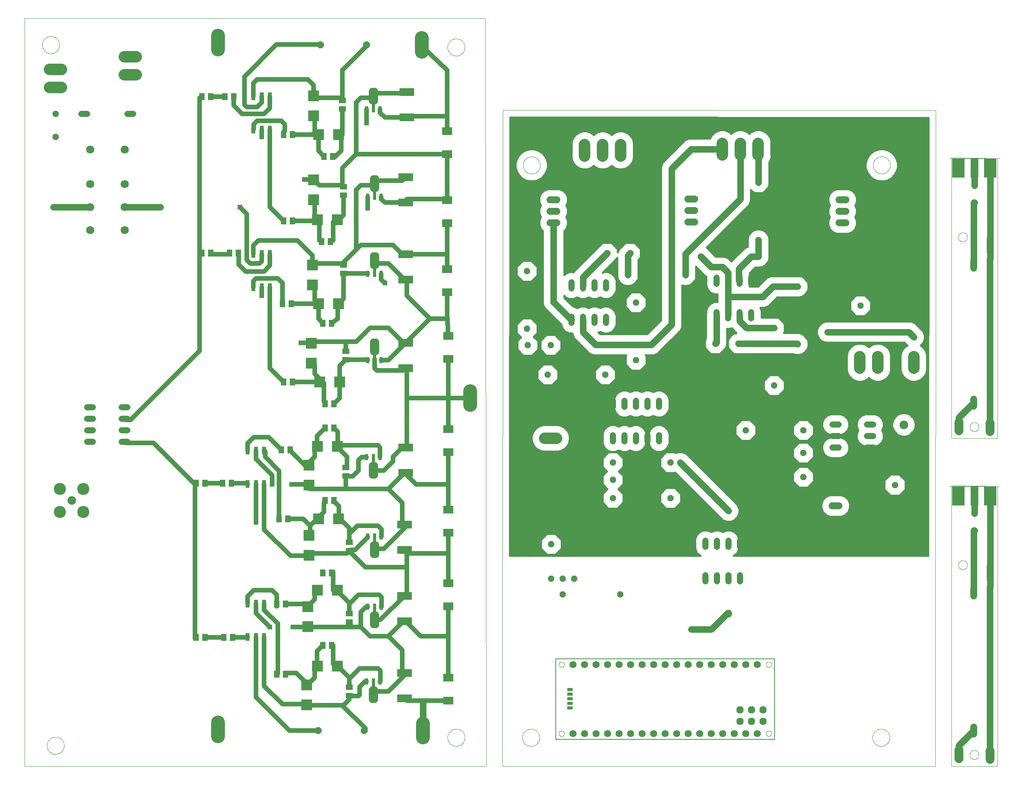
<source format=gtl>
G75*
%MOIN*%
%OFA0B0*%
%FSLAX25Y25*%
%IPPOS*%
%LPD*%
%AMOC8*
5,1,8,0,0,1.08239X$1,22.5*
%
%ADD10C,0.00000*%
%ADD11C,0.10039*%
%ADD12C,0.07500*%
%ADD13C,0.10500*%
%ADD14R,0.05118X0.05906*%
%ADD15C,0.05200*%
%ADD16C,0.07087*%
%ADD17R,0.03500X0.06600*%
%ADD18R,0.12598X0.07087*%
%ADD19R,0.03150X0.05512*%
%ADD20R,0.03150X0.07480*%
%ADD21C,0.06000*%
%ADD22R,0.08661X0.07087*%
%ADD23C,0.11850*%
%ADD24R,0.09449X0.09449*%
%ADD25OC8,0.05200*%
%ADD26R,0.05906X0.05118*%
%ADD27OC8,0.06000*%
%ADD28C,0.06200*%
%ADD29C,0.00500*%
%ADD30R,0.05000X0.02500*%
%ADD31OC8,0.06200*%
%ADD32OC8,0.05600*%
%ADD33R,0.03543X0.03150*%
%ADD34R,0.07000X0.16500*%
%ADD35R,0.10500X0.16500*%
%ADD36C,0.07800*%
%ADD37R,0.03150X0.03543*%
%ADD38R,0.05500X0.14000*%
%ADD39C,0.05600*%
%ADD40R,0.03962X0.03962*%
%ADD41C,0.04000*%
%ADD42C,0.01600*%
D10*
X0001800Y0001800D02*
X0001800Y0651800D01*
X0401800Y0651800D01*
X0402800Y0001800D01*
X0001800Y0001800D01*
X0021325Y0019800D02*
X0021327Y0019983D01*
X0021334Y0020167D01*
X0021345Y0020350D01*
X0021361Y0020533D01*
X0021381Y0020715D01*
X0021406Y0020897D01*
X0021435Y0021078D01*
X0021469Y0021258D01*
X0021507Y0021438D01*
X0021549Y0021616D01*
X0021596Y0021794D01*
X0021647Y0021970D01*
X0021702Y0022145D01*
X0021762Y0022318D01*
X0021826Y0022490D01*
X0021894Y0022661D01*
X0021966Y0022829D01*
X0022043Y0022996D01*
X0022123Y0023161D01*
X0022208Y0023324D01*
X0022296Y0023484D01*
X0022388Y0023643D01*
X0022485Y0023799D01*
X0022585Y0023953D01*
X0022689Y0024104D01*
X0022796Y0024253D01*
X0022907Y0024399D01*
X0023022Y0024542D01*
X0023140Y0024682D01*
X0023261Y0024820D01*
X0023386Y0024954D01*
X0023514Y0025086D01*
X0023646Y0025214D01*
X0023780Y0025339D01*
X0023918Y0025460D01*
X0024058Y0025578D01*
X0024201Y0025693D01*
X0024347Y0025804D01*
X0024496Y0025911D01*
X0024647Y0026015D01*
X0024801Y0026115D01*
X0024957Y0026212D01*
X0025116Y0026304D01*
X0025276Y0026392D01*
X0025439Y0026477D01*
X0025604Y0026557D01*
X0025771Y0026634D01*
X0025939Y0026706D01*
X0026110Y0026774D01*
X0026282Y0026838D01*
X0026455Y0026898D01*
X0026630Y0026953D01*
X0026806Y0027004D01*
X0026984Y0027051D01*
X0027162Y0027093D01*
X0027342Y0027131D01*
X0027522Y0027165D01*
X0027703Y0027194D01*
X0027885Y0027219D01*
X0028067Y0027239D01*
X0028250Y0027255D01*
X0028433Y0027266D01*
X0028617Y0027273D01*
X0028800Y0027275D01*
X0028983Y0027273D01*
X0029167Y0027266D01*
X0029350Y0027255D01*
X0029533Y0027239D01*
X0029715Y0027219D01*
X0029897Y0027194D01*
X0030078Y0027165D01*
X0030258Y0027131D01*
X0030438Y0027093D01*
X0030616Y0027051D01*
X0030794Y0027004D01*
X0030970Y0026953D01*
X0031145Y0026898D01*
X0031318Y0026838D01*
X0031490Y0026774D01*
X0031661Y0026706D01*
X0031829Y0026634D01*
X0031996Y0026557D01*
X0032161Y0026477D01*
X0032324Y0026392D01*
X0032484Y0026304D01*
X0032643Y0026212D01*
X0032799Y0026115D01*
X0032953Y0026015D01*
X0033104Y0025911D01*
X0033253Y0025804D01*
X0033399Y0025693D01*
X0033542Y0025578D01*
X0033682Y0025460D01*
X0033820Y0025339D01*
X0033954Y0025214D01*
X0034086Y0025086D01*
X0034214Y0024954D01*
X0034339Y0024820D01*
X0034460Y0024682D01*
X0034578Y0024542D01*
X0034693Y0024399D01*
X0034804Y0024253D01*
X0034911Y0024104D01*
X0035015Y0023953D01*
X0035115Y0023799D01*
X0035212Y0023643D01*
X0035304Y0023484D01*
X0035392Y0023324D01*
X0035477Y0023161D01*
X0035557Y0022996D01*
X0035634Y0022829D01*
X0035706Y0022661D01*
X0035774Y0022490D01*
X0035838Y0022318D01*
X0035898Y0022145D01*
X0035953Y0021970D01*
X0036004Y0021794D01*
X0036051Y0021616D01*
X0036093Y0021438D01*
X0036131Y0021258D01*
X0036165Y0021078D01*
X0036194Y0020897D01*
X0036219Y0020715D01*
X0036239Y0020533D01*
X0036255Y0020350D01*
X0036266Y0020167D01*
X0036273Y0019983D01*
X0036275Y0019800D01*
X0036273Y0019617D01*
X0036266Y0019433D01*
X0036255Y0019250D01*
X0036239Y0019067D01*
X0036219Y0018885D01*
X0036194Y0018703D01*
X0036165Y0018522D01*
X0036131Y0018342D01*
X0036093Y0018162D01*
X0036051Y0017984D01*
X0036004Y0017806D01*
X0035953Y0017630D01*
X0035898Y0017455D01*
X0035838Y0017282D01*
X0035774Y0017110D01*
X0035706Y0016939D01*
X0035634Y0016771D01*
X0035557Y0016604D01*
X0035477Y0016439D01*
X0035392Y0016276D01*
X0035304Y0016116D01*
X0035212Y0015957D01*
X0035115Y0015801D01*
X0035015Y0015647D01*
X0034911Y0015496D01*
X0034804Y0015347D01*
X0034693Y0015201D01*
X0034578Y0015058D01*
X0034460Y0014918D01*
X0034339Y0014780D01*
X0034214Y0014646D01*
X0034086Y0014514D01*
X0033954Y0014386D01*
X0033820Y0014261D01*
X0033682Y0014140D01*
X0033542Y0014022D01*
X0033399Y0013907D01*
X0033253Y0013796D01*
X0033104Y0013689D01*
X0032953Y0013585D01*
X0032799Y0013485D01*
X0032643Y0013388D01*
X0032484Y0013296D01*
X0032324Y0013208D01*
X0032161Y0013123D01*
X0031996Y0013043D01*
X0031829Y0012966D01*
X0031661Y0012894D01*
X0031490Y0012826D01*
X0031318Y0012762D01*
X0031145Y0012702D01*
X0030970Y0012647D01*
X0030794Y0012596D01*
X0030616Y0012549D01*
X0030438Y0012507D01*
X0030258Y0012469D01*
X0030078Y0012435D01*
X0029897Y0012406D01*
X0029715Y0012381D01*
X0029533Y0012361D01*
X0029350Y0012345D01*
X0029167Y0012334D01*
X0028983Y0012327D01*
X0028800Y0012325D01*
X0028617Y0012327D01*
X0028433Y0012334D01*
X0028250Y0012345D01*
X0028067Y0012361D01*
X0027885Y0012381D01*
X0027703Y0012406D01*
X0027522Y0012435D01*
X0027342Y0012469D01*
X0027162Y0012507D01*
X0026984Y0012549D01*
X0026806Y0012596D01*
X0026630Y0012647D01*
X0026455Y0012702D01*
X0026282Y0012762D01*
X0026110Y0012826D01*
X0025939Y0012894D01*
X0025771Y0012966D01*
X0025604Y0013043D01*
X0025439Y0013123D01*
X0025276Y0013208D01*
X0025116Y0013296D01*
X0024957Y0013388D01*
X0024801Y0013485D01*
X0024647Y0013585D01*
X0024496Y0013689D01*
X0024347Y0013796D01*
X0024201Y0013907D01*
X0024058Y0014022D01*
X0023918Y0014140D01*
X0023780Y0014261D01*
X0023646Y0014386D01*
X0023514Y0014514D01*
X0023386Y0014646D01*
X0023261Y0014780D01*
X0023140Y0014918D01*
X0023022Y0015058D01*
X0022907Y0015201D01*
X0022796Y0015347D01*
X0022689Y0015496D01*
X0022585Y0015647D01*
X0022485Y0015801D01*
X0022388Y0015957D01*
X0022296Y0016116D01*
X0022208Y0016276D01*
X0022123Y0016439D01*
X0022043Y0016604D01*
X0021966Y0016771D01*
X0021894Y0016939D01*
X0021826Y0017110D01*
X0021762Y0017282D01*
X0021702Y0017455D01*
X0021647Y0017630D01*
X0021596Y0017806D01*
X0021549Y0017984D01*
X0021507Y0018162D01*
X0021469Y0018342D01*
X0021435Y0018522D01*
X0021406Y0018703D01*
X0021381Y0018885D01*
X0021361Y0019067D01*
X0021345Y0019250D01*
X0021334Y0019433D01*
X0021327Y0019617D01*
X0021325Y0019800D01*
X0369325Y0026800D02*
X0369327Y0026983D01*
X0369334Y0027167D01*
X0369345Y0027350D01*
X0369361Y0027533D01*
X0369381Y0027715D01*
X0369406Y0027897D01*
X0369435Y0028078D01*
X0369469Y0028258D01*
X0369507Y0028438D01*
X0369549Y0028616D01*
X0369596Y0028794D01*
X0369647Y0028970D01*
X0369702Y0029145D01*
X0369762Y0029318D01*
X0369826Y0029490D01*
X0369894Y0029661D01*
X0369966Y0029829D01*
X0370043Y0029996D01*
X0370123Y0030161D01*
X0370208Y0030324D01*
X0370296Y0030484D01*
X0370388Y0030643D01*
X0370485Y0030799D01*
X0370585Y0030953D01*
X0370689Y0031104D01*
X0370796Y0031253D01*
X0370907Y0031399D01*
X0371022Y0031542D01*
X0371140Y0031682D01*
X0371261Y0031820D01*
X0371386Y0031954D01*
X0371514Y0032086D01*
X0371646Y0032214D01*
X0371780Y0032339D01*
X0371918Y0032460D01*
X0372058Y0032578D01*
X0372201Y0032693D01*
X0372347Y0032804D01*
X0372496Y0032911D01*
X0372647Y0033015D01*
X0372801Y0033115D01*
X0372957Y0033212D01*
X0373116Y0033304D01*
X0373276Y0033392D01*
X0373439Y0033477D01*
X0373604Y0033557D01*
X0373771Y0033634D01*
X0373939Y0033706D01*
X0374110Y0033774D01*
X0374282Y0033838D01*
X0374455Y0033898D01*
X0374630Y0033953D01*
X0374806Y0034004D01*
X0374984Y0034051D01*
X0375162Y0034093D01*
X0375342Y0034131D01*
X0375522Y0034165D01*
X0375703Y0034194D01*
X0375885Y0034219D01*
X0376067Y0034239D01*
X0376250Y0034255D01*
X0376433Y0034266D01*
X0376617Y0034273D01*
X0376800Y0034275D01*
X0376983Y0034273D01*
X0377167Y0034266D01*
X0377350Y0034255D01*
X0377533Y0034239D01*
X0377715Y0034219D01*
X0377897Y0034194D01*
X0378078Y0034165D01*
X0378258Y0034131D01*
X0378438Y0034093D01*
X0378616Y0034051D01*
X0378794Y0034004D01*
X0378970Y0033953D01*
X0379145Y0033898D01*
X0379318Y0033838D01*
X0379490Y0033774D01*
X0379661Y0033706D01*
X0379829Y0033634D01*
X0379996Y0033557D01*
X0380161Y0033477D01*
X0380324Y0033392D01*
X0380484Y0033304D01*
X0380643Y0033212D01*
X0380799Y0033115D01*
X0380953Y0033015D01*
X0381104Y0032911D01*
X0381253Y0032804D01*
X0381399Y0032693D01*
X0381542Y0032578D01*
X0381682Y0032460D01*
X0381820Y0032339D01*
X0381954Y0032214D01*
X0382086Y0032086D01*
X0382214Y0031954D01*
X0382339Y0031820D01*
X0382460Y0031682D01*
X0382578Y0031542D01*
X0382693Y0031399D01*
X0382804Y0031253D01*
X0382911Y0031104D01*
X0383015Y0030953D01*
X0383115Y0030799D01*
X0383212Y0030643D01*
X0383304Y0030484D01*
X0383392Y0030324D01*
X0383477Y0030161D01*
X0383557Y0029996D01*
X0383634Y0029829D01*
X0383706Y0029661D01*
X0383774Y0029490D01*
X0383838Y0029318D01*
X0383898Y0029145D01*
X0383953Y0028970D01*
X0384004Y0028794D01*
X0384051Y0028616D01*
X0384093Y0028438D01*
X0384131Y0028258D01*
X0384165Y0028078D01*
X0384194Y0027897D01*
X0384219Y0027715D01*
X0384239Y0027533D01*
X0384255Y0027350D01*
X0384266Y0027167D01*
X0384273Y0026983D01*
X0384275Y0026800D01*
X0384273Y0026617D01*
X0384266Y0026433D01*
X0384255Y0026250D01*
X0384239Y0026067D01*
X0384219Y0025885D01*
X0384194Y0025703D01*
X0384165Y0025522D01*
X0384131Y0025342D01*
X0384093Y0025162D01*
X0384051Y0024984D01*
X0384004Y0024806D01*
X0383953Y0024630D01*
X0383898Y0024455D01*
X0383838Y0024282D01*
X0383774Y0024110D01*
X0383706Y0023939D01*
X0383634Y0023771D01*
X0383557Y0023604D01*
X0383477Y0023439D01*
X0383392Y0023276D01*
X0383304Y0023116D01*
X0383212Y0022957D01*
X0383115Y0022801D01*
X0383015Y0022647D01*
X0382911Y0022496D01*
X0382804Y0022347D01*
X0382693Y0022201D01*
X0382578Y0022058D01*
X0382460Y0021918D01*
X0382339Y0021780D01*
X0382214Y0021646D01*
X0382086Y0021514D01*
X0381954Y0021386D01*
X0381820Y0021261D01*
X0381682Y0021140D01*
X0381542Y0021022D01*
X0381399Y0020907D01*
X0381253Y0020796D01*
X0381104Y0020689D01*
X0380953Y0020585D01*
X0380799Y0020485D01*
X0380643Y0020388D01*
X0380484Y0020296D01*
X0380324Y0020208D01*
X0380161Y0020123D01*
X0379996Y0020043D01*
X0379829Y0019966D01*
X0379661Y0019894D01*
X0379490Y0019826D01*
X0379318Y0019762D01*
X0379145Y0019702D01*
X0378970Y0019647D01*
X0378794Y0019596D01*
X0378616Y0019549D01*
X0378438Y0019507D01*
X0378258Y0019469D01*
X0378078Y0019435D01*
X0377897Y0019406D01*
X0377715Y0019381D01*
X0377533Y0019361D01*
X0377350Y0019345D01*
X0377167Y0019334D01*
X0376983Y0019327D01*
X0376800Y0019325D01*
X0376617Y0019327D01*
X0376433Y0019334D01*
X0376250Y0019345D01*
X0376067Y0019361D01*
X0375885Y0019381D01*
X0375703Y0019406D01*
X0375522Y0019435D01*
X0375342Y0019469D01*
X0375162Y0019507D01*
X0374984Y0019549D01*
X0374806Y0019596D01*
X0374630Y0019647D01*
X0374455Y0019702D01*
X0374282Y0019762D01*
X0374110Y0019826D01*
X0373939Y0019894D01*
X0373771Y0019966D01*
X0373604Y0020043D01*
X0373439Y0020123D01*
X0373276Y0020208D01*
X0373116Y0020296D01*
X0372957Y0020388D01*
X0372801Y0020485D01*
X0372647Y0020585D01*
X0372496Y0020689D01*
X0372347Y0020796D01*
X0372201Y0020907D01*
X0372058Y0021022D01*
X0371918Y0021140D01*
X0371780Y0021261D01*
X0371646Y0021386D01*
X0371514Y0021514D01*
X0371386Y0021646D01*
X0371261Y0021780D01*
X0371140Y0021918D01*
X0371022Y0022058D01*
X0370907Y0022201D01*
X0370796Y0022347D01*
X0370689Y0022496D01*
X0370585Y0022647D01*
X0370485Y0022801D01*
X0370388Y0022957D01*
X0370296Y0023116D01*
X0370208Y0023276D01*
X0370123Y0023439D01*
X0370043Y0023604D01*
X0369966Y0023771D01*
X0369894Y0023939D01*
X0369826Y0024110D01*
X0369762Y0024282D01*
X0369702Y0024455D01*
X0369647Y0024630D01*
X0369596Y0024806D01*
X0369549Y0024984D01*
X0369507Y0025162D01*
X0369469Y0025342D01*
X0369435Y0025522D01*
X0369406Y0025703D01*
X0369381Y0025885D01*
X0369361Y0026067D01*
X0369345Y0026250D01*
X0369334Y0026433D01*
X0369327Y0026617D01*
X0369325Y0026800D01*
X0416800Y0001800D02*
X0417300Y0572300D01*
X0793300Y0571800D01*
X0792800Y0001800D01*
X0416800Y0001800D01*
X0434325Y0026800D02*
X0434327Y0026983D01*
X0434334Y0027167D01*
X0434345Y0027350D01*
X0434361Y0027533D01*
X0434381Y0027715D01*
X0434406Y0027897D01*
X0434435Y0028078D01*
X0434469Y0028258D01*
X0434507Y0028438D01*
X0434549Y0028616D01*
X0434596Y0028794D01*
X0434647Y0028970D01*
X0434702Y0029145D01*
X0434762Y0029318D01*
X0434826Y0029490D01*
X0434894Y0029661D01*
X0434966Y0029829D01*
X0435043Y0029996D01*
X0435123Y0030161D01*
X0435208Y0030324D01*
X0435296Y0030484D01*
X0435388Y0030643D01*
X0435485Y0030799D01*
X0435585Y0030953D01*
X0435689Y0031104D01*
X0435796Y0031253D01*
X0435907Y0031399D01*
X0436022Y0031542D01*
X0436140Y0031682D01*
X0436261Y0031820D01*
X0436386Y0031954D01*
X0436514Y0032086D01*
X0436646Y0032214D01*
X0436780Y0032339D01*
X0436918Y0032460D01*
X0437058Y0032578D01*
X0437201Y0032693D01*
X0437347Y0032804D01*
X0437496Y0032911D01*
X0437647Y0033015D01*
X0437801Y0033115D01*
X0437957Y0033212D01*
X0438116Y0033304D01*
X0438276Y0033392D01*
X0438439Y0033477D01*
X0438604Y0033557D01*
X0438771Y0033634D01*
X0438939Y0033706D01*
X0439110Y0033774D01*
X0439282Y0033838D01*
X0439455Y0033898D01*
X0439630Y0033953D01*
X0439806Y0034004D01*
X0439984Y0034051D01*
X0440162Y0034093D01*
X0440342Y0034131D01*
X0440522Y0034165D01*
X0440703Y0034194D01*
X0440885Y0034219D01*
X0441067Y0034239D01*
X0441250Y0034255D01*
X0441433Y0034266D01*
X0441617Y0034273D01*
X0441800Y0034275D01*
X0441983Y0034273D01*
X0442167Y0034266D01*
X0442350Y0034255D01*
X0442533Y0034239D01*
X0442715Y0034219D01*
X0442897Y0034194D01*
X0443078Y0034165D01*
X0443258Y0034131D01*
X0443438Y0034093D01*
X0443616Y0034051D01*
X0443794Y0034004D01*
X0443970Y0033953D01*
X0444145Y0033898D01*
X0444318Y0033838D01*
X0444490Y0033774D01*
X0444661Y0033706D01*
X0444829Y0033634D01*
X0444996Y0033557D01*
X0445161Y0033477D01*
X0445324Y0033392D01*
X0445484Y0033304D01*
X0445643Y0033212D01*
X0445799Y0033115D01*
X0445953Y0033015D01*
X0446104Y0032911D01*
X0446253Y0032804D01*
X0446399Y0032693D01*
X0446542Y0032578D01*
X0446682Y0032460D01*
X0446820Y0032339D01*
X0446954Y0032214D01*
X0447086Y0032086D01*
X0447214Y0031954D01*
X0447339Y0031820D01*
X0447460Y0031682D01*
X0447578Y0031542D01*
X0447693Y0031399D01*
X0447804Y0031253D01*
X0447911Y0031104D01*
X0448015Y0030953D01*
X0448115Y0030799D01*
X0448212Y0030643D01*
X0448304Y0030484D01*
X0448392Y0030324D01*
X0448477Y0030161D01*
X0448557Y0029996D01*
X0448634Y0029829D01*
X0448706Y0029661D01*
X0448774Y0029490D01*
X0448838Y0029318D01*
X0448898Y0029145D01*
X0448953Y0028970D01*
X0449004Y0028794D01*
X0449051Y0028616D01*
X0449093Y0028438D01*
X0449131Y0028258D01*
X0449165Y0028078D01*
X0449194Y0027897D01*
X0449219Y0027715D01*
X0449239Y0027533D01*
X0449255Y0027350D01*
X0449266Y0027167D01*
X0449273Y0026983D01*
X0449275Y0026800D01*
X0449273Y0026617D01*
X0449266Y0026433D01*
X0449255Y0026250D01*
X0449239Y0026067D01*
X0449219Y0025885D01*
X0449194Y0025703D01*
X0449165Y0025522D01*
X0449131Y0025342D01*
X0449093Y0025162D01*
X0449051Y0024984D01*
X0449004Y0024806D01*
X0448953Y0024630D01*
X0448898Y0024455D01*
X0448838Y0024282D01*
X0448774Y0024110D01*
X0448706Y0023939D01*
X0448634Y0023771D01*
X0448557Y0023604D01*
X0448477Y0023439D01*
X0448392Y0023276D01*
X0448304Y0023116D01*
X0448212Y0022957D01*
X0448115Y0022801D01*
X0448015Y0022647D01*
X0447911Y0022496D01*
X0447804Y0022347D01*
X0447693Y0022201D01*
X0447578Y0022058D01*
X0447460Y0021918D01*
X0447339Y0021780D01*
X0447214Y0021646D01*
X0447086Y0021514D01*
X0446954Y0021386D01*
X0446820Y0021261D01*
X0446682Y0021140D01*
X0446542Y0021022D01*
X0446399Y0020907D01*
X0446253Y0020796D01*
X0446104Y0020689D01*
X0445953Y0020585D01*
X0445799Y0020485D01*
X0445643Y0020388D01*
X0445484Y0020296D01*
X0445324Y0020208D01*
X0445161Y0020123D01*
X0444996Y0020043D01*
X0444829Y0019966D01*
X0444661Y0019894D01*
X0444490Y0019826D01*
X0444318Y0019762D01*
X0444145Y0019702D01*
X0443970Y0019647D01*
X0443794Y0019596D01*
X0443616Y0019549D01*
X0443438Y0019507D01*
X0443258Y0019469D01*
X0443078Y0019435D01*
X0442897Y0019406D01*
X0442715Y0019381D01*
X0442533Y0019361D01*
X0442350Y0019345D01*
X0442167Y0019334D01*
X0441983Y0019327D01*
X0441800Y0019325D01*
X0441617Y0019327D01*
X0441433Y0019334D01*
X0441250Y0019345D01*
X0441067Y0019361D01*
X0440885Y0019381D01*
X0440703Y0019406D01*
X0440522Y0019435D01*
X0440342Y0019469D01*
X0440162Y0019507D01*
X0439984Y0019549D01*
X0439806Y0019596D01*
X0439630Y0019647D01*
X0439455Y0019702D01*
X0439282Y0019762D01*
X0439110Y0019826D01*
X0438939Y0019894D01*
X0438771Y0019966D01*
X0438604Y0020043D01*
X0438439Y0020123D01*
X0438276Y0020208D01*
X0438116Y0020296D01*
X0437957Y0020388D01*
X0437801Y0020485D01*
X0437647Y0020585D01*
X0437496Y0020689D01*
X0437347Y0020796D01*
X0437201Y0020907D01*
X0437058Y0021022D01*
X0436918Y0021140D01*
X0436780Y0021261D01*
X0436646Y0021386D01*
X0436514Y0021514D01*
X0436386Y0021646D01*
X0436261Y0021780D01*
X0436140Y0021918D01*
X0436022Y0022058D01*
X0435907Y0022201D01*
X0435796Y0022347D01*
X0435689Y0022496D01*
X0435585Y0022647D01*
X0435485Y0022801D01*
X0435388Y0022957D01*
X0435296Y0023116D01*
X0435208Y0023276D01*
X0435123Y0023439D01*
X0435043Y0023604D01*
X0434966Y0023771D01*
X0434894Y0023939D01*
X0434826Y0024110D01*
X0434762Y0024282D01*
X0434702Y0024455D01*
X0434647Y0024630D01*
X0434596Y0024806D01*
X0434549Y0024984D01*
X0434507Y0025162D01*
X0434469Y0025342D01*
X0434435Y0025522D01*
X0434406Y0025703D01*
X0434381Y0025885D01*
X0434361Y0026067D01*
X0434345Y0026250D01*
X0434334Y0026433D01*
X0434327Y0026617D01*
X0434325Y0026800D01*
X0465938Y0030300D02*
X0465940Y0030397D01*
X0465946Y0030494D01*
X0465956Y0030590D01*
X0465970Y0030686D01*
X0465988Y0030782D01*
X0466009Y0030876D01*
X0466035Y0030970D01*
X0466064Y0031062D01*
X0466098Y0031153D01*
X0466134Y0031243D01*
X0466175Y0031331D01*
X0466219Y0031417D01*
X0466267Y0031502D01*
X0466318Y0031584D01*
X0466372Y0031665D01*
X0466430Y0031743D01*
X0466491Y0031818D01*
X0466554Y0031891D01*
X0466621Y0031962D01*
X0466691Y0032029D01*
X0466763Y0032094D01*
X0466838Y0032155D01*
X0466916Y0032214D01*
X0466995Y0032269D01*
X0467077Y0032321D01*
X0467161Y0032369D01*
X0467247Y0032414D01*
X0467335Y0032456D01*
X0467424Y0032494D01*
X0467515Y0032528D01*
X0467607Y0032558D01*
X0467700Y0032585D01*
X0467795Y0032607D01*
X0467890Y0032626D01*
X0467986Y0032641D01*
X0468082Y0032652D01*
X0468179Y0032659D01*
X0468276Y0032662D01*
X0468373Y0032661D01*
X0468470Y0032656D01*
X0468566Y0032647D01*
X0468662Y0032634D01*
X0468758Y0032617D01*
X0468853Y0032596D01*
X0468946Y0032572D01*
X0469039Y0032543D01*
X0469131Y0032511D01*
X0469221Y0032475D01*
X0469309Y0032436D01*
X0469396Y0032392D01*
X0469481Y0032346D01*
X0469564Y0032295D01*
X0469645Y0032242D01*
X0469723Y0032185D01*
X0469800Y0032125D01*
X0469873Y0032062D01*
X0469944Y0031996D01*
X0470012Y0031927D01*
X0470078Y0031855D01*
X0470140Y0031781D01*
X0470199Y0031704D01*
X0470255Y0031625D01*
X0470308Y0031543D01*
X0470358Y0031460D01*
X0470403Y0031374D01*
X0470446Y0031287D01*
X0470485Y0031198D01*
X0470520Y0031108D01*
X0470551Y0031016D01*
X0470578Y0030923D01*
X0470602Y0030829D01*
X0470622Y0030734D01*
X0470638Y0030638D01*
X0470650Y0030542D01*
X0470658Y0030445D01*
X0470662Y0030348D01*
X0470662Y0030252D01*
X0470658Y0030155D01*
X0470650Y0030058D01*
X0470638Y0029962D01*
X0470622Y0029866D01*
X0470602Y0029771D01*
X0470578Y0029677D01*
X0470551Y0029584D01*
X0470520Y0029492D01*
X0470485Y0029402D01*
X0470446Y0029313D01*
X0470403Y0029226D01*
X0470358Y0029140D01*
X0470308Y0029057D01*
X0470255Y0028975D01*
X0470199Y0028896D01*
X0470140Y0028819D01*
X0470078Y0028745D01*
X0470012Y0028673D01*
X0469944Y0028604D01*
X0469873Y0028538D01*
X0469800Y0028475D01*
X0469723Y0028415D01*
X0469645Y0028358D01*
X0469564Y0028305D01*
X0469481Y0028254D01*
X0469396Y0028208D01*
X0469309Y0028164D01*
X0469221Y0028125D01*
X0469131Y0028089D01*
X0469039Y0028057D01*
X0468946Y0028028D01*
X0468853Y0028004D01*
X0468758Y0027983D01*
X0468662Y0027966D01*
X0468566Y0027953D01*
X0468470Y0027944D01*
X0468373Y0027939D01*
X0468276Y0027938D01*
X0468179Y0027941D01*
X0468082Y0027948D01*
X0467986Y0027959D01*
X0467890Y0027974D01*
X0467795Y0027993D01*
X0467700Y0028015D01*
X0467607Y0028042D01*
X0467515Y0028072D01*
X0467424Y0028106D01*
X0467335Y0028144D01*
X0467247Y0028186D01*
X0467161Y0028231D01*
X0467077Y0028279D01*
X0466995Y0028331D01*
X0466916Y0028386D01*
X0466838Y0028445D01*
X0466763Y0028506D01*
X0466691Y0028571D01*
X0466621Y0028638D01*
X0466554Y0028709D01*
X0466491Y0028782D01*
X0466430Y0028857D01*
X0466372Y0028935D01*
X0466318Y0029016D01*
X0466267Y0029098D01*
X0466219Y0029183D01*
X0466175Y0029269D01*
X0466134Y0029357D01*
X0466098Y0029447D01*
X0466064Y0029538D01*
X0466035Y0029630D01*
X0466009Y0029724D01*
X0465988Y0029818D01*
X0465970Y0029914D01*
X0465956Y0030010D01*
X0465946Y0030106D01*
X0465940Y0030203D01*
X0465938Y0030300D01*
X0465938Y0090300D02*
X0465940Y0090397D01*
X0465946Y0090494D01*
X0465956Y0090590D01*
X0465970Y0090686D01*
X0465988Y0090782D01*
X0466009Y0090876D01*
X0466035Y0090970D01*
X0466064Y0091062D01*
X0466098Y0091153D01*
X0466134Y0091243D01*
X0466175Y0091331D01*
X0466219Y0091417D01*
X0466267Y0091502D01*
X0466318Y0091584D01*
X0466372Y0091665D01*
X0466430Y0091743D01*
X0466491Y0091818D01*
X0466554Y0091891D01*
X0466621Y0091962D01*
X0466691Y0092029D01*
X0466763Y0092094D01*
X0466838Y0092155D01*
X0466916Y0092214D01*
X0466995Y0092269D01*
X0467077Y0092321D01*
X0467161Y0092369D01*
X0467247Y0092414D01*
X0467335Y0092456D01*
X0467424Y0092494D01*
X0467515Y0092528D01*
X0467607Y0092558D01*
X0467700Y0092585D01*
X0467795Y0092607D01*
X0467890Y0092626D01*
X0467986Y0092641D01*
X0468082Y0092652D01*
X0468179Y0092659D01*
X0468276Y0092662D01*
X0468373Y0092661D01*
X0468470Y0092656D01*
X0468566Y0092647D01*
X0468662Y0092634D01*
X0468758Y0092617D01*
X0468853Y0092596D01*
X0468946Y0092572D01*
X0469039Y0092543D01*
X0469131Y0092511D01*
X0469221Y0092475D01*
X0469309Y0092436D01*
X0469396Y0092392D01*
X0469481Y0092346D01*
X0469564Y0092295D01*
X0469645Y0092242D01*
X0469723Y0092185D01*
X0469800Y0092125D01*
X0469873Y0092062D01*
X0469944Y0091996D01*
X0470012Y0091927D01*
X0470078Y0091855D01*
X0470140Y0091781D01*
X0470199Y0091704D01*
X0470255Y0091625D01*
X0470308Y0091543D01*
X0470358Y0091460D01*
X0470403Y0091374D01*
X0470446Y0091287D01*
X0470485Y0091198D01*
X0470520Y0091108D01*
X0470551Y0091016D01*
X0470578Y0090923D01*
X0470602Y0090829D01*
X0470622Y0090734D01*
X0470638Y0090638D01*
X0470650Y0090542D01*
X0470658Y0090445D01*
X0470662Y0090348D01*
X0470662Y0090252D01*
X0470658Y0090155D01*
X0470650Y0090058D01*
X0470638Y0089962D01*
X0470622Y0089866D01*
X0470602Y0089771D01*
X0470578Y0089677D01*
X0470551Y0089584D01*
X0470520Y0089492D01*
X0470485Y0089402D01*
X0470446Y0089313D01*
X0470403Y0089226D01*
X0470358Y0089140D01*
X0470308Y0089057D01*
X0470255Y0088975D01*
X0470199Y0088896D01*
X0470140Y0088819D01*
X0470078Y0088745D01*
X0470012Y0088673D01*
X0469944Y0088604D01*
X0469873Y0088538D01*
X0469800Y0088475D01*
X0469723Y0088415D01*
X0469645Y0088358D01*
X0469564Y0088305D01*
X0469481Y0088254D01*
X0469396Y0088208D01*
X0469309Y0088164D01*
X0469221Y0088125D01*
X0469131Y0088089D01*
X0469039Y0088057D01*
X0468946Y0088028D01*
X0468853Y0088004D01*
X0468758Y0087983D01*
X0468662Y0087966D01*
X0468566Y0087953D01*
X0468470Y0087944D01*
X0468373Y0087939D01*
X0468276Y0087938D01*
X0468179Y0087941D01*
X0468082Y0087948D01*
X0467986Y0087959D01*
X0467890Y0087974D01*
X0467795Y0087993D01*
X0467700Y0088015D01*
X0467607Y0088042D01*
X0467515Y0088072D01*
X0467424Y0088106D01*
X0467335Y0088144D01*
X0467247Y0088186D01*
X0467161Y0088231D01*
X0467077Y0088279D01*
X0466995Y0088331D01*
X0466916Y0088386D01*
X0466838Y0088445D01*
X0466763Y0088506D01*
X0466691Y0088571D01*
X0466621Y0088638D01*
X0466554Y0088709D01*
X0466491Y0088782D01*
X0466430Y0088857D01*
X0466372Y0088935D01*
X0466318Y0089016D01*
X0466267Y0089098D01*
X0466219Y0089183D01*
X0466175Y0089269D01*
X0466134Y0089357D01*
X0466098Y0089447D01*
X0466064Y0089538D01*
X0466035Y0089630D01*
X0466009Y0089724D01*
X0465988Y0089818D01*
X0465970Y0089914D01*
X0465956Y0090010D01*
X0465946Y0090106D01*
X0465940Y0090203D01*
X0465938Y0090300D01*
X0645938Y0090300D02*
X0645940Y0090397D01*
X0645946Y0090494D01*
X0645956Y0090590D01*
X0645970Y0090686D01*
X0645988Y0090782D01*
X0646009Y0090876D01*
X0646035Y0090970D01*
X0646064Y0091062D01*
X0646098Y0091153D01*
X0646134Y0091243D01*
X0646175Y0091331D01*
X0646219Y0091417D01*
X0646267Y0091502D01*
X0646318Y0091584D01*
X0646372Y0091665D01*
X0646430Y0091743D01*
X0646491Y0091818D01*
X0646554Y0091891D01*
X0646621Y0091962D01*
X0646691Y0092029D01*
X0646763Y0092094D01*
X0646838Y0092155D01*
X0646916Y0092214D01*
X0646995Y0092269D01*
X0647077Y0092321D01*
X0647161Y0092369D01*
X0647247Y0092414D01*
X0647335Y0092456D01*
X0647424Y0092494D01*
X0647515Y0092528D01*
X0647607Y0092558D01*
X0647700Y0092585D01*
X0647795Y0092607D01*
X0647890Y0092626D01*
X0647986Y0092641D01*
X0648082Y0092652D01*
X0648179Y0092659D01*
X0648276Y0092662D01*
X0648373Y0092661D01*
X0648470Y0092656D01*
X0648566Y0092647D01*
X0648662Y0092634D01*
X0648758Y0092617D01*
X0648853Y0092596D01*
X0648946Y0092572D01*
X0649039Y0092543D01*
X0649131Y0092511D01*
X0649221Y0092475D01*
X0649309Y0092436D01*
X0649396Y0092392D01*
X0649481Y0092346D01*
X0649564Y0092295D01*
X0649645Y0092242D01*
X0649723Y0092185D01*
X0649800Y0092125D01*
X0649873Y0092062D01*
X0649944Y0091996D01*
X0650012Y0091927D01*
X0650078Y0091855D01*
X0650140Y0091781D01*
X0650199Y0091704D01*
X0650255Y0091625D01*
X0650308Y0091543D01*
X0650358Y0091460D01*
X0650403Y0091374D01*
X0650446Y0091287D01*
X0650485Y0091198D01*
X0650520Y0091108D01*
X0650551Y0091016D01*
X0650578Y0090923D01*
X0650602Y0090829D01*
X0650622Y0090734D01*
X0650638Y0090638D01*
X0650650Y0090542D01*
X0650658Y0090445D01*
X0650662Y0090348D01*
X0650662Y0090252D01*
X0650658Y0090155D01*
X0650650Y0090058D01*
X0650638Y0089962D01*
X0650622Y0089866D01*
X0650602Y0089771D01*
X0650578Y0089677D01*
X0650551Y0089584D01*
X0650520Y0089492D01*
X0650485Y0089402D01*
X0650446Y0089313D01*
X0650403Y0089226D01*
X0650358Y0089140D01*
X0650308Y0089057D01*
X0650255Y0088975D01*
X0650199Y0088896D01*
X0650140Y0088819D01*
X0650078Y0088745D01*
X0650012Y0088673D01*
X0649944Y0088604D01*
X0649873Y0088538D01*
X0649800Y0088475D01*
X0649723Y0088415D01*
X0649645Y0088358D01*
X0649564Y0088305D01*
X0649481Y0088254D01*
X0649396Y0088208D01*
X0649309Y0088164D01*
X0649221Y0088125D01*
X0649131Y0088089D01*
X0649039Y0088057D01*
X0648946Y0088028D01*
X0648853Y0088004D01*
X0648758Y0087983D01*
X0648662Y0087966D01*
X0648566Y0087953D01*
X0648470Y0087944D01*
X0648373Y0087939D01*
X0648276Y0087938D01*
X0648179Y0087941D01*
X0648082Y0087948D01*
X0647986Y0087959D01*
X0647890Y0087974D01*
X0647795Y0087993D01*
X0647700Y0088015D01*
X0647607Y0088042D01*
X0647515Y0088072D01*
X0647424Y0088106D01*
X0647335Y0088144D01*
X0647247Y0088186D01*
X0647161Y0088231D01*
X0647077Y0088279D01*
X0646995Y0088331D01*
X0646916Y0088386D01*
X0646838Y0088445D01*
X0646763Y0088506D01*
X0646691Y0088571D01*
X0646621Y0088638D01*
X0646554Y0088709D01*
X0646491Y0088782D01*
X0646430Y0088857D01*
X0646372Y0088935D01*
X0646318Y0089016D01*
X0646267Y0089098D01*
X0646219Y0089183D01*
X0646175Y0089269D01*
X0646134Y0089357D01*
X0646098Y0089447D01*
X0646064Y0089538D01*
X0646035Y0089630D01*
X0646009Y0089724D01*
X0645988Y0089818D01*
X0645970Y0089914D01*
X0645956Y0090010D01*
X0645946Y0090106D01*
X0645940Y0090203D01*
X0645938Y0090300D01*
X0645938Y0030300D02*
X0645940Y0030397D01*
X0645946Y0030494D01*
X0645956Y0030590D01*
X0645970Y0030686D01*
X0645988Y0030782D01*
X0646009Y0030876D01*
X0646035Y0030970D01*
X0646064Y0031062D01*
X0646098Y0031153D01*
X0646134Y0031243D01*
X0646175Y0031331D01*
X0646219Y0031417D01*
X0646267Y0031502D01*
X0646318Y0031584D01*
X0646372Y0031665D01*
X0646430Y0031743D01*
X0646491Y0031818D01*
X0646554Y0031891D01*
X0646621Y0031962D01*
X0646691Y0032029D01*
X0646763Y0032094D01*
X0646838Y0032155D01*
X0646916Y0032214D01*
X0646995Y0032269D01*
X0647077Y0032321D01*
X0647161Y0032369D01*
X0647247Y0032414D01*
X0647335Y0032456D01*
X0647424Y0032494D01*
X0647515Y0032528D01*
X0647607Y0032558D01*
X0647700Y0032585D01*
X0647795Y0032607D01*
X0647890Y0032626D01*
X0647986Y0032641D01*
X0648082Y0032652D01*
X0648179Y0032659D01*
X0648276Y0032662D01*
X0648373Y0032661D01*
X0648470Y0032656D01*
X0648566Y0032647D01*
X0648662Y0032634D01*
X0648758Y0032617D01*
X0648853Y0032596D01*
X0648946Y0032572D01*
X0649039Y0032543D01*
X0649131Y0032511D01*
X0649221Y0032475D01*
X0649309Y0032436D01*
X0649396Y0032392D01*
X0649481Y0032346D01*
X0649564Y0032295D01*
X0649645Y0032242D01*
X0649723Y0032185D01*
X0649800Y0032125D01*
X0649873Y0032062D01*
X0649944Y0031996D01*
X0650012Y0031927D01*
X0650078Y0031855D01*
X0650140Y0031781D01*
X0650199Y0031704D01*
X0650255Y0031625D01*
X0650308Y0031543D01*
X0650358Y0031460D01*
X0650403Y0031374D01*
X0650446Y0031287D01*
X0650485Y0031198D01*
X0650520Y0031108D01*
X0650551Y0031016D01*
X0650578Y0030923D01*
X0650602Y0030829D01*
X0650622Y0030734D01*
X0650638Y0030638D01*
X0650650Y0030542D01*
X0650658Y0030445D01*
X0650662Y0030348D01*
X0650662Y0030252D01*
X0650658Y0030155D01*
X0650650Y0030058D01*
X0650638Y0029962D01*
X0650622Y0029866D01*
X0650602Y0029771D01*
X0650578Y0029677D01*
X0650551Y0029584D01*
X0650520Y0029492D01*
X0650485Y0029402D01*
X0650446Y0029313D01*
X0650403Y0029226D01*
X0650358Y0029140D01*
X0650308Y0029057D01*
X0650255Y0028975D01*
X0650199Y0028896D01*
X0650140Y0028819D01*
X0650078Y0028745D01*
X0650012Y0028673D01*
X0649944Y0028604D01*
X0649873Y0028538D01*
X0649800Y0028475D01*
X0649723Y0028415D01*
X0649645Y0028358D01*
X0649564Y0028305D01*
X0649481Y0028254D01*
X0649396Y0028208D01*
X0649309Y0028164D01*
X0649221Y0028125D01*
X0649131Y0028089D01*
X0649039Y0028057D01*
X0648946Y0028028D01*
X0648853Y0028004D01*
X0648758Y0027983D01*
X0648662Y0027966D01*
X0648566Y0027953D01*
X0648470Y0027944D01*
X0648373Y0027939D01*
X0648276Y0027938D01*
X0648179Y0027941D01*
X0648082Y0027948D01*
X0647986Y0027959D01*
X0647890Y0027974D01*
X0647795Y0027993D01*
X0647700Y0028015D01*
X0647607Y0028042D01*
X0647515Y0028072D01*
X0647424Y0028106D01*
X0647335Y0028144D01*
X0647247Y0028186D01*
X0647161Y0028231D01*
X0647077Y0028279D01*
X0646995Y0028331D01*
X0646916Y0028386D01*
X0646838Y0028445D01*
X0646763Y0028506D01*
X0646691Y0028571D01*
X0646621Y0028638D01*
X0646554Y0028709D01*
X0646491Y0028782D01*
X0646430Y0028857D01*
X0646372Y0028935D01*
X0646318Y0029016D01*
X0646267Y0029098D01*
X0646219Y0029183D01*
X0646175Y0029269D01*
X0646134Y0029357D01*
X0646098Y0029447D01*
X0646064Y0029538D01*
X0646035Y0029630D01*
X0646009Y0029724D01*
X0645988Y0029818D01*
X0645970Y0029914D01*
X0645956Y0030010D01*
X0645946Y0030106D01*
X0645940Y0030203D01*
X0645938Y0030300D01*
X0738325Y0026800D02*
X0738327Y0026983D01*
X0738334Y0027167D01*
X0738345Y0027350D01*
X0738361Y0027533D01*
X0738381Y0027715D01*
X0738406Y0027897D01*
X0738435Y0028078D01*
X0738469Y0028258D01*
X0738507Y0028438D01*
X0738549Y0028616D01*
X0738596Y0028794D01*
X0738647Y0028970D01*
X0738702Y0029145D01*
X0738762Y0029318D01*
X0738826Y0029490D01*
X0738894Y0029661D01*
X0738966Y0029829D01*
X0739043Y0029996D01*
X0739123Y0030161D01*
X0739208Y0030324D01*
X0739296Y0030484D01*
X0739388Y0030643D01*
X0739485Y0030799D01*
X0739585Y0030953D01*
X0739689Y0031104D01*
X0739796Y0031253D01*
X0739907Y0031399D01*
X0740022Y0031542D01*
X0740140Y0031682D01*
X0740261Y0031820D01*
X0740386Y0031954D01*
X0740514Y0032086D01*
X0740646Y0032214D01*
X0740780Y0032339D01*
X0740918Y0032460D01*
X0741058Y0032578D01*
X0741201Y0032693D01*
X0741347Y0032804D01*
X0741496Y0032911D01*
X0741647Y0033015D01*
X0741801Y0033115D01*
X0741957Y0033212D01*
X0742116Y0033304D01*
X0742276Y0033392D01*
X0742439Y0033477D01*
X0742604Y0033557D01*
X0742771Y0033634D01*
X0742939Y0033706D01*
X0743110Y0033774D01*
X0743282Y0033838D01*
X0743455Y0033898D01*
X0743630Y0033953D01*
X0743806Y0034004D01*
X0743984Y0034051D01*
X0744162Y0034093D01*
X0744342Y0034131D01*
X0744522Y0034165D01*
X0744703Y0034194D01*
X0744885Y0034219D01*
X0745067Y0034239D01*
X0745250Y0034255D01*
X0745433Y0034266D01*
X0745617Y0034273D01*
X0745800Y0034275D01*
X0745983Y0034273D01*
X0746167Y0034266D01*
X0746350Y0034255D01*
X0746533Y0034239D01*
X0746715Y0034219D01*
X0746897Y0034194D01*
X0747078Y0034165D01*
X0747258Y0034131D01*
X0747438Y0034093D01*
X0747616Y0034051D01*
X0747794Y0034004D01*
X0747970Y0033953D01*
X0748145Y0033898D01*
X0748318Y0033838D01*
X0748490Y0033774D01*
X0748661Y0033706D01*
X0748829Y0033634D01*
X0748996Y0033557D01*
X0749161Y0033477D01*
X0749324Y0033392D01*
X0749484Y0033304D01*
X0749643Y0033212D01*
X0749799Y0033115D01*
X0749953Y0033015D01*
X0750104Y0032911D01*
X0750253Y0032804D01*
X0750399Y0032693D01*
X0750542Y0032578D01*
X0750682Y0032460D01*
X0750820Y0032339D01*
X0750954Y0032214D01*
X0751086Y0032086D01*
X0751214Y0031954D01*
X0751339Y0031820D01*
X0751460Y0031682D01*
X0751578Y0031542D01*
X0751693Y0031399D01*
X0751804Y0031253D01*
X0751911Y0031104D01*
X0752015Y0030953D01*
X0752115Y0030799D01*
X0752212Y0030643D01*
X0752304Y0030484D01*
X0752392Y0030324D01*
X0752477Y0030161D01*
X0752557Y0029996D01*
X0752634Y0029829D01*
X0752706Y0029661D01*
X0752774Y0029490D01*
X0752838Y0029318D01*
X0752898Y0029145D01*
X0752953Y0028970D01*
X0753004Y0028794D01*
X0753051Y0028616D01*
X0753093Y0028438D01*
X0753131Y0028258D01*
X0753165Y0028078D01*
X0753194Y0027897D01*
X0753219Y0027715D01*
X0753239Y0027533D01*
X0753255Y0027350D01*
X0753266Y0027167D01*
X0753273Y0026983D01*
X0753275Y0026800D01*
X0753273Y0026617D01*
X0753266Y0026433D01*
X0753255Y0026250D01*
X0753239Y0026067D01*
X0753219Y0025885D01*
X0753194Y0025703D01*
X0753165Y0025522D01*
X0753131Y0025342D01*
X0753093Y0025162D01*
X0753051Y0024984D01*
X0753004Y0024806D01*
X0752953Y0024630D01*
X0752898Y0024455D01*
X0752838Y0024282D01*
X0752774Y0024110D01*
X0752706Y0023939D01*
X0752634Y0023771D01*
X0752557Y0023604D01*
X0752477Y0023439D01*
X0752392Y0023276D01*
X0752304Y0023116D01*
X0752212Y0022957D01*
X0752115Y0022801D01*
X0752015Y0022647D01*
X0751911Y0022496D01*
X0751804Y0022347D01*
X0751693Y0022201D01*
X0751578Y0022058D01*
X0751460Y0021918D01*
X0751339Y0021780D01*
X0751214Y0021646D01*
X0751086Y0021514D01*
X0750954Y0021386D01*
X0750820Y0021261D01*
X0750682Y0021140D01*
X0750542Y0021022D01*
X0750399Y0020907D01*
X0750253Y0020796D01*
X0750104Y0020689D01*
X0749953Y0020585D01*
X0749799Y0020485D01*
X0749643Y0020388D01*
X0749484Y0020296D01*
X0749324Y0020208D01*
X0749161Y0020123D01*
X0748996Y0020043D01*
X0748829Y0019966D01*
X0748661Y0019894D01*
X0748490Y0019826D01*
X0748318Y0019762D01*
X0748145Y0019702D01*
X0747970Y0019647D01*
X0747794Y0019596D01*
X0747616Y0019549D01*
X0747438Y0019507D01*
X0747258Y0019469D01*
X0747078Y0019435D01*
X0746897Y0019406D01*
X0746715Y0019381D01*
X0746533Y0019361D01*
X0746350Y0019345D01*
X0746167Y0019334D01*
X0745983Y0019327D01*
X0745800Y0019325D01*
X0745617Y0019327D01*
X0745433Y0019334D01*
X0745250Y0019345D01*
X0745067Y0019361D01*
X0744885Y0019381D01*
X0744703Y0019406D01*
X0744522Y0019435D01*
X0744342Y0019469D01*
X0744162Y0019507D01*
X0743984Y0019549D01*
X0743806Y0019596D01*
X0743630Y0019647D01*
X0743455Y0019702D01*
X0743282Y0019762D01*
X0743110Y0019826D01*
X0742939Y0019894D01*
X0742771Y0019966D01*
X0742604Y0020043D01*
X0742439Y0020123D01*
X0742276Y0020208D01*
X0742116Y0020296D01*
X0741957Y0020388D01*
X0741801Y0020485D01*
X0741647Y0020585D01*
X0741496Y0020689D01*
X0741347Y0020796D01*
X0741201Y0020907D01*
X0741058Y0021022D01*
X0740918Y0021140D01*
X0740780Y0021261D01*
X0740646Y0021386D01*
X0740514Y0021514D01*
X0740386Y0021646D01*
X0740261Y0021780D01*
X0740140Y0021918D01*
X0740022Y0022058D01*
X0739907Y0022201D01*
X0739796Y0022347D01*
X0739689Y0022496D01*
X0739585Y0022647D01*
X0739485Y0022801D01*
X0739388Y0022957D01*
X0739296Y0023116D01*
X0739208Y0023276D01*
X0739123Y0023439D01*
X0739043Y0023604D01*
X0738966Y0023771D01*
X0738894Y0023939D01*
X0738826Y0024110D01*
X0738762Y0024282D01*
X0738702Y0024455D01*
X0738647Y0024630D01*
X0738596Y0024806D01*
X0738549Y0024984D01*
X0738507Y0025162D01*
X0738469Y0025342D01*
X0738435Y0025522D01*
X0738406Y0025703D01*
X0738381Y0025885D01*
X0738361Y0026067D01*
X0738345Y0026250D01*
X0738334Y0026433D01*
X0738327Y0026617D01*
X0738325Y0026800D01*
X0806800Y0001800D02*
X0806800Y0245800D01*
X0846800Y0245300D01*
X0846800Y0001800D01*
X0806800Y0001800D01*
X0822863Y0011800D02*
X0822865Y0011925D01*
X0822871Y0012050D01*
X0822881Y0012174D01*
X0822895Y0012298D01*
X0822912Y0012422D01*
X0822934Y0012545D01*
X0822960Y0012667D01*
X0822989Y0012789D01*
X0823022Y0012909D01*
X0823060Y0013028D01*
X0823100Y0013147D01*
X0823145Y0013263D01*
X0823193Y0013378D01*
X0823245Y0013492D01*
X0823301Y0013604D01*
X0823360Y0013714D01*
X0823422Y0013822D01*
X0823488Y0013929D01*
X0823557Y0014033D01*
X0823630Y0014134D01*
X0823705Y0014234D01*
X0823784Y0014331D01*
X0823866Y0014425D01*
X0823951Y0014517D01*
X0824038Y0014606D01*
X0824129Y0014692D01*
X0824222Y0014775D01*
X0824318Y0014856D01*
X0824416Y0014933D01*
X0824516Y0015007D01*
X0824619Y0015078D01*
X0824724Y0015145D01*
X0824832Y0015210D01*
X0824941Y0015270D01*
X0825052Y0015328D01*
X0825165Y0015381D01*
X0825279Y0015431D01*
X0825395Y0015478D01*
X0825512Y0015520D01*
X0825631Y0015559D01*
X0825751Y0015595D01*
X0825872Y0015626D01*
X0825994Y0015654D01*
X0826116Y0015677D01*
X0826240Y0015697D01*
X0826364Y0015713D01*
X0826488Y0015725D01*
X0826613Y0015733D01*
X0826738Y0015737D01*
X0826862Y0015737D01*
X0826987Y0015733D01*
X0827112Y0015725D01*
X0827236Y0015713D01*
X0827360Y0015697D01*
X0827484Y0015677D01*
X0827606Y0015654D01*
X0827728Y0015626D01*
X0827849Y0015595D01*
X0827969Y0015559D01*
X0828088Y0015520D01*
X0828205Y0015478D01*
X0828321Y0015431D01*
X0828435Y0015381D01*
X0828548Y0015328D01*
X0828659Y0015270D01*
X0828769Y0015210D01*
X0828876Y0015145D01*
X0828981Y0015078D01*
X0829084Y0015007D01*
X0829184Y0014933D01*
X0829282Y0014856D01*
X0829378Y0014775D01*
X0829471Y0014692D01*
X0829562Y0014606D01*
X0829649Y0014517D01*
X0829734Y0014425D01*
X0829816Y0014331D01*
X0829895Y0014234D01*
X0829970Y0014134D01*
X0830043Y0014033D01*
X0830112Y0013929D01*
X0830178Y0013822D01*
X0830240Y0013714D01*
X0830299Y0013604D01*
X0830355Y0013492D01*
X0830407Y0013378D01*
X0830455Y0013263D01*
X0830500Y0013147D01*
X0830540Y0013028D01*
X0830578Y0012909D01*
X0830611Y0012789D01*
X0830640Y0012667D01*
X0830666Y0012545D01*
X0830688Y0012422D01*
X0830705Y0012298D01*
X0830719Y0012174D01*
X0830729Y0012050D01*
X0830735Y0011925D01*
X0830737Y0011800D01*
X0830735Y0011675D01*
X0830729Y0011550D01*
X0830719Y0011426D01*
X0830705Y0011302D01*
X0830688Y0011178D01*
X0830666Y0011055D01*
X0830640Y0010933D01*
X0830611Y0010811D01*
X0830578Y0010691D01*
X0830540Y0010572D01*
X0830500Y0010453D01*
X0830455Y0010337D01*
X0830407Y0010222D01*
X0830355Y0010108D01*
X0830299Y0009996D01*
X0830240Y0009886D01*
X0830178Y0009778D01*
X0830112Y0009671D01*
X0830043Y0009567D01*
X0829970Y0009466D01*
X0829895Y0009366D01*
X0829816Y0009269D01*
X0829734Y0009175D01*
X0829649Y0009083D01*
X0829562Y0008994D01*
X0829471Y0008908D01*
X0829378Y0008825D01*
X0829282Y0008744D01*
X0829184Y0008667D01*
X0829084Y0008593D01*
X0828981Y0008522D01*
X0828876Y0008455D01*
X0828768Y0008390D01*
X0828659Y0008330D01*
X0828548Y0008272D01*
X0828435Y0008219D01*
X0828321Y0008169D01*
X0828205Y0008122D01*
X0828088Y0008080D01*
X0827969Y0008041D01*
X0827849Y0008005D01*
X0827728Y0007974D01*
X0827606Y0007946D01*
X0827484Y0007923D01*
X0827360Y0007903D01*
X0827236Y0007887D01*
X0827112Y0007875D01*
X0826987Y0007867D01*
X0826862Y0007863D01*
X0826738Y0007863D01*
X0826613Y0007867D01*
X0826488Y0007875D01*
X0826364Y0007887D01*
X0826240Y0007903D01*
X0826116Y0007923D01*
X0825994Y0007946D01*
X0825872Y0007974D01*
X0825751Y0008005D01*
X0825631Y0008041D01*
X0825512Y0008080D01*
X0825395Y0008122D01*
X0825279Y0008169D01*
X0825165Y0008219D01*
X0825052Y0008272D01*
X0824941Y0008330D01*
X0824831Y0008390D01*
X0824724Y0008455D01*
X0824619Y0008522D01*
X0824516Y0008593D01*
X0824416Y0008667D01*
X0824318Y0008744D01*
X0824222Y0008825D01*
X0824129Y0008908D01*
X0824038Y0008994D01*
X0823951Y0009083D01*
X0823866Y0009175D01*
X0823784Y0009269D01*
X0823705Y0009366D01*
X0823630Y0009466D01*
X0823557Y0009567D01*
X0823488Y0009671D01*
X0823422Y0009778D01*
X0823360Y0009886D01*
X0823301Y0009996D01*
X0823245Y0010108D01*
X0823193Y0010222D01*
X0823145Y0010337D01*
X0823100Y0010453D01*
X0823060Y0010572D01*
X0823022Y0010691D01*
X0822989Y0010811D01*
X0822960Y0010933D01*
X0822934Y0011055D01*
X0822912Y0011178D01*
X0822895Y0011302D01*
X0822881Y0011426D01*
X0822871Y0011550D01*
X0822865Y0011675D01*
X0822863Y0011800D01*
X0812863Y0176800D02*
X0812865Y0176925D01*
X0812871Y0177050D01*
X0812881Y0177174D01*
X0812895Y0177298D01*
X0812912Y0177422D01*
X0812934Y0177545D01*
X0812960Y0177667D01*
X0812989Y0177789D01*
X0813022Y0177909D01*
X0813060Y0178028D01*
X0813100Y0178147D01*
X0813145Y0178263D01*
X0813193Y0178378D01*
X0813245Y0178492D01*
X0813301Y0178604D01*
X0813360Y0178714D01*
X0813422Y0178822D01*
X0813488Y0178929D01*
X0813557Y0179033D01*
X0813630Y0179134D01*
X0813705Y0179234D01*
X0813784Y0179331D01*
X0813866Y0179425D01*
X0813951Y0179517D01*
X0814038Y0179606D01*
X0814129Y0179692D01*
X0814222Y0179775D01*
X0814318Y0179856D01*
X0814416Y0179933D01*
X0814516Y0180007D01*
X0814619Y0180078D01*
X0814724Y0180145D01*
X0814832Y0180210D01*
X0814941Y0180270D01*
X0815052Y0180328D01*
X0815165Y0180381D01*
X0815279Y0180431D01*
X0815395Y0180478D01*
X0815512Y0180520D01*
X0815631Y0180559D01*
X0815751Y0180595D01*
X0815872Y0180626D01*
X0815994Y0180654D01*
X0816116Y0180677D01*
X0816240Y0180697D01*
X0816364Y0180713D01*
X0816488Y0180725D01*
X0816613Y0180733D01*
X0816738Y0180737D01*
X0816862Y0180737D01*
X0816987Y0180733D01*
X0817112Y0180725D01*
X0817236Y0180713D01*
X0817360Y0180697D01*
X0817484Y0180677D01*
X0817606Y0180654D01*
X0817728Y0180626D01*
X0817849Y0180595D01*
X0817969Y0180559D01*
X0818088Y0180520D01*
X0818205Y0180478D01*
X0818321Y0180431D01*
X0818435Y0180381D01*
X0818548Y0180328D01*
X0818659Y0180270D01*
X0818769Y0180210D01*
X0818876Y0180145D01*
X0818981Y0180078D01*
X0819084Y0180007D01*
X0819184Y0179933D01*
X0819282Y0179856D01*
X0819378Y0179775D01*
X0819471Y0179692D01*
X0819562Y0179606D01*
X0819649Y0179517D01*
X0819734Y0179425D01*
X0819816Y0179331D01*
X0819895Y0179234D01*
X0819970Y0179134D01*
X0820043Y0179033D01*
X0820112Y0178929D01*
X0820178Y0178822D01*
X0820240Y0178714D01*
X0820299Y0178604D01*
X0820355Y0178492D01*
X0820407Y0178378D01*
X0820455Y0178263D01*
X0820500Y0178147D01*
X0820540Y0178028D01*
X0820578Y0177909D01*
X0820611Y0177789D01*
X0820640Y0177667D01*
X0820666Y0177545D01*
X0820688Y0177422D01*
X0820705Y0177298D01*
X0820719Y0177174D01*
X0820729Y0177050D01*
X0820735Y0176925D01*
X0820737Y0176800D01*
X0820735Y0176675D01*
X0820729Y0176550D01*
X0820719Y0176426D01*
X0820705Y0176302D01*
X0820688Y0176178D01*
X0820666Y0176055D01*
X0820640Y0175933D01*
X0820611Y0175811D01*
X0820578Y0175691D01*
X0820540Y0175572D01*
X0820500Y0175453D01*
X0820455Y0175337D01*
X0820407Y0175222D01*
X0820355Y0175108D01*
X0820299Y0174996D01*
X0820240Y0174886D01*
X0820178Y0174778D01*
X0820112Y0174671D01*
X0820043Y0174567D01*
X0819970Y0174466D01*
X0819895Y0174366D01*
X0819816Y0174269D01*
X0819734Y0174175D01*
X0819649Y0174083D01*
X0819562Y0173994D01*
X0819471Y0173908D01*
X0819378Y0173825D01*
X0819282Y0173744D01*
X0819184Y0173667D01*
X0819084Y0173593D01*
X0818981Y0173522D01*
X0818876Y0173455D01*
X0818768Y0173390D01*
X0818659Y0173330D01*
X0818548Y0173272D01*
X0818435Y0173219D01*
X0818321Y0173169D01*
X0818205Y0173122D01*
X0818088Y0173080D01*
X0817969Y0173041D01*
X0817849Y0173005D01*
X0817728Y0172974D01*
X0817606Y0172946D01*
X0817484Y0172923D01*
X0817360Y0172903D01*
X0817236Y0172887D01*
X0817112Y0172875D01*
X0816987Y0172867D01*
X0816862Y0172863D01*
X0816738Y0172863D01*
X0816613Y0172867D01*
X0816488Y0172875D01*
X0816364Y0172887D01*
X0816240Y0172903D01*
X0816116Y0172923D01*
X0815994Y0172946D01*
X0815872Y0172974D01*
X0815751Y0173005D01*
X0815631Y0173041D01*
X0815512Y0173080D01*
X0815395Y0173122D01*
X0815279Y0173169D01*
X0815165Y0173219D01*
X0815052Y0173272D01*
X0814941Y0173330D01*
X0814831Y0173390D01*
X0814724Y0173455D01*
X0814619Y0173522D01*
X0814516Y0173593D01*
X0814416Y0173667D01*
X0814318Y0173744D01*
X0814222Y0173825D01*
X0814129Y0173908D01*
X0814038Y0173994D01*
X0813951Y0174083D01*
X0813866Y0174175D01*
X0813784Y0174269D01*
X0813705Y0174366D01*
X0813630Y0174466D01*
X0813557Y0174567D01*
X0813488Y0174671D01*
X0813422Y0174778D01*
X0813360Y0174886D01*
X0813301Y0174996D01*
X0813245Y0175108D01*
X0813193Y0175222D01*
X0813145Y0175337D01*
X0813100Y0175453D01*
X0813060Y0175572D01*
X0813022Y0175691D01*
X0812989Y0175811D01*
X0812960Y0175933D01*
X0812934Y0176055D01*
X0812912Y0176178D01*
X0812895Y0176302D01*
X0812881Y0176426D01*
X0812871Y0176550D01*
X0812865Y0176675D01*
X0812863Y0176800D01*
X0804800Y0245300D02*
X0848800Y0245300D01*
X0846800Y0286800D02*
X0806800Y0286800D01*
X0806800Y0530800D01*
X0846800Y0530300D01*
X0846800Y0286800D01*
X0822863Y0296800D02*
X0822865Y0296925D01*
X0822871Y0297050D01*
X0822881Y0297174D01*
X0822895Y0297298D01*
X0822912Y0297422D01*
X0822934Y0297545D01*
X0822960Y0297667D01*
X0822989Y0297789D01*
X0823022Y0297909D01*
X0823060Y0298028D01*
X0823100Y0298147D01*
X0823145Y0298263D01*
X0823193Y0298378D01*
X0823245Y0298492D01*
X0823301Y0298604D01*
X0823360Y0298714D01*
X0823422Y0298822D01*
X0823488Y0298929D01*
X0823557Y0299033D01*
X0823630Y0299134D01*
X0823705Y0299234D01*
X0823784Y0299331D01*
X0823866Y0299425D01*
X0823951Y0299517D01*
X0824038Y0299606D01*
X0824129Y0299692D01*
X0824222Y0299775D01*
X0824318Y0299856D01*
X0824416Y0299933D01*
X0824516Y0300007D01*
X0824619Y0300078D01*
X0824724Y0300145D01*
X0824832Y0300210D01*
X0824941Y0300270D01*
X0825052Y0300328D01*
X0825165Y0300381D01*
X0825279Y0300431D01*
X0825395Y0300478D01*
X0825512Y0300520D01*
X0825631Y0300559D01*
X0825751Y0300595D01*
X0825872Y0300626D01*
X0825994Y0300654D01*
X0826116Y0300677D01*
X0826240Y0300697D01*
X0826364Y0300713D01*
X0826488Y0300725D01*
X0826613Y0300733D01*
X0826738Y0300737D01*
X0826862Y0300737D01*
X0826987Y0300733D01*
X0827112Y0300725D01*
X0827236Y0300713D01*
X0827360Y0300697D01*
X0827484Y0300677D01*
X0827606Y0300654D01*
X0827728Y0300626D01*
X0827849Y0300595D01*
X0827969Y0300559D01*
X0828088Y0300520D01*
X0828205Y0300478D01*
X0828321Y0300431D01*
X0828435Y0300381D01*
X0828548Y0300328D01*
X0828659Y0300270D01*
X0828769Y0300210D01*
X0828876Y0300145D01*
X0828981Y0300078D01*
X0829084Y0300007D01*
X0829184Y0299933D01*
X0829282Y0299856D01*
X0829378Y0299775D01*
X0829471Y0299692D01*
X0829562Y0299606D01*
X0829649Y0299517D01*
X0829734Y0299425D01*
X0829816Y0299331D01*
X0829895Y0299234D01*
X0829970Y0299134D01*
X0830043Y0299033D01*
X0830112Y0298929D01*
X0830178Y0298822D01*
X0830240Y0298714D01*
X0830299Y0298604D01*
X0830355Y0298492D01*
X0830407Y0298378D01*
X0830455Y0298263D01*
X0830500Y0298147D01*
X0830540Y0298028D01*
X0830578Y0297909D01*
X0830611Y0297789D01*
X0830640Y0297667D01*
X0830666Y0297545D01*
X0830688Y0297422D01*
X0830705Y0297298D01*
X0830719Y0297174D01*
X0830729Y0297050D01*
X0830735Y0296925D01*
X0830737Y0296800D01*
X0830735Y0296675D01*
X0830729Y0296550D01*
X0830719Y0296426D01*
X0830705Y0296302D01*
X0830688Y0296178D01*
X0830666Y0296055D01*
X0830640Y0295933D01*
X0830611Y0295811D01*
X0830578Y0295691D01*
X0830540Y0295572D01*
X0830500Y0295453D01*
X0830455Y0295337D01*
X0830407Y0295222D01*
X0830355Y0295108D01*
X0830299Y0294996D01*
X0830240Y0294886D01*
X0830178Y0294778D01*
X0830112Y0294671D01*
X0830043Y0294567D01*
X0829970Y0294466D01*
X0829895Y0294366D01*
X0829816Y0294269D01*
X0829734Y0294175D01*
X0829649Y0294083D01*
X0829562Y0293994D01*
X0829471Y0293908D01*
X0829378Y0293825D01*
X0829282Y0293744D01*
X0829184Y0293667D01*
X0829084Y0293593D01*
X0828981Y0293522D01*
X0828876Y0293455D01*
X0828768Y0293390D01*
X0828659Y0293330D01*
X0828548Y0293272D01*
X0828435Y0293219D01*
X0828321Y0293169D01*
X0828205Y0293122D01*
X0828088Y0293080D01*
X0827969Y0293041D01*
X0827849Y0293005D01*
X0827728Y0292974D01*
X0827606Y0292946D01*
X0827484Y0292923D01*
X0827360Y0292903D01*
X0827236Y0292887D01*
X0827112Y0292875D01*
X0826987Y0292867D01*
X0826862Y0292863D01*
X0826738Y0292863D01*
X0826613Y0292867D01*
X0826488Y0292875D01*
X0826364Y0292887D01*
X0826240Y0292903D01*
X0826116Y0292923D01*
X0825994Y0292946D01*
X0825872Y0292974D01*
X0825751Y0293005D01*
X0825631Y0293041D01*
X0825512Y0293080D01*
X0825395Y0293122D01*
X0825279Y0293169D01*
X0825165Y0293219D01*
X0825052Y0293272D01*
X0824941Y0293330D01*
X0824831Y0293390D01*
X0824724Y0293455D01*
X0824619Y0293522D01*
X0824516Y0293593D01*
X0824416Y0293667D01*
X0824318Y0293744D01*
X0824222Y0293825D01*
X0824129Y0293908D01*
X0824038Y0293994D01*
X0823951Y0294083D01*
X0823866Y0294175D01*
X0823784Y0294269D01*
X0823705Y0294366D01*
X0823630Y0294466D01*
X0823557Y0294567D01*
X0823488Y0294671D01*
X0823422Y0294778D01*
X0823360Y0294886D01*
X0823301Y0294996D01*
X0823245Y0295108D01*
X0823193Y0295222D01*
X0823145Y0295337D01*
X0823100Y0295453D01*
X0823060Y0295572D01*
X0823022Y0295691D01*
X0822989Y0295811D01*
X0822960Y0295933D01*
X0822934Y0296055D01*
X0822912Y0296178D01*
X0822895Y0296302D01*
X0822881Y0296426D01*
X0822871Y0296550D01*
X0822865Y0296675D01*
X0822863Y0296800D01*
X0812863Y0461800D02*
X0812865Y0461925D01*
X0812871Y0462050D01*
X0812881Y0462174D01*
X0812895Y0462298D01*
X0812912Y0462422D01*
X0812934Y0462545D01*
X0812960Y0462667D01*
X0812989Y0462789D01*
X0813022Y0462909D01*
X0813060Y0463028D01*
X0813100Y0463147D01*
X0813145Y0463263D01*
X0813193Y0463378D01*
X0813245Y0463492D01*
X0813301Y0463604D01*
X0813360Y0463714D01*
X0813422Y0463822D01*
X0813488Y0463929D01*
X0813557Y0464033D01*
X0813630Y0464134D01*
X0813705Y0464234D01*
X0813784Y0464331D01*
X0813866Y0464425D01*
X0813951Y0464517D01*
X0814038Y0464606D01*
X0814129Y0464692D01*
X0814222Y0464775D01*
X0814318Y0464856D01*
X0814416Y0464933D01*
X0814516Y0465007D01*
X0814619Y0465078D01*
X0814724Y0465145D01*
X0814832Y0465210D01*
X0814941Y0465270D01*
X0815052Y0465328D01*
X0815165Y0465381D01*
X0815279Y0465431D01*
X0815395Y0465478D01*
X0815512Y0465520D01*
X0815631Y0465559D01*
X0815751Y0465595D01*
X0815872Y0465626D01*
X0815994Y0465654D01*
X0816116Y0465677D01*
X0816240Y0465697D01*
X0816364Y0465713D01*
X0816488Y0465725D01*
X0816613Y0465733D01*
X0816738Y0465737D01*
X0816862Y0465737D01*
X0816987Y0465733D01*
X0817112Y0465725D01*
X0817236Y0465713D01*
X0817360Y0465697D01*
X0817484Y0465677D01*
X0817606Y0465654D01*
X0817728Y0465626D01*
X0817849Y0465595D01*
X0817969Y0465559D01*
X0818088Y0465520D01*
X0818205Y0465478D01*
X0818321Y0465431D01*
X0818435Y0465381D01*
X0818548Y0465328D01*
X0818659Y0465270D01*
X0818769Y0465210D01*
X0818876Y0465145D01*
X0818981Y0465078D01*
X0819084Y0465007D01*
X0819184Y0464933D01*
X0819282Y0464856D01*
X0819378Y0464775D01*
X0819471Y0464692D01*
X0819562Y0464606D01*
X0819649Y0464517D01*
X0819734Y0464425D01*
X0819816Y0464331D01*
X0819895Y0464234D01*
X0819970Y0464134D01*
X0820043Y0464033D01*
X0820112Y0463929D01*
X0820178Y0463822D01*
X0820240Y0463714D01*
X0820299Y0463604D01*
X0820355Y0463492D01*
X0820407Y0463378D01*
X0820455Y0463263D01*
X0820500Y0463147D01*
X0820540Y0463028D01*
X0820578Y0462909D01*
X0820611Y0462789D01*
X0820640Y0462667D01*
X0820666Y0462545D01*
X0820688Y0462422D01*
X0820705Y0462298D01*
X0820719Y0462174D01*
X0820729Y0462050D01*
X0820735Y0461925D01*
X0820737Y0461800D01*
X0820735Y0461675D01*
X0820729Y0461550D01*
X0820719Y0461426D01*
X0820705Y0461302D01*
X0820688Y0461178D01*
X0820666Y0461055D01*
X0820640Y0460933D01*
X0820611Y0460811D01*
X0820578Y0460691D01*
X0820540Y0460572D01*
X0820500Y0460453D01*
X0820455Y0460337D01*
X0820407Y0460222D01*
X0820355Y0460108D01*
X0820299Y0459996D01*
X0820240Y0459886D01*
X0820178Y0459778D01*
X0820112Y0459671D01*
X0820043Y0459567D01*
X0819970Y0459466D01*
X0819895Y0459366D01*
X0819816Y0459269D01*
X0819734Y0459175D01*
X0819649Y0459083D01*
X0819562Y0458994D01*
X0819471Y0458908D01*
X0819378Y0458825D01*
X0819282Y0458744D01*
X0819184Y0458667D01*
X0819084Y0458593D01*
X0818981Y0458522D01*
X0818876Y0458455D01*
X0818768Y0458390D01*
X0818659Y0458330D01*
X0818548Y0458272D01*
X0818435Y0458219D01*
X0818321Y0458169D01*
X0818205Y0458122D01*
X0818088Y0458080D01*
X0817969Y0458041D01*
X0817849Y0458005D01*
X0817728Y0457974D01*
X0817606Y0457946D01*
X0817484Y0457923D01*
X0817360Y0457903D01*
X0817236Y0457887D01*
X0817112Y0457875D01*
X0816987Y0457867D01*
X0816862Y0457863D01*
X0816738Y0457863D01*
X0816613Y0457867D01*
X0816488Y0457875D01*
X0816364Y0457887D01*
X0816240Y0457903D01*
X0816116Y0457923D01*
X0815994Y0457946D01*
X0815872Y0457974D01*
X0815751Y0458005D01*
X0815631Y0458041D01*
X0815512Y0458080D01*
X0815395Y0458122D01*
X0815279Y0458169D01*
X0815165Y0458219D01*
X0815052Y0458272D01*
X0814941Y0458330D01*
X0814831Y0458390D01*
X0814724Y0458455D01*
X0814619Y0458522D01*
X0814516Y0458593D01*
X0814416Y0458667D01*
X0814318Y0458744D01*
X0814222Y0458825D01*
X0814129Y0458908D01*
X0814038Y0458994D01*
X0813951Y0459083D01*
X0813866Y0459175D01*
X0813784Y0459269D01*
X0813705Y0459366D01*
X0813630Y0459466D01*
X0813557Y0459567D01*
X0813488Y0459671D01*
X0813422Y0459778D01*
X0813360Y0459886D01*
X0813301Y0459996D01*
X0813245Y0460108D01*
X0813193Y0460222D01*
X0813145Y0460337D01*
X0813100Y0460453D01*
X0813060Y0460572D01*
X0813022Y0460691D01*
X0812989Y0460811D01*
X0812960Y0460933D01*
X0812934Y0461055D01*
X0812912Y0461178D01*
X0812895Y0461302D01*
X0812881Y0461426D01*
X0812871Y0461550D01*
X0812865Y0461675D01*
X0812863Y0461800D01*
X0738825Y0524300D02*
X0738827Y0524483D01*
X0738834Y0524667D01*
X0738845Y0524850D01*
X0738861Y0525033D01*
X0738881Y0525215D01*
X0738906Y0525397D01*
X0738935Y0525578D01*
X0738969Y0525758D01*
X0739007Y0525938D01*
X0739049Y0526116D01*
X0739096Y0526294D01*
X0739147Y0526470D01*
X0739202Y0526645D01*
X0739262Y0526818D01*
X0739326Y0526990D01*
X0739394Y0527161D01*
X0739466Y0527329D01*
X0739543Y0527496D01*
X0739623Y0527661D01*
X0739708Y0527824D01*
X0739796Y0527984D01*
X0739888Y0528143D01*
X0739985Y0528299D01*
X0740085Y0528453D01*
X0740189Y0528604D01*
X0740296Y0528753D01*
X0740407Y0528899D01*
X0740522Y0529042D01*
X0740640Y0529182D01*
X0740761Y0529320D01*
X0740886Y0529454D01*
X0741014Y0529586D01*
X0741146Y0529714D01*
X0741280Y0529839D01*
X0741418Y0529960D01*
X0741558Y0530078D01*
X0741701Y0530193D01*
X0741847Y0530304D01*
X0741996Y0530411D01*
X0742147Y0530515D01*
X0742301Y0530615D01*
X0742457Y0530712D01*
X0742616Y0530804D01*
X0742776Y0530892D01*
X0742939Y0530977D01*
X0743104Y0531057D01*
X0743271Y0531134D01*
X0743439Y0531206D01*
X0743610Y0531274D01*
X0743782Y0531338D01*
X0743955Y0531398D01*
X0744130Y0531453D01*
X0744306Y0531504D01*
X0744484Y0531551D01*
X0744662Y0531593D01*
X0744842Y0531631D01*
X0745022Y0531665D01*
X0745203Y0531694D01*
X0745385Y0531719D01*
X0745567Y0531739D01*
X0745750Y0531755D01*
X0745933Y0531766D01*
X0746117Y0531773D01*
X0746300Y0531775D01*
X0746483Y0531773D01*
X0746667Y0531766D01*
X0746850Y0531755D01*
X0747033Y0531739D01*
X0747215Y0531719D01*
X0747397Y0531694D01*
X0747578Y0531665D01*
X0747758Y0531631D01*
X0747938Y0531593D01*
X0748116Y0531551D01*
X0748294Y0531504D01*
X0748470Y0531453D01*
X0748645Y0531398D01*
X0748818Y0531338D01*
X0748990Y0531274D01*
X0749161Y0531206D01*
X0749329Y0531134D01*
X0749496Y0531057D01*
X0749661Y0530977D01*
X0749824Y0530892D01*
X0749984Y0530804D01*
X0750143Y0530712D01*
X0750299Y0530615D01*
X0750453Y0530515D01*
X0750604Y0530411D01*
X0750753Y0530304D01*
X0750899Y0530193D01*
X0751042Y0530078D01*
X0751182Y0529960D01*
X0751320Y0529839D01*
X0751454Y0529714D01*
X0751586Y0529586D01*
X0751714Y0529454D01*
X0751839Y0529320D01*
X0751960Y0529182D01*
X0752078Y0529042D01*
X0752193Y0528899D01*
X0752304Y0528753D01*
X0752411Y0528604D01*
X0752515Y0528453D01*
X0752615Y0528299D01*
X0752712Y0528143D01*
X0752804Y0527984D01*
X0752892Y0527824D01*
X0752977Y0527661D01*
X0753057Y0527496D01*
X0753134Y0527329D01*
X0753206Y0527161D01*
X0753274Y0526990D01*
X0753338Y0526818D01*
X0753398Y0526645D01*
X0753453Y0526470D01*
X0753504Y0526294D01*
X0753551Y0526116D01*
X0753593Y0525938D01*
X0753631Y0525758D01*
X0753665Y0525578D01*
X0753694Y0525397D01*
X0753719Y0525215D01*
X0753739Y0525033D01*
X0753755Y0524850D01*
X0753766Y0524667D01*
X0753773Y0524483D01*
X0753775Y0524300D01*
X0753773Y0524117D01*
X0753766Y0523933D01*
X0753755Y0523750D01*
X0753739Y0523567D01*
X0753719Y0523385D01*
X0753694Y0523203D01*
X0753665Y0523022D01*
X0753631Y0522842D01*
X0753593Y0522662D01*
X0753551Y0522484D01*
X0753504Y0522306D01*
X0753453Y0522130D01*
X0753398Y0521955D01*
X0753338Y0521782D01*
X0753274Y0521610D01*
X0753206Y0521439D01*
X0753134Y0521271D01*
X0753057Y0521104D01*
X0752977Y0520939D01*
X0752892Y0520776D01*
X0752804Y0520616D01*
X0752712Y0520457D01*
X0752615Y0520301D01*
X0752515Y0520147D01*
X0752411Y0519996D01*
X0752304Y0519847D01*
X0752193Y0519701D01*
X0752078Y0519558D01*
X0751960Y0519418D01*
X0751839Y0519280D01*
X0751714Y0519146D01*
X0751586Y0519014D01*
X0751454Y0518886D01*
X0751320Y0518761D01*
X0751182Y0518640D01*
X0751042Y0518522D01*
X0750899Y0518407D01*
X0750753Y0518296D01*
X0750604Y0518189D01*
X0750453Y0518085D01*
X0750299Y0517985D01*
X0750143Y0517888D01*
X0749984Y0517796D01*
X0749824Y0517708D01*
X0749661Y0517623D01*
X0749496Y0517543D01*
X0749329Y0517466D01*
X0749161Y0517394D01*
X0748990Y0517326D01*
X0748818Y0517262D01*
X0748645Y0517202D01*
X0748470Y0517147D01*
X0748294Y0517096D01*
X0748116Y0517049D01*
X0747938Y0517007D01*
X0747758Y0516969D01*
X0747578Y0516935D01*
X0747397Y0516906D01*
X0747215Y0516881D01*
X0747033Y0516861D01*
X0746850Y0516845D01*
X0746667Y0516834D01*
X0746483Y0516827D01*
X0746300Y0516825D01*
X0746117Y0516827D01*
X0745933Y0516834D01*
X0745750Y0516845D01*
X0745567Y0516861D01*
X0745385Y0516881D01*
X0745203Y0516906D01*
X0745022Y0516935D01*
X0744842Y0516969D01*
X0744662Y0517007D01*
X0744484Y0517049D01*
X0744306Y0517096D01*
X0744130Y0517147D01*
X0743955Y0517202D01*
X0743782Y0517262D01*
X0743610Y0517326D01*
X0743439Y0517394D01*
X0743271Y0517466D01*
X0743104Y0517543D01*
X0742939Y0517623D01*
X0742776Y0517708D01*
X0742616Y0517796D01*
X0742457Y0517888D01*
X0742301Y0517985D01*
X0742147Y0518085D01*
X0741996Y0518189D01*
X0741847Y0518296D01*
X0741701Y0518407D01*
X0741558Y0518522D01*
X0741418Y0518640D01*
X0741280Y0518761D01*
X0741146Y0518886D01*
X0741014Y0519014D01*
X0740886Y0519146D01*
X0740761Y0519280D01*
X0740640Y0519418D01*
X0740522Y0519558D01*
X0740407Y0519701D01*
X0740296Y0519847D01*
X0740189Y0519996D01*
X0740085Y0520147D01*
X0739985Y0520301D01*
X0739888Y0520457D01*
X0739796Y0520616D01*
X0739708Y0520776D01*
X0739623Y0520939D01*
X0739543Y0521104D01*
X0739466Y0521271D01*
X0739394Y0521439D01*
X0739326Y0521610D01*
X0739262Y0521782D01*
X0739202Y0521955D01*
X0739147Y0522130D01*
X0739096Y0522306D01*
X0739049Y0522484D01*
X0739007Y0522662D01*
X0738969Y0522842D01*
X0738935Y0523022D01*
X0738906Y0523203D01*
X0738881Y0523385D01*
X0738861Y0523567D01*
X0738845Y0523750D01*
X0738834Y0523933D01*
X0738827Y0524117D01*
X0738825Y0524300D01*
X0804800Y0530300D02*
X0848800Y0530300D01*
X0434825Y0524300D02*
X0434827Y0524483D01*
X0434834Y0524667D01*
X0434845Y0524850D01*
X0434861Y0525033D01*
X0434881Y0525215D01*
X0434906Y0525397D01*
X0434935Y0525578D01*
X0434969Y0525758D01*
X0435007Y0525938D01*
X0435049Y0526116D01*
X0435096Y0526294D01*
X0435147Y0526470D01*
X0435202Y0526645D01*
X0435262Y0526818D01*
X0435326Y0526990D01*
X0435394Y0527161D01*
X0435466Y0527329D01*
X0435543Y0527496D01*
X0435623Y0527661D01*
X0435708Y0527824D01*
X0435796Y0527984D01*
X0435888Y0528143D01*
X0435985Y0528299D01*
X0436085Y0528453D01*
X0436189Y0528604D01*
X0436296Y0528753D01*
X0436407Y0528899D01*
X0436522Y0529042D01*
X0436640Y0529182D01*
X0436761Y0529320D01*
X0436886Y0529454D01*
X0437014Y0529586D01*
X0437146Y0529714D01*
X0437280Y0529839D01*
X0437418Y0529960D01*
X0437558Y0530078D01*
X0437701Y0530193D01*
X0437847Y0530304D01*
X0437996Y0530411D01*
X0438147Y0530515D01*
X0438301Y0530615D01*
X0438457Y0530712D01*
X0438616Y0530804D01*
X0438776Y0530892D01*
X0438939Y0530977D01*
X0439104Y0531057D01*
X0439271Y0531134D01*
X0439439Y0531206D01*
X0439610Y0531274D01*
X0439782Y0531338D01*
X0439955Y0531398D01*
X0440130Y0531453D01*
X0440306Y0531504D01*
X0440484Y0531551D01*
X0440662Y0531593D01*
X0440842Y0531631D01*
X0441022Y0531665D01*
X0441203Y0531694D01*
X0441385Y0531719D01*
X0441567Y0531739D01*
X0441750Y0531755D01*
X0441933Y0531766D01*
X0442117Y0531773D01*
X0442300Y0531775D01*
X0442483Y0531773D01*
X0442667Y0531766D01*
X0442850Y0531755D01*
X0443033Y0531739D01*
X0443215Y0531719D01*
X0443397Y0531694D01*
X0443578Y0531665D01*
X0443758Y0531631D01*
X0443938Y0531593D01*
X0444116Y0531551D01*
X0444294Y0531504D01*
X0444470Y0531453D01*
X0444645Y0531398D01*
X0444818Y0531338D01*
X0444990Y0531274D01*
X0445161Y0531206D01*
X0445329Y0531134D01*
X0445496Y0531057D01*
X0445661Y0530977D01*
X0445824Y0530892D01*
X0445984Y0530804D01*
X0446143Y0530712D01*
X0446299Y0530615D01*
X0446453Y0530515D01*
X0446604Y0530411D01*
X0446753Y0530304D01*
X0446899Y0530193D01*
X0447042Y0530078D01*
X0447182Y0529960D01*
X0447320Y0529839D01*
X0447454Y0529714D01*
X0447586Y0529586D01*
X0447714Y0529454D01*
X0447839Y0529320D01*
X0447960Y0529182D01*
X0448078Y0529042D01*
X0448193Y0528899D01*
X0448304Y0528753D01*
X0448411Y0528604D01*
X0448515Y0528453D01*
X0448615Y0528299D01*
X0448712Y0528143D01*
X0448804Y0527984D01*
X0448892Y0527824D01*
X0448977Y0527661D01*
X0449057Y0527496D01*
X0449134Y0527329D01*
X0449206Y0527161D01*
X0449274Y0526990D01*
X0449338Y0526818D01*
X0449398Y0526645D01*
X0449453Y0526470D01*
X0449504Y0526294D01*
X0449551Y0526116D01*
X0449593Y0525938D01*
X0449631Y0525758D01*
X0449665Y0525578D01*
X0449694Y0525397D01*
X0449719Y0525215D01*
X0449739Y0525033D01*
X0449755Y0524850D01*
X0449766Y0524667D01*
X0449773Y0524483D01*
X0449775Y0524300D01*
X0449773Y0524117D01*
X0449766Y0523933D01*
X0449755Y0523750D01*
X0449739Y0523567D01*
X0449719Y0523385D01*
X0449694Y0523203D01*
X0449665Y0523022D01*
X0449631Y0522842D01*
X0449593Y0522662D01*
X0449551Y0522484D01*
X0449504Y0522306D01*
X0449453Y0522130D01*
X0449398Y0521955D01*
X0449338Y0521782D01*
X0449274Y0521610D01*
X0449206Y0521439D01*
X0449134Y0521271D01*
X0449057Y0521104D01*
X0448977Y0520939D01*
X0448892Y0520776D01*
X0448804Y0520616D01*
X0448712Y0520457D01*
X0448615Y0520301D01*
X0448515Y0520147D01*
X0448411Y0519996D01*
X0448304Y0519847D01*
X0448193Y0519701D01*
X0448078Y0519558D01*
X0447960Y0519418D01*
X0447839Y0519280D01*
X0447714Y0519146D01*
X0447586Y0519014D01*
X0447454Y0518886D01*
X0447320Y0518761D01*
X0447182Y0518640D01*
X0447042Y0518522D01*
X0446899Y0518407D01*
X0446753Y0518296D01*
X0446604Y0518189D01*
X0446453Y0518085D01*
X0446299Y0517985D01*
X0446143Y0517888D01*
X0445984Y0517796D01*
X0445824Y0517708D01*
X0445661Y0517623D01*
X0445496Y0517543D01*
X0445329Y0517466D01*
X0445161Y0517394D01*
X0444990Y0517326D01*
X0444818Y0517262D01*
X0444645Y0517202D01*
X0444470Y0517147D01*
X0444294Y0517096D01*
X0444116Y0517049D01*
X0443938Y0517007D01*
X0443758Y0516969D01*
X0443578Y0516935D01*
X0443397Y0516906D01*
X0443215Y0516881D01*
X0443033Y0516861D01*
X0442850Y0516845D01*
X0442667Y0516834D01*
X0442483Y0516827D01*
X0442300Y0516825D01*
X0442117Y0516827D01*
X0441933Y0516834D01*
X0441750Y0516845D01*
X0441567Y0516861D01*
X0441385Y0516881D01*
X0441203Y0516906D01*
X0441022Y0516935D01*
X0440842Y0516969D01*
X0440662Y0517007D01*
X0440484Y0517049D01*
X0440306Y0517096D01*
X0440130Y0517147D01*
X0439955Y0517202D01*
X0439782Y0517262D01*
X0439610Y0517326D01*
X0439439Y0517394D01*
X0439271Y0517466D01*
X0439104Y0517543D01*
X0438939Y0517623D01*
X0438776Y0517708D01*
X0438616Y0517796D01*
X0438457Y0517888D01*
X0438301Y0517985D01*
X0438147Y0518085D01*
X0437996Y0518189D01*
X0437847Y0518296D01*
X0437701Y0518407D01*
X0437558Y0518522D01*
X0437418Y0518640D01*
X0437280Y0518761D01*
X0437146Y0518886D01*
X0437014Y0519014D01*
X0436886Y0519146D01*
X0436761Y0519280D01*
X0436640Y0519418D01*
X0436522Y0519558D01*
X0436407Y0519701D01*
X0436296Y0519847D01*
X0436189Y0519996D01*
X0436085Y0520147D01*
X0435985Y0520301D01*
X0435888Y0520457D01*
X0435796Y0520616D01*
X0435708Y0520776D01*
X0435623Y0520939D01*
X0435543Y0521104D01*
X0435466Y0521271D01*
X0435394Y0521439D01*
X0435326Y0521610D01*
X0435262Y0521782D01*
X0435202Y0521955D01*
X0435147Y0522130D01*
X0435096Y0522306D01*
X0435049Y0522484D01*
X0435007Y0522662D01*
X0434969Y0522842D01*
X0434935Y0523022D01*
X0434906Y0523203D01*
X0434881Y0523385D01*
X0434861Y0523567D01*
X0434845Y0523750D01*
X0434834Y0523933D01*
X0434827Y0524117D01*
X0434825Y0524300D01*
X0369325Y0626800D02*
X0369327Y0626983D01*
X0369334Y0627167D01*
X0369345Y0627350D01*
X0369361Y0627533D01*
X0369381Y0627715D01*
X0369406Y0627897D01*
X0369435Y0628078D01*
X0369469Y0628258D01*
X0369507Y0628438D01*
X0369549Y0628616D01*
X0369596Y0628794D01*
X0369647Y0628970D01*
X0369702Y0629145D01*
X0369762Y0629318D01*
X0369826Y0629490D01*
X0369894Y0629661D01*
X0369966Y0629829D01*
X0370043Y0629996D01*
X0370123Y0630161D01*
X0370208Y0630324D01*
X0370296Y0630484D01*
X0370388Y0630643D01*
X0370485Y0630799D01*
X0370585Y0630953D01*
X0370689Y0631104D01*
X0370796Y0631253D01*
X0370907Y0631399D01*
X0371022Y0631542D01*
X0371140Y0631682D01*
X0371261Y0631820D01*
X0371386Y0631954D01*
X0371514Y0632086D01*
X0371646Y0632214D01*
X0371780Y0632339D01*
X0371918Y0632460D01*
X0372058Y0632578D01*
X0372201Y0632693D01*
X0372347Y0632804D01*
X0372496Y0632911D01*
X0372647Y0633015D01*
X0372801Y0633115D01*
X0372957Y0633212D01*
X0373116Y0633304D01*
X0373276Y0633392D01*
X0373439Y0633477D01*
X0373604Y0633557D01*
X0373771Y0633634D01*
X0373939Y0633706D01*
X0374110Y0633774D01*
X0374282Y0633838D01*
X0374455Y0633898D01*
X0374630Y0633953D01*
X0374806Y0634004D01*
X0374984Y0634051D01*
X0375162Y0634093D01*
X0375342Y0634131D01*
X0375522Y0634165D01*
X0375703Y0634194D01*
X0375885Y0634219D01*
X0376067Y0634239D01*
X0376250Y0634255D01*
X0376433Y0634266D01*
X0376617Y0634273D01*
X0376800Y0634275D01*
X0376983Y0634273D01*
X0377167Y0634266D01*
X0377350Y0634255D01*
X0377533Y0634239D01*
X0377715Y0634219D01*
X0377897Y0634194D01*
X0378078Y0634165D01*
X0378258Y0634131D01*
X0378438Y0634093D01*
X0378616Y0634051D01*
X0378794Y0634004D01*
X0378970Y0633953D01*
X0379145Y0633898D01*
X0379318Y0633838D01*
X0379490Y0633774D01*
X0379661Y0633706D01*
X0379829Y0633634D01*
X0379996Y0633557D01*
X0380161Y0633477D01*
X0380324Y0633392D01*
X0380484Y0633304D01*
X0380643Y0633212D01*
X0380799Y0633115D01*
X0380953Y0633015D01*
X0381104Y0632911D01*
X0381253Y0632804D01*
X0381399Y0632693D01*
X0381542Y0632578D01*
X0381682Y0632460D01*
X0381820Y0632339D01*
X0381954Y0632214D01*
X0382086Y0632086D01*
X0382214Y0631954D01*
X0382339Y0631820D01*
X0382460Y0631682D01*
X0382578Y0631542D01*
X0382693Y0631399D01*
X0382804Y0631253D01*
X0382911Y0631104D01*
X0383015Y0630953D01*
X0383115Y0630799D01*
X0383212Y0630643D01*
X0383304Y0630484D01*
X0383392Y0630324D01*
X0383477Y0630161D01*
X0383557Y0629996D01*
X0383634Y0629829D01*
X0383706Y0629661D01*
X0383774Y0629490D01*
X0383838Y0629318D01*
X0383898Y0629145D01*
X0383953Y0628970D01*
X0384004Y0628794D01*
X0384051Y0628616D01*
X0384093Y0628438D01*
X0384131Y0628258D01*
X0384165Y0628078D01*
X0384194Y0627897D01*
X0384219Y0627715D01*
X0384239Y0627533D01*
X0384255Y0627350D01*
X0384266Y0627167D01*
X0384273Y0626983D01*
X0384275Y0626800D01*
X0384273Y0626617D01*
X0384266Y0626433D01*
X0384255Y0626250D01*
X0384239Y0626067D01*
X0384219Y0625885D01*
X0384194Y0625703D01*
X0384165Y0625522D01*
X0384131Y0625342D01*
X0384093Y0625162D01*
X0384051Y0624984D01*
X0384004Y0624806D01*
X0383953Y0624630D01*
X0383898Y0624455D01*
X0383838Y0624282D01*
X0383774Y0624110D01*
X0383706Y0623939D01*
X0383634Y0623771D01*
X0383557Y0623604D01*
X0383477Y0623439D01*
X0383392Y0623276D01*
X0383304Y0623116D01*
X0383212Y0622957D01*
X0383115Y0622801D01*
X0383015Y0622647D01*
X0382911Y0622496D01*
X0382804Y0622347D01*
X0382693Y0622201D01*
X0382578Y0622058D01*
X0382460Y0621918D01*
X0382339Y0621780D01*
X0382214Y0621646D01*
X0382086Y0621514D01*
X0381954Y0621386D01*
X0381820Y0621261D01*
X0381682Y0621140D01*
X0381542Y0621022D01*
X0381399Y0620907D01*
X0381253Y0620796D01*
X0381104Y0620689D01*
X0380953Y0620585D01*
X0380799Y0620485D01*
X0380643Y0620388D01*
X0380484Y0620296D01*
X0380324Y0620208D01*
X0380161Y0620123D01*
X0379996Y0620043D01*
X0379829Y0619966D01*
X0379661Y0619894D01*
X0379490Y0619826D01*
X0379318Y0619762D01*
X0379145Y0619702D01*
X0378970Y0619647D01*
X0378794Y0619596D01*
X0378616Y0619549D01*
X0378438Y0619507D01*
X0378258Y0619469D01*
X0378078Y0619435D01*
X0377897Y0619406D01*
X0377715Y0619381D01*
X0377533Y0619361D01*
X0377350Y0619345D01*
X0377167Y0619334D01*
X0376983Y0619327D01*
X0376800Y0619325D01*
X0376617Y0619327D01*
X0376433Y0619334D01*
X0376250Y0619345D01*
X0376067Y0619361D01*
X0375885Y0619381D01*
X0375703Y0619406D01*
X0375522Y0619435D01*
X0375342Y0619469D01*
X0375162Y0619507D01*
X0374984Y0619549D01*
X0374806Y0619596D01*
X0374630Y0619647D01*
X0374455Y0619702D01*
X0374282Y0619762D01*
X0374110Y0619826D01*
X0373939Y0619894D01*
X0373771Y0619966D01*
X0373604Y0620043D01*
X0373439Y0620123D01*
X0373276Y0620208D01*
X0373116Y0620296D01*
X0372957Y0620388D01*
X0372801Y0620485D01*
X0372647Y0620585D01*
X0372496Y0620689D01*
X0372347Y0620796D01*
X0372201Y0620907D01*
X0372058Y0621022D01*
X0371918Y0621140D01*
X0371780Y0621261D01*
X0371646Y0621386D01*
X0371514Y0621514D01*
X0371386Y0621646D01*
X0371261Y0621780D01*
X0371140Y0621918D01*
X0371022Y0622058D01*
X0370907Y0622201D01*
X0370796Y0622347D01*
X0370689Y0622496D01*
X0370585Y0622647D01*
X0370485Y0622801D01*
X0370388Y0622957D01*
X0370296Y0623116D01*
X0370208Y0623276D01*
X0370123Y0623439D01*
X0370043Y0623604D01*
X0369966Y0623771D01*
X0369894Y0623939D01*
X0369826Y0624110D01*
X0369762Y0624282D01*
X0369702Y0624455D01*
X0369647Y0624630D01*
X0369596Y0624806D01*
X0369549Y0624984D01*
X0369507Y0625162D01*
X0369469Y0625342D01*
X0369435Y0625522D01*
X0369406Y0625703D01*
X0369381Y0625885D01*
X0369361Y0626067D01*
X0369345Y0626250D01*
X0369334Y0626433D01*
X0369327Y0626617D01*
X0369325Y0626800D01*
X0017325Y0628800D02*
X0017327Y0628983D01*
X0017334Y0629167D01*
X0017345Y0629350D01*
X0017361Y0629533D01*
X0017381Y0629715D01*
X0017406Y0629897D01*
X0017435Y0630078D01*
X0017469Y0630258D01*
X0017507Y0630438D01*
X0017549Y0630616D01*
X0017596Y0630794D01*
X0017647Y0630970D01*
X0017702Y0631145D01*
X0017762Y0631318D01*
X0017826Y0631490D01*
X0017894Y0631661D01*
X0017966Y0631829D01*
X0018043Y0631996D01*
X0018123Y0632161D01*
X0018208Y0632324D01*
X0018296Y0632484D01*
X0018388Y0632643D01*
X0018485Y0632799D01*
X0018585Y0632953D01*
X0018689Y0633104D01*
X0018796Y0633253D01*
X0018907Y0633399D01*
X0019022Y0633542D01*
X0019140Y0633682D01*
X0019261Y0633820D01*
X0019386Y0633954D01*
X0019514Y0634086D01*
X0019646Y0634214D01*
X0019780Y0634339D01*
X0019918Y0634460D01*
X0020058Y0634578D01*
X0020201Y0634693D01*
X0020347Y0634804D01*
X0020496Y0634911D01*
X0020647Y0635015D01*
X0020801Y0635115D01*
X0020957Y0635212D01*
X0021116Y0635304D01*
X0021276Y0635392D01*
X0021439Y0635477D01*
X0021604Y0635557D01*
X0021771Y0635634D01*
X0021939Y0635706D01*
X0022110Y0635774D01*
X0022282Y0635838D01*
X0022455Y0635898D01*
X0022630Y0635953D01*
X0022806Y0636004D01*
X0022984Y0636051D01*
X0023162Y0636093D01*
X0023342Y0636131D01*
X0023522Y0636165D01*
X0023703Y0636194D01*
X0023885Y0636219D01*
X0024067Y0636239D01*
X0024250Y0636255D01*
X0024433Y0636266D01*
X0024617Y0636273D01*
X0024800Y0636275D01*
X0024983Y0636273D01*
X0025167Y0636266D01*
X0025350Y0636255D01*
X0025533Y0636239D01*
X0025715Y0636219D01*
X0025897Y0636194D01*
X0026078Y0636165D01*
X0026258Y0636131D01*
X0026438Y0636093D01*
X0026616Y0636051D01*
X0026794Y0636004D01*
X0026970Y0635953D01*
X0027145Y0635898D01*
X0027318Y0635838D01*
X0027490Y0635774D01*
X0027661Y0635706D01*
X0027829Y0635634D01*
X0027996Y0635557D01*
X0028161Y0635477D01*
X0028324Y0635392D01*
X0028484Y0635304D01*
X0028643Y0635212D01*
X0028799Y0635115D01*
X0028953Y0635015D01*
X0029104Y0634911D01*
X0029253Y0634804D01*
X0029399Y0634693D01*
X0029542Y0634578D01*
X0029682Y0634460D01*
X0029820Y0634339D01*
X0029954Y0634214D01*
X0030086Y0634086D01*
X0030214Y0633954D01*
X0030339Y0633820D01*
X0030460Y0633682D01*
X0030578Y0633542D01*
X0030693Y0633399D01*
X0030804Y0633253D01*
X0030911Y0633104D01*
X0031015Y0632953D01*
X0031115Y0632799D01*
X0031212Y0632643D01*
X0031304Y0632484D01*
X0031392Y0632324D01*
X0031477Y0632161D01*
X0031557Y0631996D01*
X0031634Y0631829D01*
X0031706Y0631661D01*
X0031774Y0631490D01*
X0031838Y0631318D01*
X0031898Y0631145D01*
X0031953Y0630970D01*
X0032004Y0630794D01*
X0032051Y0630616D01*
X0032093Y0630438D01*
X0032131Y0630258D01*
X0032165Y0630078D01*
X0032194Y0629897D01*
X0032219Y0629715D01*
X0032239Y0629533D01*
X0032255Y0629350D01*
X0032266Y0629167D01*
X0032273Y0628983D01*
X0032275Y0628800D01*
X0032273Y0628617D01*
X0032266Y0628433D01*
X0032255Y0628250D01*
X0032239Y0628067D01*
X0032219Y0627885D01*
X0032194Y0627703D01*
X0032165Y0627522D01*
X0032131Y0627342D01*
X0032093Y0627162D01*
X0032051Y0626984D01*
X0032004Y0626806D01*
X0031953Y0626630D01*
X0031898Y0626455D01*
X0031838Y0626282D01*
X0031774Y0626110D01*
X0031706Y0625939D01*
X0031634Y0625771D01*
X0031557Y0625604D01*
X0031477Y0625439D01*
X0031392Y0625276D01*
X0031304Y0625116D01*
X0031212Y0624957D01*
X0031115Y0624801D01*
X0031015Y0624647D01*
X0030911Y0624496D01*
X0030804Y0624347D01*
X0030693Y0624201D01*
X0030578Y0624058D01*
X0030460Y0623918D01*
X0030339Y0623780D01*
X0030214Y0623646D01*
X0030086Y0623514D01*
X0029954Y0623386D01*
X0029820Y0623261D01*
X0029682Y0623140D01*
X0029542Y0623022D01*
X0029399Y0622907D01*
X0029253Y0622796D01*
X0029104Y0622689D01*
X0028953Y0622585D01*
X0028799Y0622485D01*
X0028643Y0622388D01*
X0028484Y0622296D01*
X0028324Y0622208D01*
X0028161Y0622123D01*
X0027996Y0622043D01*
X0027829Y0621966D01*
X0027661Y0621894D01*
X0027490Y0621826D01*
X0027318Y0621762D01*
X0027145Y0621702D01*
X0026970Y0621647D01*
X0026794Y0621596D01*
X0026616Y0621549D01*
X0026438Y0621507D01*
X0026258Y0621469D01*
X0026078Y0621435D01*
X0025897Y0621406D01*
X0025715Y0621381D01*
X0025533Y0621361D01*
X0025350Y0621345D01*
X0025167Y0621334D01*
X0024983Y0621327D01*
X0024800Y0621325D01*
X0024617Y0621327D01*
X0024433Y0621334D01*
X0024250Y0621345D01*
X0024067Y0621361D01*
X0023885Y0621381D01*
X0023703Y0621406D01*
X0023522Y0621435D01*
X0023342Y0621469D01*
X0023162Y0621507D01*
X0022984Y0621549D01*
X0022806Y0621596D01*
X0022630Y0621647D01*
X0022455Y0621702D01*
X0022282Y0621762D01*
X0022110Y0621826D01*
X0021939Y0621894D01*
X0021771Y0621966D01*
X0021604Y0622043D01*
X0021439Y0622123D01*
X0021276Y0622208D01*
X0021116Y0622296D01*
X0020957Y0622388D01*
X0020801Y0622485D01*
X0020647Y0622585D01*
X0020496Y0622689D01*
X0020347Y0622796D01*
X0020201Y0622907D01*
X0020058Y0623022D01*
X0019918Y0623140D01*
X0019780Y0623261D01*
X0019646Y0623386D01*
X0019514Y0623514D01*
X0019386Y0623646D01*
X0019261Y0623780D01*
X0019140Y0623918D01*
X0019022Y0624058D01*
X0018907Y0624201D01*
X0018796Y0624347D01*
X0018689Y0624496D01*
X0018585Y0624647D01*
X0018485Y0624801D01*
X0018388Y0624957D01*
X0018296Y0625116D01*
X0018208Y0625276D01*
X0018123Y0625439D01*
X0018043Y0625604D01*
X0017966Y0625771D01*
X0017894Y0625939D01*
X0017826Y0626110D01*
X0017762Y0626282D01*
X0017702Y0626455D01*
X0017647Y0626630D01*
X0017596Y0626806D01*
X0017549Y0626984D01*
X0017507Y0627162D01*
X0017469Y0627342D01*
X0017435Y0627522D01*
X0017406Y0627703D01*
X0017381Y0627885D01*
X0017361Y0628067D01*
X0017345Y0628250D01*
X0017334Y0628433D01*
X0017327Y0628617D01*
X0017325Y0628800D01*
D11*
X0023780Y0607595D02*
X0033820Y0607595D01*
X0033820Y0592005D02*
X0023780Y0592005D01*
X0088780Y0603005D02*
X0098820Y0603005D01*
X0098820Y0618595D02*
X0088780Y0618595D01*
X0488414Y0542320D02*
X0488414Y0532280D01*
X0504005Y0532280D02*
X0504005Y0542320D01*
X0519595Y0542320D02*
X0519595Y0532280D01*
X0535186Y0532280D02*
X0535186Y0542320D01*
X0607914Y0543320D02*
X0607914Y0533280D01*
X0623505Y0533280D02*
X0623505Y0543320D01*
X0639095Y0543320D02*
X0639095Y0533280D01*
X0654686Y0533280D02*
X0654686Y0543320D01*
X0727414Y0357820D02*
X0727414Y0347780D01*
X0743005Y0347780D02*
X0743005Y0357820D01*
X0758595Y0357820D02*
X0758595Y0347780D01*
X0774186Y0347780D02*
X0774186Y0357820D01*
X0463820Y0302595D02*
X0453780Y0302595D01*
X0453780Y0287005D02*
X0463820Y0287005D01*
D12*
X0765600Y0298700D03*
X0042800Y0232800D03*
D13*
X0032761Y0222761D03*
X0032761Y0242839D03*
X0052839Y0242839D03*
X0052839Y0222761D03*
X0755561Y0288661D03*
X0775639Y0288661D03*
X0775639Y0308739D03*
X0755561Y0308739D03*
D14*
X0270540Y0316800D03*
X0263060Y0316800D03*
X0263060Y0295800D03*
X0270540Y0295800D03*
X0232540Y0276800D03*
X0225060Y0276800D03*
X0181540Y0247800D03*
X0174060Y0247800D03*
X0158540Y0247800D03*
X0151060Y0247800D03*
X0223060Y0216800D03*
X0230540Y0216800D03*
X0263060Y0232800D03*
X0270540Y0232800D03*
X0268540Y0169800D03*
X0261060Y0169800D03*
X0228540Y0142800D03*
X0221060Y0142800D03*
X0182540Y0113800D03*
X0175060Y0113800D03*
X0158540Y0113800D03*
X0151060Y0113800D03*
X0221060Y0081800D03*
X0228540Y0081800D03*
X0261060Y0106800D03*
X0268540Y0106800D03*
X0234540Y0335800D03*
X0227060Y0335800D03*
X0261060Y0386800D03*
X0268540Y0386800D03*
X0233540Y0403800D03*
X0226060Y0403800D03*
X0187540Y0447800D03*
X0180060Y0447800D03*
X0163540Y0447800D03*
X0156060Y0447800D03*
X0227060Y0475800D03*
X0234540Y0475800D03*
X0260060Y0457800D03*
X0267540Y0457800D03*
X0269540Y0531800D03*
X0262060Y0531800D03*
X0234540Y0550800D03*
X0227060Y0550800D03*
X0183540Y0583800D03*
X0176060Y0583800D03*
X0163540Y0583800D03*
X0156060Y0583800D03*
D15*
X0096400Y0568800D02*
X0091200Y0568800D01*
X0056400Y0568800D02*
X0051200Y0568800D01*
X0056200Y0313800D02*
X0061400Y0313800D01*
X0061400Y0303800D02*
X0056200Y0303800D01*
X0056200Y0293800D02*
X0061400Y0293800D01*
X0061400Y0283800D02*
X0056200Y0283800D01*
X0086200Y0283800D02*
X0091400Y0283800D01*
X0091400Y0293800D02*
X0086200Y0293800D01*
X0086200Y0303800D02*
X0091400Y0303800D01*
X0091400Y0313800D02*
X0086200Y0313800D01*
X0476800Y0387200D02*
X0476800Y0392400D01*
X0486800Y0392400D02*
X0486800Y0387200D01*
X0496800Y0387200D02*
X0496800Y0392400D01*
X0506800Y0392400D02*
X0506800Y0387200D01*
X0506800Y0417200D02*
X0506800Y0422400D01*
X0496800Y0422400D02*
X0496800Y0417200D01*
X0486800Y0417200D02*
X0486800Y0422400D01*
X0476800Y0422400D02*
X0476800Y0417200D01*
X0602800Y0421200D02*
X0602800Y0426400D01*
X0612800Y0426400D02*
X0612800Y0421200D01*
X0622800Y0421200D02*
X0622800Y0426400D01*
X0632800Y0426400D02*
X0632800Y0421200D01*
X0632800Y0396400D02*
X0632800Y0391200D01*
X0622800Y0391200D02*
X0622800Y0396400D01*
X0612800Y0396400D02*
X0612800Y0391200D01*
X0602800Y0391200D02*
X0602800Y0396400D01*
X0552800Y0319400D02*
X0552800Y0314200D01*
X0542800Y0314200D02*
X0542800Y0319400D01*
X0532800Y0319400D02*
X0532800Y0314200D01*
X0522800Y0314200D02*
X0522800Y0319400D01*
X0512800Y0319400D02*
X0512800Y0314200D01*
X0512800Y0289400D02*
X0512800Y0284200D01*
X0522800Y0284200D02*
X0522800Y0289400D01*
X0532800Y0289400D02*
X0532800Y0284200D01*
X0542800Y0284200D02*
X0542800Y0289400D01*
X0552800Y0289400D02*
X0552800Y0284200D01*
X0593300Y0197900D02*
X0593300Y0192700D01*
X0603300Y0192700D02*
X0603300Y0197900D01*
X0613300Y0197900D02*
X0613300Y0192700D01*
X0623300Y0192700D02*
X0623300Y0197900D01*
X0623300Y0167900D02*
X0623300Y0162700D01*
X0613300Y0162700D02*
X0613300Y0167900D01*
X0603300Y0167900D02*
X0603300Y0162700D01*
X0593300Y0162700D02*
X0593300Y0167900D01*
X0703700Y0278800D02*
X0708900Y0278800D01*
X0708900Y0288800D02*
X0703700Y0288800D01*
X0703700Y0298800D02*
X0708900Y0298800D01*
X0733700Y0298800D02*
X0738900Y0298800D01*
X0738900Y0288800D02*
X0733700Y0288800D01*
X0733700Y0278800D02*
X0738900Y0278800D01*
D16*
X0088800Y0467800D03*
X0088800Y0487800D03*
X0088800Y0507800D03*
X0058800Y0507800D03*
X0058800Y0487800D03*
X0058800Y0467800D03*
X0058800Y0537800D03*
X0088800Y0537800D03*
D17*
X0200500Y0555250D03*
X0207800Y0555250D03*
X0215100Y0555250D03*
X0215100Y0584350D03*
X0207800Y0584350D03*
X0200500Y0584350D03*
X0200500Y0447350D03*
X0207800Y0447350D03*
X0215100Y0447350D03*
X0215100Y0418250D03*
X0207800Y0418250D03*
X0200500Y0418250D03*
X0202800Y0276350D03*
X0195500Y0276350D03*
X0210100Y0276350D03*
X0210100Y0247250D03*
X0202800Y0247250D03*
X0195500Y0247250D03*
X0195500Y0143350D03*
X0202800Y0143350D03*
X0210100Y0143350D03*
X0210100Y0114250D03*
X0202800Y0114250D03*
X0195500Y0114250D03*
D18*
X0331800Y0127776D03*
X0331800Y0149824D03*
X0331800Y0189776D03*
X0331800Y0211824D03*
X0332800Y0256776D03*
X0332800Y0278824D03*
X0332800Y0347776D03*
X0332800Y0369824D03*
X0332800Y0424776D03*
X0332800Y0446824D03*
X0332800Y0491776D03*
X0332800Y0513824D03*
X0333800Y0565776D03*
X0333800Y0587824D03*
X0331800Y0082824D03*
X0331800Y0060776D03*
D19*
X0310702Y0075599D03*
X0298898Y0075599D03*
X0299898Y0140599D03*
X0311702Y0140599D03*
X0311702Y0201599D03*
X0299898Y0201599D03*
X0298898Y0270599D03*
X0310702Y0270599D03*
X0311702Y0355001D03*
X0299898Y0355001D03*
X0299898Y0430001D03*
X0311702Y0430001D03*
X0311702Y0497001D03*
X0299898Y0497001D03*
X0298898Y0573001D03*
X0310702Y0573001D03*
D20*
X0304800Y0574001D03*
X0305800Y0498001D03*
X0305800Y0431001D03*
X0305800Y0356001D03*
X0304800Y0269599D03*
X0305800Y0200599D03*
X0305800Y0139599D03*
X0304800Y0074599D03*
D21*
X0303800Y0068284D02*
X0305800Y0068284D01*
X0305800Y0059914D01*
X0303800Y0059914D01*
X0303800Y0068284D01*
X0303800Y0065913D02*
X0305800Y0065913D01*
X0304800Y0133284D02*
X0306800Y0133284D01*
X0306800Y0124914D01*
X0304800Y0124914D01*
X0304800Y0133284D01*
X0304800Y0130913D02*
X0306800Y0130913D01*
X0306800Y0194284D02*
X0304800Y0194284D01*
X0306800Y0194284D02*
X0306800Y0185914D01*
X0304800Y0185914D01*
X0304800Y0194284D01*
X0304800Y0191913D02*
X0306800Y0191913D01*
X0305800Y0263284D02*
X0303800Y0263284D01*
X0305800Y0263284D02*
X0305800Y0254914D01*
X0303800Y0254914D01*
X0303800Y0263284D01*
X0303800Y0260913D02*
X0305800Y0260913D01*
X0306800Y0362316D02*
X0304800Y0362316D01*
X0304800Y0370686D01*
X0306800Y0370686D01*
X0306800Y0362316D01*
X0306800Y0368315D02*
X0304800Y0368315D01*
X0304800Y0437316D02*
X0306800Y0437316D01*
X0304800Y0437316D02*
X0304800Y0445686D01*
X0306800Y0445686D01*
X0306800Y0437316D01*
X0306800Y0443315D02*
X0304800Y0443315D01*
X0304800Y0504316D02*
X0306800Y0504316D01*
X0304800Y0504316D02*
X0304800Y0512686D01*
X0306800Y0512686D01*
X0306800Y0504316D01*
X0306800Y0510315D02*
X0304800Y0510315D01*
X0305800Y0580316D02*
X0303800Y0580316D01*
X0303800Y0588686D01*
X0305800Y0588686D01*
X0305800Y0580316D01*
X0305800Y0586315D02*
X0303800Y0586315D01*
X0458300Y0494300D02*
X0464300Y0494300D01*
X0464300Y0484300D02*
X0458300Y0484300D01*
X0458300Y0474300D02*
X0464300Y0474300D01*
X0577800Y0474800D02*
X0583800Y0474800D01*
X0583800Y0484800D02*
X0577800Y0484800D01*
X0577800Y0494800D02*
X0583800Y0494800D01*
X0709300Y0494300D02*
X0715300Y0494300D01*
X0715300Y0484300D02*
X0709300Y0484300D01*
X0709300Y0474300D02*
X0715300Y0474300D01*
X0826300Y0440800D02*
X0826300Y0434800D01*
X0826300Y0320800D02*
X0826300Y0314800D01*
X0709300Y0228300D02*
X0703300Y0228300D01*
X0689300Y0218300D02*
X0683300Y0218300D01*
X0659300Y0228300D02*
X0653300Y0228300D01*
X0826300Y0155800D02*
X0826300Y0149800D01*
X0826300Y0035800D02*
X0826300Y0029800D01*
D22*
X0369800Y0058761D03*
X0369800Y0078839D03*
X0369800Y0140761D03*
X0369800Y0160839D03*
X0369800Y0204761D03*
X0369800Y0224839D03*
X0369800Y0274761D03*
X0369800Y0294839D03*
X0369800Y0355761D03*
X0369800Y0375839D03*
X0368800Y0413761D03*
X0368800Y0433839D03*
X0368800Y0473761D03*
X0368800Y0493839D03*
X0368800Y0533761D03*
X0368800Y0553839D03*
D23*
X0346800Y0622875D02*
X0346800Y0634725D01*
X0169800Y0636725D02*
X0169800Y0624875D01*
X0388800Y0327725D02*
X0388800Y0315875D01*
X0169800Y0039725D02*
X0169800Y0027875D01*
X0347800Y0026875D02*
X0347800Y0038725D01*
D24*
X0273461Y0088800D03*
X0256139Y0088800D03*
X0246800Y0072461D03*
X0246800Y0055139D03*
X0247800Y0123139D03*
X0247800Y0140461D03*
X0256139Y0154800D03*
X0273461Y0154800D03*
X0248800Y0185139D03*
X0248800Y0202461D03*
X0257139Y0216800D03*
X0274461Y0216800D03*
X0248800Y0246139D03*
X0248800Y0263461D03*
X0256139Y0279800D03*
X0273461Y0279800D03*
X0275461Y0335800D03*
X0258139Y0335800D03*
X0250800Y0352139D03*
X0250800Y0369461D03*
X0257139Y0403800D03*
X0274461Y0403800D03*
X0251800Y0420139D03*
X0251800Y0437461D03*
X0256139Y0476800D03*
X0273461Y0476800D03*
X0252800Y0494139D03*
X0252800Y0511461D03*
X0257139Y0550800D03*
X0252800Y0567139D03*
X0274461Y0550800D03*
X0252800Y0584461D03*
D25*
X0438300Y0432300D03*
X0438300Y0382300D03*
X0438800Y0367800D03*
X0458800Y0367800D03*
X0456300Y0342300D03*
X0506300Y0342300D03*
X0532800Y0354800D03*
X0532800Y0404800D03*
X0525800Y0428800D03*
X0527800Y0447800D03*
X0507800Y0447800D03*
X0575800Y0428800D03*
X0589300Y0444800D03*
X0639300Y0444800D03*
X0639300Y0459300D03*
X0673300Y0418800D03*
X0707800Y0402300D03*
X0727800Y0402300D03*
X0673300Y0368800D03*
X0652800Y0382800D03*
X0621800Y0369300D03*
X0601800Y0369300D03*
X0652800Y0332800D03*
X0628300Y0293800D03*
X0628300Y0274300D03*
X0658300Y0253300D03*
X0678300Y0253300D03*
X0678300Y0274300D03*
X0678300Y0293800D03*
X0562800Y0265800D03*
X0562800Y0234800D03*
X0512800Y0234800D03*
X0512800Y0250800D03*
X0512800Y0265800D03*
X0492800Y0250800D03*
X0479300Y0194800D03*
X0459300Y0194800D03*
X0459300Y0164800D03*
X0469300Y0164800D03*
X0479300Y0164800D03*
X0469300Y0151300D03*
X0519300Y0151300D03*
X0639300Y0509300D03*
X0028800Y0548800D03*
X0028800Y0568800D03*
D26*
X0277800Y0573060D03*
X0277800Y0580540D03*
X0278800Y0505540D03*
X0278800Y0498060D03*
X0278800Y0437540D03*
X0278800Y0430060D03*
X0280800Y0362540D03*
X0280800Y0355060D03*
X0280800Y0261540D03*
X0280800Y0254060D03*
X0283800Y0196540D03*
X0283800Y0189060D03*
X0283800Y0134540D03*
X0283800Y0127060D03*
X0283800Y0070540D03*
X0283800Y0063060D03*
D27*
X0296800Y0032800D03*
X0256800Y0032800D03*
X0258800Y0628800D03*
X0298800Y0628800D03*
D28*
X0478300Y0090300D03*
X0488300Y0090300D03*
X0498300Y0090300D03*
X0508300Y0090300D03*
X0518300Y0090300D03*
X0528300Y0090300D03*
X0538300Y0090300D03*
X0548300Y0090300D03*
X0558300Y0090300D03*
X0568300Y0090300D03*
X0578300Y0090300D03*
X0588300Y0090300D03*
X0598300Y0090300D03*
X0608300Y0090300D03*
X0618300Y0090300D03*
X0628300Y0090300D03*
X0638300Y0090300D03*
X0638300Y0030300D03*
X0628300Y0030300D03*
X0618300Y0030300D03*
X0608300Y0030300D03*
X0598300Y0030300D03*
X0588300Y0030300D03*
X0578300Y0030300D03*
X0568300Y0030300D03*
X0558300Y0030300D03*
X0548300Y0030300D03*
X0538300Y0030300D03*
X0528300Y0030300D03*
X0518300Y0030300D03*
X0508300Y0030300D03*
X0498300Y0030300D03*
X0488300Y0030300D03*
X0478300Y0030300D03*
D29*
X0463300Y0025300D02*
X0653300Y0025300D01*
X0653300Y0095300D01*
X0463300Y0095300D01*
X0463300Y0025300D01*
D30*
X0475700Y0052700D03*
X0475700Y0056700D03*
X0475700Y0060500D03*
X0475700Y0064500D03*
X0475700Y0068400D03*
D31*
X0623300Y0050800D03*
X0623300Y0040800D03*
X0633300Y0040800D03*
X0633300Y0050800D03*
X0643300Y0050800D03*
X0643300Y0040800D03*
D32*
X0757800Y0216300D03*
X0757800Y0246300D03*
D33*
X0826800Y0221583D03*
X0826800Y0207017D03*
X0826800Y0492017D03*
X0826800Y0506583D03*
D34*
X0826800Y0521972D03*
X0826800Y0236972D03*
D35*
X0813042Y0236972D03*
X0840558Y0236972D03*
X0840558Y0521972D03*
X0813042Y0521972D03*
D36*
X0813300Y0301200D02*
X0813300Y0293400D01*
X0840300Y0292900D02*
X0840300Y0300700D01*
X0840300Y0015700D02*
X0840300Y0007900D01*
X0813300Y0008400D02*
X0813300Y0016200D01*
D37*
X0826517Y0190300D03*
X0841083Y0190300D03*
X0841083Y0475300D03*
X0826517Y0475300D03*
D38*
X0826300Y0454800D03*
X0840300Y0454800D03*
X0840300Y0169800D03*
X0826300Y0169800D03*
D39*
X0826300Y0152800D02*
X0826300Y0207017D01*
X0826800Y0207017D01*
X0826800Y0221583D02*
X0827083Y0236972D01*
X0826800Y0236972D01*
X0840558Y0236972D02*
X0840558Y0157825D01*
X0840300Y0157825D01*
X0840300Y0011800D01*
X0826300Y0032800D02*
X0813300Y0019800D01*
X0813300Y0012300D01*
X0613300Y0134300D02*
X0613300Y0135300D01*
X0612800Y0135300D02*
X0613300Y0134300D01*
X0612800Y0135300D02*
X0598300Y0120800D01*
X0580800Y0120800D01*
X0613300Y0223800D02*
X0571300Y0265800D01*
X0546300Y0368300D02*
X0497800Y0368300D01*
X0486800Y0379300D01*
X0486800Y0389800D01*
X0476800Y0389800D02*
X0461300Y0405300D01*
X0461300Y0474300D01*
X0507800Y0447800D02*
X0486800Y0426800D01*
X0486800Y0419800D01*
X0525800Y0428800D02*
X0525800Y0445800D01*
X0527800Y0447800D01*
X0575800Y0447300D02*
X0575800Y0428800D01*
X0575800Y0447300D02*
X0623505Y0495005D01*
X0623505Y0538300D01*
X0639095Y0538300D02*
X0639300Y0538095D01*
X0639300Y0509300D01*
X0607914Y0538300D02*
X0580800Y0538300D01*
X0563800Y0521300D01*
X0563800Y0385800D01*
X0546300Y0368300D01*
X0601800Y0369300D02*
X0602800Y0370300D01*
X0602800Y0393800D01*
X0612800Y0393800D02*
X0612800Y0410300D01*
X0613300Y0409800D01*
X0642800Y0409800D01*
X0651800Y0418800D01*
X0673300Y0418800D01*
X0639300Y0444800D02*
X0639300Y0459300D01*
X0639300Y0444800D02*
X0632800Y0444800D01*
X0622300Y0434300D01*
X0622300Y0424300D01*
X0622800Y0423800D01*
X0612800Y0423800D02*
X0612800Y0430800D01*
X0607800Y0435800D01*
X0598300Y0435800D01*
X0589300Y0444800D01*
X0612800Y0423800D02*
X0612800Y0410300D01*
X0622800Y0393800D02*
X0622800Y0388800D01*
X0628800Y0382800D01*
X0652800Y0382800D01*
X0672800Y0369300D02*
X0621800Y0369300D01*
X0672800Y0369300D02*
X0673300Y0368800D01*
X0699300Y0379300D02*
X0769892Y0379300D01*
X0774379Y0374812D01*
X0826300Y0317800D02*
X0813300Y0304800D01*
X0813300Y0297300D01*
X0840300Y0296800D02*
X0840300Y0442825D01*
X0840558Y0442825D01*
X0840558Y0521972D01*
X0827083Y0521972D02*
X0826800Y0506583D01*
X0826800Y0492017D02*
X0826300Y0492017D01*
X0826300Y0437800D01*
X0826800Y0521972D02*
X0827083Y0521972D01*
X0347800Y0056800D02*
X0347800Y0032800D01*
X0119800Y0487800D02*
X0088800Y0487800D01*
X0058800Y0487800D02*
X0026800Y0487800D01*
D40*
X0026800Y0487800D03*
X0119800Y0487800D03*
X0188800Y0487800D03*
X0244800Y0511800D03*
X0278800Y0486800D03*
X0299800Y0486800D03*
X0350800Y0446800D03*
X0314800Y0421800D03*
X0241800Y0369800D03*
X0207800Y0410800D03*
X0207800Y0548800D03*
X0277800Y0560800D03*
X0298800Y0560800D03*
X0571300Y0265800D03*
X0613300Y0223800D03*
X0613300Y0135300D03*
X0580800Y0120800D03*
X0774379Y0374812D03*
X0699300Y0379300D03*
X0233800Y0246800D03*
X0216800Y0246800D03*
X0202800Y0213800D03*
X0214800Y0122800D03*
X0234800Y0122800D03*
D41*
X0247461Y0122800D01*
X0247800Y0123139D01*
X0249800Y0122800D01*
X0292800Y0122800D01*
X0293800Y0123800D01*
X0293800Y0135800D01*
X0298599Y0140599D01*
X0299898Y0140599D01*
X0311702Y0140599D02*
X0311800Y0140698D01*
X0311800Y0148800D01*
X0309800Y0150800D01*
X0291800Y0150800D01*
X0283800Y0142800D01*
X0283800Y0134540D01*
X0283800Y0143800D01*
X0273461Y0154139D01*
X0273461Y0154800D01*
X0269800Y0154800D01*
X0269800Y0170800D01*
X0268540Y0169800D01*
X0256139Y0154800D02*
X0253800Y0154800D01*
X0253800Y0146800D01*
X0249800Y0142800D01*
X0247800Y0140461D01*
X0245800Y0142800D01*
X0228540Y0142800D01*
X0220800Y0140800D02*
X0220800Y0150800D01*
X0216800Y0154800D01*
X0200800Y0154800D01*
X0195500Y0149500D01*
X0195500Y0143350D01*
X0202800Y0143350D02*
X0202800Y0134800D01*
X0214800Y0122800D01*
X0221800Y0125800D02*
X0221800Y0082540D01*
X0221060Y0081800D01*
X0228540Y0081800D02*
X0229800Y0082800D01*
X0237800Y0082800D01*
X0245800Y0074800D01*
X0246800Y0072461D01*
X0249800Y0074800D01*
X0253800Y0078800D01*
X0253800Y0086800D01*
X0256139Y0088800D01*
X0255800Y0089139D01*
X0255800Y0101800D01*
X0260800Y0106800D01*
X0261060Y0106800D01*
X0268540Y0106800D02*
X0269800Y0106800D01*
X0269800Y0090800D01*
X0273461Y0088800D01*
X0273800Y0088800D01*
X0283800Y0078800D01*
X0283800Y0070540D01*
X0283800Y0077800D01*
X0292800Y0086800D01*
X0308800Y0086800D01*
X0310800Y0084800D01*
X0310800Y0075698D01*
X0310702Y0075599D01*
X0305800Y0066800D02*
X0304800Y0064099D01*
X0305800Y0066800D02*
X0317800Y0066800D01*
X0333800Y0082800D01*
X0331800Y0082824D01*
X0329800Y0082800D01*
X0329800Y0102800D01*
X0317800Y0114800D01*
X0329800Y0126800D01*
X0331800Y0127776D01*
X0333800Y0126800D01*
X0345800Y0114800D01*
X0369800Y0114800D01*
X0369800Y0078839D01*
X0369800Y0058761D02*
X0357800Y0058800D01*
X0333800Y0058800D01*
X0331800Y0060776D01*
X0298898Y0075599D02*
X0297599Y0075599D01*
X0292800Y0070800D01*
X0292800Y0063800D01*
X0291800Y0062800D01*
X0284060Y0062800D01*
X0283800Y0063060D01*
X0283800Y0059800D01*
X0278300Y0054300D01*
X0277800Y0054800D01*
X0249800Y0054800D01*
X0248813Y0054911D01*
X0247924Y0055800D01*
X0225800Y0055800D01*
X0210100Y0071500D01*
X0210100Y0114250D01*
X0202800Y0114250D02*
X0202800Y0061800D01*
X0231800Y0032800D01*
X0256800Y0032800D01*
X0248813Y0054911D02*
X0246800Y0055139D01*
X0278300Y0054300D02*
X0297800Y0034800D01*
X0296800Y0032800D01*
X0301800Y0114800D02*
X0317800Y0114800D01*
X0301800Y0114800D02*
X0293800Y0122800D01*
X0292800Y0122800D01*
X0305800Y0129099D02*
X0311076Y0129099D01*
X0331800Y0149824D01*
X0333800Y0150800D01*
X0333800Y0174800D01*
X0297800Y0174800D01*
X0285800Y0186800D01*
X0283800Y0189060D01*
X0284540Y0189800D01*
X0288800Y0189800D01*
X0299898Y0200898D01*
X0299898Y0201599D01*
X0305800Y0190800D02*
X0305800Y0190099D01*
X0305800Y0190800D02*
X0313800Y0190800D01*
X0333800Y0210800D01*
X0331800Y0211824D01*
X0329800Y0214800D01*
X0329800Y0230800D01*
X0317800Y0242800D01*
X0329800Y0254800D01*
X0332800Y0256776D01*
X0333800Y0254800D01*
X0341800Y0246800D01*
X0369800Y0246800D01*
X0369800Y0274761D01*
X0369800Y0294839D02*
X0369800Y0321800D01*
X0369800Y0355761D01*
X0369800Y0375839D02*
X0368800Y0394800D01*
X0368800Y0413761D01*
X0368800Y0390800D01*
X0353800Y0390800D01*
X0333800Y0410800D01*
X0333800Y0422800D01*
X0332800Y0424776D01*
X0329800Y0426800D01*
X0317800Y0438800D01*
X0305800Y0438800D01*
X0305800Y0441501D01*
X0299839Y0430060D02*
X0299898Y0430001D01*
X0299839Y0430060D02*
X0278800Y0430060D01*
X0278800Y0408139D01*
X0274461Y0403800D01*
X0273800Y0402800D01*
X0273800Y0390800D01*
X0268540Y0386800D01*
X0261060Y0386800D02*
X0257139Y0390721D01*
X0257139Y0403800D01*
X0255291Y0405460D01*
X0253632Y0403800D01*
X0233540Y0403800D01*
X0226060Y0403800D02*
X0225800Y0404540D01*
X0225800Y0421800D01*
X0221800Y0425800D01*
X0202800Y0425800D01*
X0200500Y0423500D01*
X0200500Y0418250D01*
X0207800Y0418250D02*
X0207800Y0410800D01*
X0215100Y0418250D02*
X0215100Y0347760D01*
X0227060Y0335800D01*
X0234540Y0335800D02*
X0258139Y0335800D01*
X0257800Y0338800D01*
X0253800Y0342800D01*
X0253800Y0350800D01*
X0250800Y0352139D01*
X0258139Y0335800D02*
X0261800Y0334800D01*
X0261800Y0318800D01*
X0263060Y0316800D01*
X0270540Y0316800D02*
X0275461Y0321721D01*
X0275461Y0335800D01*
X0275461Y0349721D01*
X0280800Y0355060D01*
X0299839Y0355060D01*
X0299898Y0355001D01*
X0305800Y0356001D02*
X0305800Y0347800D01*
X0307800Y0345800D01*
X0330824Y0345800D01*
X0332800Y0347776D01*
X0333800Y0346800D01*
X0333800Y0321800D01*
X0369800Y0321800D01*
X0388800Y0321800D01*
X0333800Y0321800D02*
X0333800Y0278800D01*
X0332800Y0278824D01*
X0329800Y0278800D01*
X0321800Y0270800D01*
X0321800Y0266800D01*
X0313800Y0258800D01*
X0305800Y0258800D01*
X0304800Y0259099D01*
X0298898Y0270599D02*
X0294599Y0270599D01*
X0291800Y0267800D01*
X0291800Y0258800D01*
X0286800Y0253800D01*
X0281060Y0253800D01*
X0280800Y0254060D01*
X0280800Y0243800D01*
X0281800Y0242800D01*
X0249800Y0242800D01*
X0248800Y0246139D01*
X0248139Y0246800D01*
X0233800Y0246800D01*
X0223060Y0258540D02*
X0210800Y0270800D01*
X0210800Y0275650D01*
X0210100Y0276350D01*
X0202800Y0276350D02*
X0202800Y0268800D01*
X0216800Y0254800D01*
X0216800Y0246800D01*
X0210100Y0247250D02*
X0210100Y0207500D01*
X0232800Y0184800D01*
X0248461Y0184800D01*
X0248800Y0185139D01*
X0249800Y0186800D01*
X0281800Y0186800D01*
X0283800Y0189060D01*
X0283800Y0196540D02*
X0283800Y0203800D01*
X0290800Y0210800D01*
X0308800Y0210800D01*
X0311800Y0207800D01*
X0311800Y0201698D01*
X0311702Y0201599D01*
X0331800Y0189776D02*
X0333800Y0186800D01*
X0369800Y0186800D01*
X0369800Y0204761D01*
X0369800Y0186800D02*
X0369800Y0160839D01*
X0369800Y0140761D02*
X0369800Y0114800D01*
X0333800Y0174800D02*
X0333800Y0186800D01*
X0369800Y0224839D02*
X0369800Y0246800D01*
X0317800Y0242800D02*
X0281800Y0242800D01*
X0270540Y0232800D02*
X0270540Y0232060D01*
X0274800Y0227800D01*
X0274800Y0217139D01*
X0274461Y0216800D01*
X0277800Y0214800D01*
X0283800Y0208800D01*
X0283800Y0203800D01*
X0261800Y0222800D02*
X0257800Y0218800D01*
X0257139Y0216800D01*
X0253800Y0214800D01*
X0249800Y0210800D01*
X0243800Y0216800D01*
X0230540Y0216800D01*
X0223060Y0216800D02*
X0223060Y0258540D01*
X0202800Y0247250D02*
X0202800Y0213800D01*
X0195500Y0247250D02*
X0194950Y0247800D01*
X0181540Y0247800D01*
X0174060Y0247800D02*
X0158540Y0247800D01*
X0151060Y0247800D02*
X0149800Y0246800D01*
X0113800Y0282800D01*
X0089800Y0282800D01*
X0088800Y0283800D01*
X0089800Y0302800D02*
X0088800Y0303800D01*
X0089800Y0302800D02*
X0093800Y0302800D01*
X0153800Y0362800D01*
X0153800Y0446800D01*
X0156060Y0447800D01*
X0153800Y0446800D02*
X0153800Y0582800D01*
X0156060Y0583800D01*
X0163540Y0583800D02*
X0176060Y0583800D01*
X0183540Y0583800D02*
X0183540Y0576060D01*
X0190800Y0568800D01*
X0209800Y0568800D01*
X0214800Y0573800D01*
X0214800Y0584050D01*
X0215100Y0584350D01*
X0207800Y0584350D02*
X0207800Y0578800D01*
X0203800Y0574800D01*
X0194800Y0574800D01*
X0192800Y0576800D01*
X0192800Y0601064D01*
X0220787Y0629052D01*
X0258548Y0629052D01*
X0258800Y0628800D01*
X0277800Y0606800D02*
X0297800Y0626800D01*
X0298800Y0628800D01*
X0277800Y0606800D02*
X0277800Y0582800D01*
X0277800Y0580540D01*
X0277800Y0582800D02*
X0253800Y0582800D01*
X0252800Y0584461D01*
X0252800Y0593800D01*
X0247800Y0598800D01*
X0203800Y0598800D01*
X0200500Y0595500D01*
X0200500Y0584350D01*
X0203800Y0562800D02*
X0200800Y0559800D01*
X0200800Y0555550D01*
X0200500Y0555250D01*
X0207800Y0555250D02*
X0207800Y0548800D01*
X0215100Y0555250D02*
X0215100Y0487760D01*
X0227060Y0475800D01*
X0234540Y0475800D02*
X0253800Y0475800D01*
X0256139Y0476800D02*
X0253800Y0478800D01*
X0253800Y0490800D01*
X0252800Y0494139D01*
X0257800Y0506800D02*
X0253800Y0510800D01*
X0252800Y0511461D01*
X0252461Y0511800D01*
X0244800Y0511800D01*
X0257800Y0506800D02*
X0277800Y0506800D01*
X0278800Y0505540D01*
X0277800Y0506800D02*
X0277800Y0521800D01*
X0289800Y0533800D01*
X0368800Y0533800D01*
X0368800Y0533761D01*
X0368800Y0494800D01*
X0368800Y0493839D01*
X0368800Y0494800D02*
X0333800Y0494800D01*
X0332800Y0491776D01*
X0332776Y0491800D01*
X0314800Y0491800D01*
X0311702Y0494898D01*
X0311702Y0497001D01*
X0305800Y0506800D02*
X0305800Y0508501D01*
X0305800Y0510800D01*
X0329800Y0510800D01*
X0332800Y0513824D01*
X0305800Y0506800D02*
X0293800Y0506800D01*
X0289800Y0502800D01*
X0289800Y0450800D01*
X0277800Y0438800D01*
X0278800Y0437540D01*
X0277800Y0438800D02*
X0253800Y0438800D01*
X0251800Y0440800D01*
X0251800Y0445800D01*
X0238800Y0458800D01*
X0204800Y0458800D01*
X0200500Y0454500D01*
X0200500Y0447350D01*
X0207800Y0447350D02*
X0207800Y0440800D01*
X0205800Y0438800D01*
X0197800Y0438800D01*
X0194800Y0441800D01*
X0194800Y0481800D01*
X0188800Y0487800D01*
X0187540Y0447800D02*
X0187800Y0447540D01*
X0187800Y0437800D01*
X0193800Y0431800D01*
X0209800Y0431800D01*
X0215100Y0437100D01*
X0215100Y0447350D01*
X0180060Y0447800D02*
X0177800Y0446800D01*
X0165800Y0446800D01*
X0163540Y0447800D01*
X0251800Y0437461D02*
X0253800Y0438800D01*
X0251800Y0420139D02*
X0253800Y0418800D01*
X0253800Y0406800D01*
X0255291Y0405460D01*
X0253800Y0370800D02*
X0250800Y0369461D01*
X0250461Y0369800D01*
X0241800Y0369800D01*
X0253800Y0370800D02*
X0280800Y0370800D01*
X0280800Y0362540D01*
X0280800Y0370800D02*
X0289800Y0370800D01*
X0301800Y0382800D01*
X0317800Y0382800D01*
X0329800Y0370800D01*
X0332800Y0369824D01*
X0317977Y0355001D01*
X0311702Y0355001D01*
X0305800Y0366501D02*
X0305800Y0366800D01*
X0332800Y0369824D02*
X0333800Y0370800D01*
X0353800Y0390800D01*
X0314800Y0421800D02*
X0311702Y0424898D01*
X0311702Y0430001D01*
X0329800Y0446800D02*
X0332800Y0446824D01*
X0333800Y0446800D01*
X0350800Y0446800D01*
X0368800Y0446800D01*
X0368800Y0433839D01*
X0368800Y0473761D01*
X0329800Y0446800D02*
X0321800Y0454800D01*
X0293800Y0454800D01*
X0289800Y0450800D01*
X0269800Y0458800D02*
X0267540Y0457800D01*
X0269800Y0458800D02*
X0269800Y0474800D01*
X0273461Y0476800D01*
X0274800Y0476800D01*
X0278800Y0480800D01*
X0278800Y0486800D01*
X0278800Y0498060D01*
X0299898Y0497001D02*
X0299898Y0486898D01*
X0299800Y0486800D01*
X0260060Y0457800D02*
X0257800Y0458800D01*
X0257800Y0474800D01*
X0256139Y0476800D01*
X0262060Y0531800D02*
X0257139Y0536721D01*
X0257139Y0550800D01*
X0253800Y0550800D01*
X0253800Y0552800D01*
X0251800Y0550800D01*
X0234540Y0550800D01*
X0227800Y0553800D02*
X0227800Y0559800D01*
X0224800Y0562800D01*
X0203800Y0562800D01*
X0227060Y0553060D02*
X0227800Y0553800D01*
X0227060Y0553060D02*
X0227060Y0550800D01*
X0253800Y0552800D02*
X0253800Y0566800D01*
X0252800Y0567139D01*
X0274461Y0550800D02*
X0276800Y0550800D01*
X0276800Y0536800D01*
X0271800Y0531800D01*
X0269540Y0531800D01*
X0289800Y0533800D02*
X0289800Y0578800D01*
X0293800Y0582800D01*
X0301800Y0582800D01*
X0304800Y0584501D01*
X0305800Y0586800D01*
X0333800Y0586800D01*
X0333800Y0587824D01*
X0310702Y0573001D02*
X0310702Y0569898D01*
X0314800Y0565800D01*
X0331800Y0565800D01*
X0333800Y0565776D02*
X0333800Y0566800D01*
X0368800Y0566800D01*
X0368800Y0553839D01*
X0368800Y0566800D02*
X0368800Y0606800D01*
X0346800Y0627800D01*
X0298898Y0573001D02*
X0298898Y0560898D01*
X0298800Y0560800D01*
X0277800Y0560800D02*
X0277800Y0573060D01*
X0277800Y0560800D02*
X0277800Y0550800D01*
X0276800Y0550800D01*
X0270540Y0295800D02*
X0273800Y0292540D01*
X0273800Y0278800D01*
X0281800Y0270800D01*
X0281800Y0262800D01*
X0280800Y0261540D01*
X0273800Y0278800D02*
X0273461Y0279800D01*
X0274461Y0280800D01*
X0308800Y0280800D01*
X0310702Y0278898D01*
X0310702Y0270599D01*
X0263060Y0295800D02*
X0261800Y0294800D01*
X0255800Y0288800D01*
X0256139Y0279800D01*
X0253800Y0278800D01*
X0253800Y0270800D01*
X0249800Y0266800D01*
X0248800Y0263461D01*
X0245800Y0262800D01*
X0233800Y0274800D01*
X0232540Y0276800D01*
X0225060Y0276800D02*
X0214060Y0287800D01*
X0200800Y0287800D01*
X0195500Y0282500D01*
X0195500Y0276350D01*
X0149800Y0246800D02*
X0149800Y0112800D01*
X0151060Y0113800D01*
X0158540Y0113800D02*
X0175060Y0113800D01*
X0182540Y0113800D02*
X0195050Y0113800D01*
X0195500Y0114250D01*
X0210100Y0137500D02*
X0221800Y0125800D01*
X0210100Y0137500D02*
X0210100Y0143350D01*
X0248800Y0202461D02*
X0249800Y0202800D01*
X0249800Y0210800D01*
X0261800Y0222800D02*
X0261800Y0230800D01*
X0263060Y0232800D01*
D42*
X0423402Y0231986D02*
X0503800Y0231986D01*
X0503800Y0231072D02*
X0509072Y0225800D01*
X0516528Y0225800D01*
X0521800Y0231072D01*
X0521800Y0238528D01*
X0517528Y0242800D01*
X0521800Y0247072D01*
X0521800Y0254528D01*
X0518028Y0258300D01*
X0521800Y0262072D01*
X0521800Y0269528D01*
X0516528Y0274800D01*
X0509072Y0274800D01*
X0503800Y0269528D01*
X0503800Y0262072D01*
X0507572Y0258300D01*
X0503800Y0254528D01*
X0503800Y0247072D01*
X0508072Y0242800D01*
X0503800Y0238528D01*
X0503800Y0231072D01*
X0504485Y0230387D02*
X0423400Y0230387D01*
X0423399Y0228789D02*
X0506083Y0228789D01*
X0507682Y0227190D02*
X0423398Y0227190D01*
X0423396Y0225592D02*
X0598498Y0225592D01*
X0596899Y0227190D02*
X0567918Y0227190D01*
X0566528Y0225800D02*
X0571800Y0231072D01*
X0571800Y0238528D01*
X0566528Y0243800D01*
X0559072Y0243800D01*
X0553800Y0238528D01*
X0553800Y0231072D01*
X0559072Y0225800D01*
X0566528Y0225800D01*
X0569517Y0228789D02*
X0595301Y0228789D01*
X0593702Y0230387D02*
X0571115Y0230387D01*
X0571800Y0231986D02*
X0592104Y0231986D01*
X0590505Y0233584D02*
X0571800Y0233584D01*
X0571800Y0235183D02*
X0588907Y0235183D01*
X0587308Y0236781D02*
X0571800Y0236781D01*
X0571800Y0238380D02*
X0585710Y0238380D01*
X0584111Y0239978D02*
X0570350Y0239978D01*
X0568751Y0241577D02*
X0582513Y0241577D01*
X0580914Y0243175D02*
X0567153Y0243175D01*
X0558447Y0243175D02*
X0517903Y0243175D01*
X0518751Y0241577D02*
X0556849Y0241577D01*
X0555250Y0239978D02*
X0520350Y0239978D01*
X0521800Y0238380D02*
X0553800Y0238380D01*
X0553800Y0236781D02*
X0521800Y0236781D01*
X0521800Y0235183D02*
X0553800Y0235183D01*
X0553800Y0233584D02*
X0521800Y0233584D01*
X0521800Y0231986D02*
X0553800Y0231986D01*
X0554485Y0230387D02*
X0521115Y0230387D01*
X0519517Y0228789D02*
X0556083Y0228789D01*
X0557682Y0227190D02*
X0517918Y0227190D01*
X0503800Y0233584D02*
X0423403Y0233584D01*
X0423405Y0235183D02*
X0503800Y0235183D01*
X0503800Y0236781D02*
X0423406Y0236781D01*
X0423407Y0238380D02*
X0503800Y0238380D01*
X0505250Y0239978D02*
X0423409Y0239978D01*
X0423410Y0241577D02*
X0506849Y0241577D01*
X0507697Y0243175D02*
X0423412Y0243175D01*
X0423413Y0244774D02*
X0506098Y0244774D01*
X0504500Y0246372D02*
X0423414Y0246372D01*
X0423416Y0247971D02*
X0503800Y0247971D01*
X0503800Y0249569D02*
X0423417Y0249569D01*
X0423419Y0251168D02*
X0503800Y0251168D01*
X0503800Y0252766D02*
X0423420Y0252766D01*
X0423421Y0254365D02*
X0503800Y0254365D01*
X0505235Y0255963D02*
X0423423Y0255963D01*
X0423424Y0257562D02*
X0506834Y0257562D01*
X0506712Y0259160D02*
X0423426Y0259160D01*
X0423427Y0260759D02*
X0505113Y0260759D01*
X0503800Y0262357D02*
X0423428Y0262357D01*
X0423430Y0263956D02*
X0503800Y0263956D01*
X0503800Y0265554D02*
X0423431Y0265554D01*
X0423433Y0267153D02*
X0503800Y0267153D01*
X0503800Y0268751D02*
X0423434Y0268751D01*
X0423435Y0270350D02*
X0504622Y0270350D01*
X0506220Y0271948D02*
X0423437Y0271948D01*
X0423438Y0273547D02*
X0507819Y0273547D01*
X0507702Y0276570D02*
X0511010Y0275200D01*
X0514590Y0275200D01*
X0517800Y0276530D01*
X0521010Y0275200D01*
X0524590Y0275200D01*
X0527800Y0276530D01*
X0531010Y0275200D01*
X0534590Y0275200D01*
X0537898Y0276570D01*
X0540430Y0279102D01*
X0541800Y0282410D01*
X0541800Y0291190D01*
X0540430Y0294498D01*
X0537898Y0297030D01*
X0534590Y0298400D01*
X0531010Y0298400D01*
X0527800Y0297070D01*
X0524590Y0298400D01*
X0521010Y0298400D01*
X0517800Y0297070D01*
X0514590Y0298400D01*
X0511010Y0298400D01*
X0507702Y0297030D01*
X0505170Y0294498D01*
X0503800Y0291190D01*
X0503800Y0282410D01*
X0505170Y0279102D01*
X0507702Y0276570D01*
X0507528Y0276744D02*
X0468887Y0276744D01*
X0468228Y0276363D02*
X0470832Y0277867D01*
X0472958Y0279993D01*
X0474461Y0282597D01*
X0475239Y0285501D01*
X0475239Y0288508D01*
X0474461Y0291413D01*
X0472958Y0294017D01*
X0470832Y0296143D01*
X0468228Y0297646D01*
X0465323Y0298424D01*
X0452277Y0298424D01*
X0449372Y0297646D01*
X0446768Y0296143D01*
X0444642Y0294017D01*
X0443139Y0291413D01*
X0442361Y0288508D01*
X0442361Y0285501D01*
X0443139Y0282597D01*
X0444642Y0279993D01*
X0446768Y0277867D01*
X0449372Y0276363D01*
X0452277Y0275585D01*
X0465323Y0275585D01*
X0468228Y0276363D01*
X0471307Y0278342D02*
X0505930Y0278342D01*
X0504823Y0279941D02*
X0472906Y0279941D01*
X0473851Y0281539D02*
X0504160Y0281539D01*
X0503800Y0283138D02*
X0474606Y0283138D01*
X0475034Y0284737D02*
X0503800Y0284737D01*
X0503800Y0286335D02*
X0475239Y0286335D01*
X0475239Y0287934D02*
X0503800Y0287934D01*
X0503800Y0289532D02*
X0474965Y0289532D01*
X0474537Y0291131D02*
X0503800Y0291131D01*
X0504437Y0292729D02*
X0473701Y0292729D01*
X0472647Y0294328D02*
X0505100Y0294328D01*
X0506598Y0295926D02*
X0471048Y0295926D01*
X0468438Y0297525D02*
X0508896Y0297525D01*
X0516704Y0297525D02*
X0518896Y0297525D01*
X0526704Y0297525D02*
X0528896Y0297525D01*
X0536704Y0297525D02*
X0548896Y0297525D01*
X0547702Y0297030D02*
X0545170Y0294498D01*
X0543800Y0291190D01*
X0543800Y0282410D01*
X0545170Y0279102D01*
X0547702Y0276570D01*
X0551010Y0275200D01*
X0554590Y0275200D01*
X0557898Y0276570D01*
X0560430Y0279102D01*
X0561800Y0282410D01*
X0561800Y0291190D01*
X0560430Y0294498D01*
X0557898Y0297030D01*
X0554590Y0298400D01*
X0551010Y0298400D01*
X0547702Y0297030D01*
X0546598Y0295926D02*
X0539002Y0295926D01*
X0540500Y0294328D02*
X0545100Y0294328D01*
X0544437Y0292729D02*
X0541163Y0292729D01*
X0541800Y0291131D02*
X0543800Y0291131D01*
X0543800Y0289532D02*
X0541800Y0289532D01*
X0541800Y0287934D02*
X0543800Y0287934D01*
X0543800Y0286335D02*
X0541800Y0286335D01*
X0541800Y0284737D02*
X0543800Y0284737D01*
X0543800Y0283138D02*
X0541800Y0283138D01*
X0541439Y0281539D02*
X0544160Y0281539D01*
X0544823Y0279941D02*
X0540777Y0279941D01*
X0539670Y0278342D02*
X0545930Y0278342D01*
X0547528Y0276744D02*
X0538072Y0276744D01*
X0553800Y0269528D02*
X0553800Y0262072D01*
X0559072Y0256800D01*
X0566528Y0256800D01*
X0566909Y0257181D01*
X0605892Y0218198D01*
X0605893Y0218194D01*
X0607694Y0216393D01*
X0607698Y0216392D01*
X0608089Y0216001D01*
X0423388Y0216001D01*
X0423389Y0217599D02*
X0606488Y0217599D01*
X0604892Y0219198D02*
X0423391Y0219198D01*
X0423392Y0220796D02*
X0603293Y0220796D01*
X0601695Y0222395D02*
X0423393Y0222395D01*
X0423395Y0223993D02*
X0600096Y0223993D01*
X0608089Y0216001D02*
X0611470Y0214600D01*
X0615130Y0214600D01*
X0618511Y0216001D01*
X0786588Y0216001D01*
X0786589Y0217599D02*
X0620112Y0217599D01*
X0620707Y0218194D02*
X0620708Y0218198D01*
X0621099Y0218589D01*
X0622500Y0221970D01*
X0622500Y0225630D01*
X0621099Y0229011D01*
X0620708Y0229402D01*
X0620707Y0229406D01*
X0618906Y0231207D01*
X0618902Y0231208D01*
X0578708Y0271402D01*
X0578707Y0271406D01*
X0576906Y0273207D01*
X0576902Y0273208D01*
X0576511Y0273599D01*
X0573130Y0275000D01*
X0569470Y0275000D01*
X0567248Y0274080D01*
X0566528Y0274800D01*
X0559072Y0274800D01*
X0553800Y0269528D01*
X0553800Y0268751D02*
X0521800Y0268751D01*
X0521800Y0267153D02*
X0553800Y0267153D01*
X0553800Y0265554D02*
X0521800Y0265554D01*
X0521800Y0263956D02*
X0553800Y0263956D01*
X0553800Y0262357D02*
X0521800Y0262357D01*
X0520487Y0260759D02*
X0555113Y0260759D01*
X0556712Y0259160D02*
X0518888Y0259160D01*
X0518766Y0257562D02*
X0558310Y0257562D01*
X0568126Y0255963D02*
X0520365Y0255963D01*
X0521800Y0254365D02*
X0569724Y0254365D01*
X0571323Y0252766D02*
X0521800Y0252766D01*
X0521800Y0251168D02*
X0572921Y0251168D01*
X0574520Y0249569D02*
X0521800Y0249569D01*
X0521800Y0247971D02*
X0576118Y0247971D01*
X0577717Y0246372D02*
X0521100Y0246372D01*
X0519502Y0244774D02*
X0579316Y0244774D01*
X0592549Y0257562D02*
X0669834Y0257562D01*
X0669300Y0257028D02*
X0669300Y0249572D01*
X0674572Y0244300D01*
X0682028Y0244300D01*
X0687300Y0249572D01*
X0687300Y0257028D01*
X0682028Y0262300D01*
X0674572Y0262300D01*
X0669300Y0257028D01*
X0669300Y0255963D02*
X0594147Y0255963D01*
X0595746Y0254365D02*
X0669300Y0254365D01*
X0669300Y0252766D02*
X0597344Y0252766D01*
X0598943Y0251168D02*
X0669300Y0251168D01*
X0669303Y0249569D02*
X0600541Y0249569D01*
X0602140Y0247971D02*
X0670901Y0247971D01*
X0672500Y0246372D02*
X0603739Y0246372D01*
X0605337Y0244774D02*
X0674098Y0244774D01*
X0682502Y0244774D02*
X0748600Y0244774D01*
X0748600Y0246372D02*
X0684100Y0246372D01*
X0685699Y0247971D02*
X0748600Y0247971D01*
X0748600Y0249569D02*
X0687297Y0249569D01*
X0687300Y0251168D02*
X0749657Y0251168D01*
X0748600Y0250111D02*
X0748600Y0242489D01*
X0753989Y0237100D01*
X0761611Y0237100D01*
X0767000Y0242489D01*
X0767000Y0250111D01*
X0761611Y0255500D01*
X0753989Y0255500D01*
X0748600Y0250111D01*
X0751256Y0252766D02*
X0687300Y0252766D01*
X0687300Y0254365D02*
X0752854Y0254365D01*
X0762746Y0254365D02*
X0786622Y0254365D01*
X0786623Y0255963D02*
X0687300Y0255963D01*
X0686766Y0257562D02*
X0786624Y0257562D01*
X0786626Y0259160D02*
X0685168Y0259160D01*
X0683569Y0260759D02*
X0786627Y0260759D01*
X0786629Y0262357D02*
X0587753Y0262357D01*
X0586155Y0263956D02*
X0786630Y0263956D01*
X0786631Y0265554D02*
X0682282Y0265554D01*
X0682028Y0265300D02*
X0687300Y0270572D01*
X0687300Y0278028D01*
X0682028Y0283300D01*
X0674572Y0283300D01*
X0669300Y0278028D01*
X0669300Y0270572D01*
X0674572Y0265300D01*
X0682028Y0265300D01*
X0683881Y0267153D02*
X0786633Y0267153D01*
X0786634Y0268751D02*
X0685479Y0268751D01*
X0687078Y0270350D02*
X0700582Y0270350D01*
X0701910Y0269800D02*
X0710690Y0269800D01*
X0713998Y0271170D01*
X0716530Y0273702D01*
X0717900Y0277010D01*
X0717900Y0280590D01*
X0716530Y0283898D01*
X0713998Y0286430D01*
X0710690Y0287800D01*
X0701910Y0287800D01*
X0698602Y0286430D01*
X0696070Y0283898D01*
X0694700Y0280590D01*
X0694700Y0277010D01*
X0696070Y0273702D01*
X0698602Y0271170D01*
X0701910Y0269800D01*
X0697824Y0271948D02*
X0687300Y0271948D01*
X0687300Y0273547D02*
X0696225Y0273547D01*
X0695472Y0275145D02*
X0687300Y0275145D01*
X0687300Y0276744D02*
X0694810Y0276744D01*
X0694700Y0278342D02*
X0686985Y0278342D01*
X0685387Y0279941D02*
X0694700Y0279941D01*
X0695093Y0281539D02*
X0683788Y0281539D01*
X0682190Y0283138D02*
X0695755Y0283138D01*
X0696909Y0284737D02*
X0561800Y0284737D01*
X0561800Y0286335D02*
X0623037Y0286335D01*
X0624572Y0284800D02*
X0632028Y0284800D01*
X0637300Y0290072D01*
X0637300Y0297528D01*
X0632028Y0302800D01*
X0624572Y0302800D01*
X0619300Y0297528D01*
X0619300Y0290072D01*
X0624572Y0284800D01*
X0621439Y0287934D02*
X0561800Y0287934D01*
X0561800Y0289532D02*
X0619840Y0289532D01*
X0619300Y0291131D02*
X0561800Y0291131D01*
X0561163Y0292729D02*
X0619300Y0292729D01*
X0619300Y0294328D02*
X0560500Y0294328D01*
X0559002Y0295926D02*
X0619300Y0295926D01*
X0619300Y0297525D02*
X0556704Y0297525D01*
X0554590Y0305200D02*
X0551010Y0305200D01*
X0547800Y0306530D01*
X0544590Y0305200D01*
X0541010Y0305200D01*
X0537800Y0306530D01*
X0534590Y0305200D01*
X0531010Y0305200D01*
X0527800Y0306530D01*
X0524590Y0305200D01*
X0521010Y0305200D01*
X0517702Y0306570D01*
X0515170Y0309102D01*
X0513800Y0312410D01*
X0513800Y0321190D01*
X0515170Y0324498D01*
X0517702Y0327030D01*
X0521010Y0328400D01*
X0524590Y0328400D01*
X0527800Y0327070D01*
X0531010Y0328400D01*
X0534590Y0328400D01*
X0537800Y0327070D01*
X0541010Y0328400D01*
X0544590Y0328400D01*
X0547800Y0327070D01*
X0551010Y0328400D01*
X0554590Y0328400D01*
X0557898Y0327030D01*
X0560430Y0324498D01*
X0561800Y0321190D01*
X0561800Y0312410D01*
X0560430Y0309102D01*
X0557898Y0306570D01*
X0554590Y0305200D01*
X0555356Y0305517D02*
X0697689Y0305517D01*
X0698602Y0306430D02*
X0696070Y0303898D01*
X0694700Y0300590D01*
X0694700Y0297010D01*
X0696070Y0293702D01*
X0698602Y0291170D01*
X0701910Y0289800D01*
X0710690Y0289800D01*
X0713998Y0291170D01*
X0716530Y0293702D01*
X0717900Y0297010D01*
X0717900Y0300590D01*
X0716530Y0303898D01*
X0713998Y0306430D01*
X0710690Y0307800D01*
X0701910Y0307800D01*
X0698602Y0306430D01*
X0700258Y0307116D02*
X0558444Y0307116D01*
X0560042Y0308714D02*
X0763757Y0308714D01*
X0764264Y0308850D02*
X0761682Y0308158D01*
X0759368Y0306822D01*
X0757478Y0304932D01*
X0756142Y0302618D01*
X0755450Y0300036D01*
X0755450Y0297364D01*
X0756142Y0294782D01*
X0757478Y0292468D01*
X0759368Y0290578D01*
X0761682Y0289242D01*
X0764264Y0288550D01*
X0766936Y0288550D01*
X0769518Y0289242D01*
X0771832Y0290578D01*
X0773722Y0292468D01*
X0775058Y0294782D01*
X0775750Y0297364D01*
X0775750Y0300036D01*
X0775058Y0302618D01*
X0773722Y0304932D01*
X0771832Y0306822D01*
X0769518Y0308158D01*
X0766936Y0308850D01*
X0764264Y0308850D01*
X0767443Y0308714D02*
X0786669Y0308714D01*
X0786668Y0307116D02*
X0771324Y0307116D01*
X0773137Y0305517D02*
X0786666Y0305517D01*
X0786665Y0303919D02*
X0774307Y0303919D01*
X0775138Y0302320D02*
X0786664Y0302320D01*
X0786662Y0300722D02*
X0775566Y0300722D01*
X0775750Y0299123D02*
X0786661Y0299123D01*
X0786659Y0297525D02*
X0775750Y0297525D01*
X0775365Y0295926D02*
X0786658Y0295926D01*
X0786657Y0294328D02*
X0774796Y0294328D01*
X0773873Y0292729D02*
X0786655Y0292729D01*
X0786654Y0291131D02*
X0772385Y0291131D01*
X0770021Y0289532D02*
X0786652Y0289532D01*
X0786651Y0287934D02*
X0747900Y0287934D01*
X0747900Y0287010D02*
X0747900Y0290590D01*
X0746570Y0293800D01*
X0747900Y0297010D01*
X0747900Y0300590D01*
X0746530Y0303898D01*
X0743998Y0306430D01*
X0740690Y0307800D01*
X0731910Y0307800D01*
X0728602Y0306430D01*
X0726070Y0303898D01*
X0724700Y0300590D01*
X0724700Y0297010D01*
X0726030Y0293800D01*
X0724700Y0290590D01*
X0724700Y0287010D01*
X0726070Y0283702D01*
X0728602Y0281170D01*
X0731910Y0279800D01*
X0740690Y0279800D01*
X0743998Y0281170D01*
X0746530Y0283702D01*
X0747900Y0287010D01*
X0747620Y0286335D02*
X0786650Y0286335D01*
X0786648Y0284737D02*
X0746958Y0284737D01*
X0745966Y0283138D02*
X0786647Y0283138D01*
X0786645Y0281539D02*
X0744367Y0281539D01*
X0741031Y0279941D02*
X0786644Y0279941D01*
X0786643Y0278342D02*
X0717900Y0278342D01*
X0717900Y0279941D02*
X0731569Y0279941D01*
X0728233Y0281539D02*
X0717507Y0281539D01*
X0716845Y0283138D02*
X0726634Y0283138D01*
X0725642Y0284737D02*
X0715691Y0284737D01*
X0714093Y0286335D02*
X0724979Y0286335D01*
X0724700Y0287934D02*
X0685161Y0287934D01*
X0686760Y0289532D02*
X0724700Y0289532D01*
X0724924Y0291131D02*
X0713902Y0291131D01*
X0715557Y0292729D02*
X0725586Y0292729D01*
X0725811Y0294328D02*
X0716789Y0294328D01*
X0717451Y0295926D02*
X0725149Y0295926D01*
X0724700Y0297525D02*
X0717900Y0297525D01*
X0717900Y0299123D02*
X0724700Y0299123D01*
X0724754Y0300722D02*
X0717846Y0300722D01*
X0717183Y0302320D02*
X0725417Y0302320D01*
X0726091Y0303919D02*
X0716509Y0303919D01*
X0714911Y0305517D02*
X0727689Y0305517D01*
X0730258Y0307116D02*
X0712342Y0307116D01*
X0696091Y0303919D02*
X0423465Y0303919D01*
X0423466Y0305517D02*
X0520244Y0305517D01*
X0517156Y0307116D02*
X0423468Y0307116D01*
X0423469Y0308714D02*
X0515558Y0308714D01*
X0514669Y0310313D02*
X0423470Y0310313D01*
X0423472Y0311911D02*
X0514007Y0311911D01*
X0513800Y0313510D02*
X0423473Y0313510D01*
X0423475Y0315108D02*
X0513800Y0315108D01*
X0513800Y0316707D02*
X0423476Y0316707D01*
X0423477Y0318305D02*
X0513800Y0318305D01*
X0513800Y0319904D02*
X0423479Y0319904D01*
X0423480Y0321502D02*
X0513929Y0321502D01*
X0514591Y0323101D02*
X0423482Y0323101D01*
X0423483Y0324699D02*
X0515371Y0324699D01*
X0516970Y0326298D02*
X0423484Y0326298D01*
X0423486Y0327896D02*
X0519794Y0327896D01*
X0525806Y0327896D02*
X0529794Y0327896D01*
X0535806Y0327896D02*
X0539794Y0327896D01*
X0545806Y0327896D02*
X0549794Y0327896D01*
X0555806Y0327896D02*
X0644976Y0327896D01*
X0643800Y0329072D02*
X0649072Y0323800D01*
X0656528Y0323800D01*
X0661800Y0329072D01*
X0661800Y0336528D01*
X0656528Y0341800D01*
X0649072Y0341800D01*
X0643800Y0336528D01*
X0643800Y0329072D01*
X0643800Y0329495D02*
X0423487Y0329495D01*
X0423489Y0331093D02*
X0643800Y0331093D01*
X0643800Y0332692D02*
X0423490Y0332692D01*
X0423491Y0334290D02*
X0451582Y0334290D01*
X0452572Y0333300D02*
X0460028Y0333300D01*
X0465300Y0338572D01*
X0465300Y0346028D01*
X0460028Y0351300D01*
X0452572Y0351300D01*
X0447300Y0346028D01*
X0447300Y0338572D01*
X0452572Y0333300D01*
X0449983Y0335889D02*
X0423493Y0335889D01*
X0423494Y0337487D02*
X0448385Y0337487D01*
X0447300Y0339086D02*
X0423496Y0339086D01*
X0423497Y0340684D02*
X0447300Y0340684D01*
X0447300Y0342283D02*
X0423498Y0342283D01*
X0423500Y0343881D02*
X0447300Y0343881D01*
X0447300Y0345480D02*
X0423501Y0345480D01*
X0423503Y0347078D02*
X0448351Y0347078D01*
X0449949Y0348677D02*
X0423504Y0348677D01*
X0423505Y0350275D02*
X0451548Y0350275D01*
X0455072Y0358800D02*
X0462528Y0358800D01*
X0467800Y0364072D01*
X0467800Y0371528D01*
X0462528Y0376800D01*
X0455072Y0376800D01*
X0449800Y0371528D01*
X0449800Y0364072D01*
X0455072Y0358800D01*
X0454006Y0359867D02*
X0443594Y0359867D01*
X0442528Y0358800D02*
X0447800Y0364072D01*
X0447800Y0371528D01*
X0444028Y0375300D01*
X0447300Y0378572D01*
X0447300Y0386028D01*
X0442028Y0391300D01*
X0434572Y0391300D01*
X0429300Y0386028D01*
X0429300Y0378572D01*
X0433072Y0374800D01*
X0429800Y0371528D01*
X0429800Y0364072D01*
X0435072Y0358800D01*
X0442528Y0358800D01*
X0445193Y0361465D02*
X0452407Y0361465D01*
X0450809Y0363064D02*
X0446791Y0363064D01*
X0447800Y0364662D02*
X0449800Y0364662D01*
X0449800Y0366261D02*
X0447800Y0366261D01*
X0447800Y0367859D02*
X0449800Y0367859D01*
X0449800Y0369458D02*
X0447800Y0369458D01*
X0447800Y0371056D02*
X0449800Y0371056D01*
X0450927Y0372655D02*
X0446673Y0372655D01*
X0445075Y0374253D02*
X0452525Y0374253D01*
X0454124Y0375852D02*
X0444580Y0375852D01*
X0446178Y0377450D02*
X0477608Y0377450D01*
X0477600Y0377470D02*
X0479001Y0374089D01*
X0481589Y0371501D01*
X0492589Y0360501D01*
X0495970Y0359100D01*
X0524372Y0359100D01*
X0523800Y0358528D01*
X0523800Y0351072D01*
X0529072Y0345800D01*
X0536528Y0345800D01*
X0541800Y0351072D01*
X0541800Y0358528D01*
X0541228Y0359100D01*
X0548130Y0359100D01*
X0551511Y0360501D01*
X0554099Y0363089D01*
X0571599Y0380589D01*
X0573000Y0383970D01*
X0573000Y0419800D01*
X0573487Y0419800D01*
X0573970Y0419600D01*
X0577630Y0419600D01*
X0578113Y0419800D01*
X0579528Y0419800D01*
X0580529Y0420801D01*
X0581011Y0421001D01*
X0583599Y0423589D01*
X0583799Y0424071D01*
X0584800Y0425072D01*
X0584800Y0426487D01*
X0585000Y0426970D01*
X0585000Y0436089D01*
X0593089Y0428001D01*
X0593800Y0427706D01*
X0593800Y0419410D01*
X0595170Y0416102D01*
X0597702Y0413570D01*
X0601010Y0412200D01*
X0603600Y0412200D01*
X0603600Y0405400D01*
X0601010Y0405400D01*
X0597702Y0404030D01*
X0595170Y0401498D01*
X0593800Y0398190D01*
X0593800Y0396113D01*
X0593600Y0395630D01*
X0593600Y0373828D01*
X0592800Y0373028D01*
X0592800Y0371613D01*
X0592600Y0371130D01*
X0592600Y0367470D01*
X0592800Y0366987D01*
X0592800Y0365572D01*
X0593801Y0364571D01*
X0594001Y0364089D01*
X0596589Y0361501D01*
X0597071Y0361301D01*
X0598072Y0360300D01*
X0599487Y0360300D01*
X0599970Y0360100D01*
X0603630Y0360100D01*
X0604113Y0360300D01*
X0605528Y0360300D01*
X0606529Y0361301D01*
X0607011Y0361501D01*
X0610599Y0365089D01*
X0610799Y0365571D01*
X0610800Y0365572D01*
X0610800Y0365573D01*
X0612000Y0368470D01*
X0612000Y0382200D01*
X0614590Y0382200D01*
X0615862Y0382727D01*
X0620089Y0378500D01*
X0619970Y0378500D01*
X0619487Y0378300D01*
X0618072Y0378300D01*
X0617071Y0377299D01*
X0616589Y0377099D01*
X0614001Y0374511D01*
X0613801Y0374029D01*
X0612800Y0373028D01*
X0612800Y0371613D01*
X0612600Y0371130D01*
X0612600Y0367470D01*
X0612800Y0366987D01*
X0612800Y0365572D01*
X0613801Y0364571D01*
X0614001Y0364089D01*
X0616589Y0361501D01*
X0617071Y0361301D01*
X0618072Y0360300D01*
X0619487Y0360300D01*
X0619970Y0360100D01*
X0669272Y0360100D01*
X0669572Y0359800D01*
X0670987Y0359800D01*
X0671470Y0359600D01*
X0675130Y0359600D01*
X0675613Y0359800D01*
X0677028Y0359800D01*
X0678029Y0360801D01*
X0678511Y0361001D01*
X0681099Y0363589D01*
X0681299Y0364071D01*
X0682300Y0365072D01*
X0682300Y0366487D01*
X0682500Y0366970D01*
X0682500Y0370630D01*
X0682300Y0371113D01*
X0682300Y0372528D01*
X0681299Y0373529D01*
X0681099Y0374011D01*
X0678011Y0377099D01*
X0677529Y0377299D01*
X0677028Y0377800D01*
X0676320Y0377800D01*
X0674630Y0378500D01*
X0661228Y0378500D01*
X0661800Y0379072D01*
X0661800Y0380487D01*
X0662000Y0380970D01*
X0662000Y0384630D01*
X0661800Y0385113D01*
X0661800Y0386528D01*
X0660799Y0387529D01*
X0660599Y0388011D01*
X0658011Y0390599D01*
X0657529Y0390799D01*
X0656528Y0391800D01*
X0655113Y0391800D01*
X0654630Y0392000D01*
X0641800Y0392000D01*
X0641800Y0398190D01*
X0640802Y0400600D01*
X0644630Y0400600D01*
X0648011Y0402001D01*
X0650599Y0404589D01*
X0655611Y0409600D01*
X0675130Y0409600D01*
X0675613Y0409800D01*
X0677028Y0409800D01*
X0678029Y0410801D01*
X0678511Y0411001D01*
X0681099Y0413589D01*
X0681299Y0414071D01*
X0682300Y0415072D01*
X0682300Y0416487D01*
X0682500Y0416970D01*
X0682500Y0420630D01*
X0682300Y0421113D01*
X0682300Y0422528D01*
X0681299Y0423529D01*
X0681099Y0424011D01*
X0678511Y0426599D01*
X0678029Y0426799D01*
X0677028Y0427800D01*
X0675613Y0427800D01*
X0675130Y0428000D01*
X0649970Y0428000D01*
X0646589Y0426599D01*
X0638989Y0419000D01*
X0631630Y0419000D01*
X0631800Y0419410D01*
X0631800Y0421487D01*
X0632000Y0421970D01*
X0632000Y0425630D01*
X0631800Y0426113D01*
X0631800Y0428190D01*
X0631500Y0428914D01*
X0631500Y0430489D01*
X0636611Y0435600D01*
X0641130Y0435600D01*
X0641613Y0435800D01*
X0643028Y0435800D01*
X0644029Y0436801D01*
X0644511Y0437001D01*
X0647099Y0439589D01*
X0647299Y0440071D01*
X0648300Y0441072D01*
X0648300Y0442487D01*
X0648500Y0442970D01*
X0648500Y0461130D01*
X0648300Y0461613D01*
X0648300Y0463028D01*
X0647299Y0464029D01*
X0647099Y0464511D01*
X0644511Y0467099D01*
X0644029Y0467299D01*
X0643028Y0468300D01*
X0641613Y0468300D01*
X0641130Y0468500D01*
X0637470Y0468500D01*
X0636987Y0468300D01*
X0635572Y0468300D01*
X0634571Y0467299D01*
X0634089Y0467099D01*
X0631501Y0464511D01*
X0631301Y0464029D01*
X0630300Y0463028D01*
X0630300Y0461613D01*
X0630100Y0461130D01*
X0630100Y0453640D01*
X0627589Y0452599D01*
X0617089Y0442099D01*
X0615800Y0440811D01*
X0615599Y0441011D01*
X0613011Y0443599D01*
X0609630Y0445000D01*
X0602111Y0445000D01*
X0594511Y0452599D01*
X0594228Y0452717D01*
X0631304Y0489793D01*
X0632705Y0493175D01*
X0632705Y0502885D01*
X0634089Y0501501D01*
X0634571Y0501301D01*
X0635572Y0500300D01*
X0636987Y0500300D01*
X0637470Y0500100D01*
X0641130Y0500100D01*
X0641613Y0500300D01*
X0643028Y0500300D01*
X0644029Y0501301D01*
X0644511Y0501501D01*
X0647099Y0504089D01*
X0647299Y0504571D01*
X0648300Y0505572D01*
X0648300Y0506987D01*
X0648500Y0507470D01*
X0648500Y0526730D01*
X0649737Y0528872D01*
X0650515Y0531777D01*
X0650515Y0544823D01*
X0649737Y0547728D01*
X0648233Y0550332D01*
X0646107Y0552458D01*
X0643503Y0553961D01*
X0640599Y0554739D01*
X0637592Y0554739D01*
X0634687Y0553961D01*
X0632083Y0552458D01*
X0631300Y0551674D01*
X0630517Y0552458D01*
X0627913Y0553961D01*
X0625008Y0554739D01*
X0622001Y0554739D01*
X0619097Y0553961D01*
X0616493Y0552458D01*
X0615709Y0551674D01*
X0614926Y0552458D01*
X0612322Y0553961D01*
X0609418Y0554739D01*
X0606411Y0554739D01*
X0603506Y0553961D01*
X0600902Y0552458D01*
X0598776Y0550332D01*
X0597273Y0547728D01*
X0597212Y0547500D01*
X0578970Y0547500D01*
X0575589Y0546099D01*
X0558589Y0529099D01*
X0556001Y0526511D01*
X0554600Y0523130D01*
X0554600Y0389611D01*
X0542489Y0377500D01*
X0501611Y0377500D01*
X0500231Y0378880D01*
X0501800Y0379530D01*
X0505010Y0378200D01*
X0508590Y0378200D01*
X0511898Y0379570D01*
X0514430Y0382102D01*
X0515800Y0385410D01*
X0515800Y0394190D01*
X0514430Y0397498D01*
X0511898Y0400030D01*
X0508590Y0401400D01*
X0505010Y0401400D01*
X0501800Y0400070D01*
X0498590Y0401400D01*
X0495010Y0401400D01*
X0491800Y0400070D01*
X0488590Y0401400D01*
X0485010Y0401400D01*
X0481800Y0400070D01*
X0478590Y0401400D01*
X0478211Y0401400D01*
X0470500Y0409111D01*
X0470500Y0410772D01*
X0471702Y0409570D01*
X0475010Y0408200D01*
X0478590Y0408200D01*
X0481800Y0409530D01*
X0485010Y0408200D01*
X0488590Y0408200D01*
X0491800Y0409530D01*
X0495010Y0408200D01*
X0498590Y0408200D01*
X0501800Y0409530D01*
X0505010Y0408200D01*
X0508590Y0408200D01*
X0511898Y0409570D01*
X0514430Y0412102D01*
X0515800Y0415410D01*
X0515800Y0424190D01*
X0514430Y0427498D01*
X0511898Y0430030D01*
X0508590Y0431400D01*
X0505010Y0431400D01*
X0503987Y0430976D01*
X0515599Y0442589D01*
X0515799Y0443071D01*
X0516600Y0443872D01*
X0516600Y0426970D01*
X0516800Y0426487D01*
X0516800Y0425072D01*
X0517801Y0424071D01*
X0518001Y0423589D01*
X0520589Y0421001D01*
X0521071Y0420801D01*
X0522072Y0419800D01*
X0523487Y0419800D01*
X0523970Y0419600D01*
X0527630Y0419600D01*
X0528113Y0419800D01*
X0529528Y0419800D01*
X0530529Y0420801D01*
X0531011Y0421001D01*
X0533599Y0423589D01*
X0533799Y0424071D01*
X0534800Y0425072D01*
X0534800Y0426487D01*
X0535000Y0426970D01*
X0535000Y0441989D01*
X0535599Y0442589D01*
X0535799Y0443071D01*
X0536800Y0444072D01*
X0536800Y0445487D01*
X0537000Y0445970D01*
X0537000Y0449630D01*
X0536800Y0450113D01*
X0536800Y0451528D01*
X0535799Y0452529D01*
X0535599Y0453011D01*
X0533011Y0455599D01*
X0532529Y0455799D01*
X0531528Y0456800D01*
X0530113Y0456800D01*
X0529630Y0457000D01*
X0525970Y0457000D01*
X0525487Y0456800D01*
X0524072Y0456800D01*
X0523071Y0455799D01*
X0522589Y0455599D01*
X0518001Y0451011D01*
X0517000Y0448596D01*
X0517000Y0449630D01*
X0516800Y0450113D01*
X0516800Y0451528D01*
X0515799Y0452529D01*
X0515599Y0453011D01*
X0513011Y0455599D01*
X0512529Y0455799D01*
X0511528Y0456800D01*
X0510113Y0456800D01*
X0509630Y0457000D01*
X0505970Y0457000D01*
X0505487Y0456800D01*
X0504072Y0456800D01*
X0503071Y0455799D01*
X0502589Y0455599D01*
X0479001Y0432011D01*
X0478724Y0431344D01*
X0478590Y0431400D01*
X0475010Y0431400D01*
X0471702Y0430030D01*
X0470500Y0428828D01*
X0470500Y0467206D01*
X0472269Y0468975D01*
X0473700Y0472430D01*
X0473700Y0476170D01*
X0472403Y0479300D01*
X0473700Y0482430D01*
X0473700Y0486170D01*
X0472403Y0489300D01*
X0473700Y0492430D01*
X0473700Y0496170D01*
X0472269Y0499625D01*
X0469625Y0502269D01*
X0466170Y0503700D01*
X0456430Y0503700D01*
X0452975Y0502269D01*
X0450331Y0499625D01*
X0448900Y0496170D01*
X0448900Y0492430D01*
X0450197Y0489300D01*
X0448900Y0486170D01*
X0448900Y0482430D01*
X0450197Y0479300D01*
X0448900Y0476170D01*
X0448900Y0472430D01*
X0450331Y0468975D01*
X0452100Y0467206D01*
X0452100Y0403470D01*
X0453501Y0400089D01*
X0467800Y0385789D01*
X0467800Y0385410D01*
X0469170Y0382102D01*
X0471702Y0379570D01*
X0475010Y0378200D01*
X0477600Y0378200D01*
X0477600Y0377470D01*
X0478270Y0375852D02*
X0463476Y0375852D01*
X0465075Y0374253D02*
X0478932Y0374253D01*
X0480435Y0372655D02*
X0466673Y0372655D01*
X0467800Y0371056D02*
X0482033Y0371056D01*
X0483632Y0369458D02*
X0467800Y0369458D01*
X0467800Y0367859D02*
X0485230Y0367859D01*
X0486829Y0366261D02*
X0467800Y0366261D01*
X0467800Y0364662D02*
X0488427Y0364662D01*
X0490026Y0363064D02*
X0466791Y0363064D01*
X0465193Y0361465D02*
X0491624Y0361465D01*
X0494119Y0359867D02*
X0463594Y0359867D01*
X0461052Y0350275D02*
X0501548Y0350275D01*
X0502572Y0351300D02*
X0497300Y0346028D01*
X0497300Y0338572D01*
X0502572Y0333300D01*
X0510028Y0333300D01*
X0515300Y0338572D01*
X0515300Y0346028D01*
X0510028Y0351300D01*
X0502572Y0351300D01*
X0499949Y0348677D02*
X0462651Y0348677D01*
X0464249Y0347078D02*
X0498351Y0347078D01*
X0497300Y0345480D02*
X0465300Y0345480D01*
X0465300Y0343881D02*
X0497300Y0343881D01*
X0497300Y0342283D02*
X0465300Y0342283D01*
X0465300Y0340684D02*
X0497300Y0340684D01*
X0497300Y0339086D02*
X0465300Y0339086D01*
X0464215Y0337487D02*
X0498385Y0337487D01*
X0499983Y0335889D02*
X0462617Y0335889D01*
X0461018Y0334290D02*
X0501582Y0334290D01*
X0511018Y0334290D02*
X0643800Y0334290D01*
X0643800Y0335889D02*
X0512617Y0335889D01*
X0514215Y0337487D02*
X0644759Y0337487D01*
X0646358Y0339086D02*
X0515300Y0339086D01*
X0515300Y0340684D02*
X0647956Y0340684D01*
X0657644Y0340684D02*
X0718360Y0340684D01*
X0718276Y0340768D02*
X0720402Y0338642D01*
X0723006Y0337139D01*
X0725911Y0336361D01*
X0728918Y0336361D01*
X0731822Y0337139D01*
X0734426Y0338642D01*
X0735209Y0339426D01*
X0735993Y0338642D01*
X0738597Y0337139D01*
X0741501Y0336361D01*
X0744508Y0336361D01*
X0747413Y0337139D01*
X0750017Y0338642D01*
X0752143Y0340768D01*
X0753646Y0343372D01*
X0754424Y0346277D01*
X0754424Y0359323D01*
X0753646Y0362228D01*
X0752143Y0364832D01*
X0750017Y0366958D01*
X0747413Y0368461D01*
X0744508Y0369239D01*
X0741501Y0369239D01*
X0738597Y0368461D01*
X0735993Y0366958D01*
X0735209Y0366174D01*
X0734426Y0366958D01*
X0731822Y0368461D01*
X0728918Y0369239D01*
X0725911Y0369239D01*
X0723006Y0368461D01*
X0720402Y0366958D01*
X0718276Y0364832D01*
X0716773Y0362228D01*
X0715994Y0359323D01*
X0715994Y0346277D01*
X0716773Y0343372D01*
X0718276Y0340768D01*
X0717402Y0342283D02*
X0515300Y0342283D01*
X0515300Y0343881D02*
X0716636Y0343881D01*
X0716208Y0345480D02*
X0515300Y0345480D01*
X0514249Y0347078D02*
X0527794Y0347078D01*
X0526195Y0348677D02*
X0512651Y0348677D01*
X0511052Y0350275D02*
X0524597Y0350275D01*
X0523800Y0351874D02*
X0423507Y0351874D01*
X0423508Y0353472D02*
X0523800Y0353472D01*
X0523800Y0355071D02*
X0423510Y0355071D01*
X0423511Y0356670D02*
X0523800Y0356670D01*
X0523800Y0358268D02*
X0423512Y0358268D01*
X0423514Y0359867D02*
X0434006Y0359867D01*
X0432407Y0361465D02*
X0423515Y0361465D01*
X0423517Y0363064D02*
X0430809Y0363064D01*
X0429800Y0364662D02*
X0423518Y0364662D01*
X0423519Y0366261D02*
X0429800Y0366261D01*
X0429800Y0367859D02*
X0423521Y0367859D01*
X0423522Y0369458D02*
X0429800Y0369458D01*
X0429800Y0371056D02*
X0423524Y0371056D01*
X0423525Y0372655D02*
X0430927Y0372655D01*
X0432525Y0374253D02*
X0423526Y0374253D01*
X0423528Y0375852D02*
X0432020Y0375852D01*
X0430422Y0377450D02*
X0423529Y0377450D01*
X0423531Y0379049D02*
X0429300Y0379049D01*
X0429300Y0380647D02*
X0423532Y0380647D01*
X0423533Y0382246D02*
X0429300Y0382246D01*
X0429300Y0383844D02*
X0423535Y0383844D01*
X0423536Y0385443D02*
X0429300Y0385443D01*
X0430313Y0387041D02*
X0423538Y0387041D01*
X0423539Y0388640D02*
X0431912Y0388640D01*
X0433510Y0390238D02*
X0423540Y0390238D01*
X0423542Y0391837D02*
X0461752Y0391837D01*
X0460154Y0393435D02*
X0423543Y0393435D01*
X0423545Y0395034D02*
X0458555Y0395034D01*
X0456957Y0396632D02*
X0423546Y0396632D01*
X0423547Y0398231D02*
X0455358Y0398231D01*
X0453760Y0399829D02*
X0423549Y0399829D01*
X0423550Y0401428D02*
X0452946Y0401428D01*
X0452284Y0403026D02*
X0423552Y0403026D01*
X0423553Y0404625D02*
X0452100Y0404625D01*
X0452100Y0406223D02*
X0423554Y0406223D01*
X0423556Y0407822D02*
X0452100Y0407822D01*
X0452100Y0409420D02*
X0423557Y0409420D01*
X0423559Y0411019D02*
X0452100Y0411019D01*
X0452100Y0412617D02*
X0423560Y0412617D01*
X0423561Y0414216D02*
X0452100Y0414216D01*
X0452100Y0415814D02*
X0423563Y0415814D01*
X0423564Y0417413D02*
X0452100Y0417413D01*
X0452100Y0419011D02*
X0423566Y0419011D01*
X0423567Y0420610D02*
X0452100Y0420610D01*
X0452100Y0422208D02*
X0423568Y0422208D01*
X0423570Y0423807D02*
X0434065Y0423807D01*
X0434572Y0423300D02*
X0442028Y0423300D01*
X0447300Y0428572D01*
X0447300Y0436028D01*
X0442028Y0441300D01*
X0434572Y0441300D01*
X0429300Y0436028D01*
X0429300Y0428572D01*
X0434572Y0423300D01*
X0432467Y0425405D02*
X0423571Y0425405D01*
X0423573Y0427004D02*
X0430868Y0427004D01*
X0429300Y0428603D02*
X0423574Y0428603D01*
X0423575Y0430201D02*
X0429300Y0430201D01*
X0429300Y0431800D02*
X0423577Y0431800D01*
X0423578Y0433398D02*
X0429300Y0433398D01*
X0429300Y0434997D02*
X0423580Y0434997D01*
X0423581Y0436595D02*
X0429867Y0436595D01*
X0431466Y0438194D02*
X0423582Y0438194D01*
X0423584Y0439792D02*
X0433064Y0439792D01*
X0423585Y0441391D02*
X0452100Y0441391D01*
X0452100Y0442989D02*
X0423587Y0442989D01*
X0423588Y0444588D02*
X0452100Y0444588D01*
X0452100Y0446186D02*
X0423589Y0446186D01*
X0423591Y0447785D02*
X0452100Y0447785D01*
X0452100Y0449383D02*
X0423592Y0449383D01*
X0423594Y0450982D02*
X0452100Y0450982D01*
X0452100Y0452580D02*
X0423595Y0452580D01*
X0423596Y0454179D02*
X0452100Y0454179D01*
X0452100Y0455777D02*
X0423598Y0455777D01*
X0423599Y0457376D02*
X0452100Y0457376D01*
X0452100Y0458974D02*
X0423601Y0458974D01*
X0423602Y0460573D02*
X0452100Y0460573D01*
X0452100Y0462171D02*
X0423603Y0462171D01*
X0423605Y0463770D02*
X0452100Y0463770D01*
X0452100Y0465368D02*
X0423606Y0465368D01*
X0423608Y0466967D02*
X0452100Y0466967D01*
X0450741Y0468565D02*
X0423609Y0468565D01*
X0423610Y0470164D02*
X0449839Y0470164D01*
X0449177Y0471762D02*
X0423612Y0471762D01*
X0423613Y0473361D02*
X0448900Y0473361D01*
X0448900Y0474959D02*
X0423615Y0474959D01*
X0423616Y0476558D02*
X0449061Y0476558D01*
X0449723Y0478156D02*
X0423617Y0478156D01*
X0423619Y0479755D02*
X0450008Y0479755D01*
X0449346Y0481353D02*
X0423620Y0481353D01*
X0423622Y0482952D02*
X0448900Y0482952D01*
X0448900Y0484550D02*
X0423623Y0484550D01*
X0423624Y0486149D02*
X0448900Y0486149D01*
X0449554Y0487747D02*
X0423626Y0487747D01*
X0423627Y0489346D02*
X0450178Y0489346D01*
X0449515Y0490944D02*
X0423629Y0490944D01*
X0423630Y0492543D02*
X0448900Y0492543D01*
X0448900Y0494141D02*
X0423631Y0494141D01*
X0423633Y0495740D02*
X0448900Y0495740D01*
X0449384Y0497339D02*
X0423634Y0497339D01*
X0423636Y0498937D02*
X0450046Y0498937D01*
X0451242Y0500536D02*
X0423637Y0500536D01*
X0423638Y0502134D02*
X0452840Y0502134D01*
X0447656Y0511371D02*
X0450819Y0513197D01*
X0453403Y0515781D01*
X0455229Y0518944D01*
X0456175Y0522473D01*
X0456175Y0526127D01*
X0455229Y0529656D01*
X0453403Y0532819D01*
X0450819Y0535403D01*
X0447656Y0537229D01*
X0444127Y0538175D01*
X0440473Y0538175D01*
X0436944Y0537229D01*
X0433781Y0535403D01*
X0431197Y0532819D01*
X0429371Y0529656D01*
X0428425Y0526127D01*
X0428425Y0522473D01*
X0429371Y0518944D01*
X0431197Y0515781D01*
X0433781Y0513197D01*
X0436944Y0511371D01*
X0440473Y0510425D01*
X0444127Y0510425D01*
X0447656Y0511371D01*
X0448270Y0511725D02*
X0554600Y0511725D01*
X0554600Y0510127D02*
X0423645Y0510127D01*
X0423647Y0511725D02*
X0436330Y0511725D01*
X0433654Y0513324D02*
X0423648Y0513324D01*
X0423650Y0514922D02*
X0432056Y0514922D01*
X0430770Y0516521D02*
X0423651Y0516521D01*
X0423652Y0518119D02*
X0429847Y0518119D01*
X0429163Y0519718D02*
X0423654Y0519718D01*
X0423655Y0521316D02*
X0428735Y0521316D01*
X0428425Y0522915D02*
X0423657Y0522915D01*
X0423658Y0524513D02*
X0428425Y0524513D01*
X0428425Y0526112D02*
X0423659Y0526112D01*
X0423661Y0527710D02*
X0428849Y0527710D01*
X0429278Y0529309D02*
X0423662Y0529309D01*
X0423664Y0530907D02*
X0430093Y0530907D01*
X0431016Y0532506D02*
X0423665Y0532506D01*
X0423666Y0534104D02*
X0432482Y0534104D01*
X0434300Y0535703D02*
X0423668Y0535703D01*
X0423669Y0537301D02*
X0437213Y0537301D01*
X0447387Y0537301D02*
X0476994Y0537301D01*
X0476994Y0535703D02*
X0450300Y0535703D01*
X0452118Y0534104D02*
X0476994Y0534104D01*
X0476994Y0532506D02*
X0453584Y0532506D01*
X0454507Y0530907D02*
X0476994Y0530907D01*
X0476994Y0530777D02*
X0477773Y0527872D01*
X0479276Y0525268D01*
X0481402Y0523142D01*
X0484006Y0521639D01*
X0486911Y0520861D01*
X0489918Y0520861D01*
X0492822Y0521639D01*
X0495426Y0523142D01*
X0496209Y0523926D01*
X0496993Y0523142D01*
X0499597Y0521639D01*
X0502501Y0520861D01*
X0505508Y0520861D01*
X0508413Y0521639D01*
X0511017Y0523142D01*
X0511800Y0523926D01*
X0512583Y0523142D01*
X0515187Y0521639D01*
X0518092Y0520861D01*
X0521099Y0520861D01*
X0524003Y0521639D01*
X0526607Y0523142D01*
X0528733Y0525268D01*
X0530237Y0527872D01*
X0531015Y0530777D01*
X0531015Y0543823D01*
X0530237Y0546728D01*
X0528733Y0549332D01*
X0526607Y0551458D01*
X0524003Y0552961D01*
X0521099Y0553739D01*
X0518092Y0553739D01*
X0515187Y0552961D01*
X0512583Y0551458D01*
X0511800Y0550674D01*
X0511017Y0551458D01*
X0508413Y0552961D01*
X0505508Y0553739D01*
X0502501Y0553739D01*
X0499597Y0552961D01*
X0496993Y0551458D01*
X0496209Y0550674D01*
X0495426Y0551458D01*
X0492822Y0552961D01*
X0489918Y0553739D01*
X0486911Y0553739D01*
X0484006Y0552961D01*
X0481402Y0551458D01*
X0479276Y0549332D01*
X0477773Y0546728D01*
X0476994Y0543823D01*
X0476994Y0530777D01*
X0477388Y0529309D02*
X0455322Y0529309D01*
X0455751Y0527710D02*
X0477866Y0527710D01*
X0478789Y0526112D02*
X0456175Y0526112D01*
X0456175Y0524513D02*
X0480031Y0524513D01*
X0481797Y0522915D02*
X0456175Y0522915D01*
X0455865Y0521316D02*
X0485211Y0521316D01*
X0491618Y0521316D02*
X0500801Y0521316D01*
X0497387Y0522915D02*
X0495032Y0522915D01*
X0507208Y0521316D02*
X0516392Y0521316D01*
X0512978Y0522915D02*
X0510622Y0522915D01*
X0522799Y0521316D02*
X0554600Y0521316D01*
X0554600Y0519718D02*
X0455437Y0519718D01*
X0454753Y0518119D02*
X0554600Y0518119D01*
X0554600Y0516521D02*
X0453830Y0516521D01*
X0452544Y0514922D02*
X0554600Y0514922D01*
X0554600Y0513324D02*
X0450946Y0513324D01*
X0469760Y0502134D02*
X0554600Y0502134D01*
X0554600Y0500536D02*
X0471358Y0500536D01*
X0472554Y0498937D02*
X0554600Y0498937D01*
X0554600Y0497339D02*
X0473216Y0497339D01*
X0473700Y0495740D02*
X0554600Y0495740D01*
X0554600Y0494141D02*
X0473700Y0494141D01*
X0473700Y0492543D02*
X0554600Y0492543D01*
X0554600Y0490944D02*
X0473085Y0490944D01*
X0472422Y0489346D02*
X0554600Y0489346D01*
X0554600Y0487747D02*
X0473046Y0487747D01*
X0473700Y0486149D02*
X0554600Y0486149D01*
X0554600Y0484550D02*
X0473700Y0484550D01*
X0473700Y0482952D02*
X0554600Y0482952D01*
X0554600Y0481353D02*
X0473254Y0481353D01*
X0472592Y0479755D02*
X0554600Y0479755D01*
X0554600Y0478156D02*
X0472877Y0478156D01*
X0473539Y0476558D02*
X0554600Y0476558D01*
X0554600Y0474959D02*
X0473700Y0474959D01*
X0473700Y0473361D02*
X0554600Y0473361D01*
X0554600Y0471762D02*
X0473423Y0471762D01*
X0472761Y0470164D02*
X0554600Y0470164D01*
X0554600Y0468565D02*
X0471859Y0468565D01*
X0470500Y0466967D02*
X0554600Y0466967D01*
X0554600Y0465368D02*
X0470500Y0465368D01*
X0470500Y0463770D02*
X0554600Y0463770D01*
X0554600Y0462171D02*
X0470500Y0462171D01*
X0470500Y0460573D02*
X0554600Y0460573D01*
X0554600Y0458974D02*
X0470500Y0458974D01*
X0470500Y0457376D02*
X0554600Y0457376D01*
X0554600Y0455777D02*
X0532582Y0455777D01*
X0534432Y0454179D02*
X0554600Y0454179D01*
X0554600Y0452580D02*
X0535778Y0452580D01*
X0536800Y0450982D02*
X0554600Y0450982D01*
X0554600Y0449383D02*
X0537000Y0449383D01*
X0537000Y0447785D02*
X0554600Y0447785D01*
X0554600Y0446186D02*
X0537000Y0446186D01*
X0536800Y0444588D02*
X0554600Y0444588D01*
X0554600Y0442989D02*
X0535765Y0442989D01*
X0535000Y0441391D02*
X0554600Y0441391D01*
X0554600Y0439792D02*
X0535000Y0439792D01*
X0535000Y0438194D02*
X0554600Y0438194D01*
X0554600Y0436595D02*
X0535000Y0436595D01*
X0535000Y0434997D02*
X0554600Y0434997D01*
X0554600Y0433398D02*
X0535000Y0433398D01*
X0535000Y0431800D02*
X0554600Y0431800D01*
X0554600Y0430201D02*
X0535000Y0430201D01*
X0535000Y0428603D02*
X0554600Y0428603D01*
X0554600Y0427004D02*
X0535000Y0427004D01*
X0534800Y0425405D02*
X0554600Y0425405D01*
X0554600Y0423807D02*
X0533690Y0423807D01*
X0532219Y0422208D02*
X0554600Y0422208D01*
X0554600Y0420610D02*
X0530338Y0420610D01*
X0529072Y0413800D02*
X0523800Y0408528D01*
X0523800Y0401072D01*
X0529072Y0395800D01*
X0536528Y0395800D01*
X0541800Y0401072D01*
X0541800Y0408528D01*
X0536528Y0413800D01*
X0529072Y0413800D01*
X0527889Y0412617D02*
X0514643Y0412617D01*
X0515305Y0414216D02*
X0554600Y0414216D01*
X0554600Y0415814D02*
X0515800Y0415814D01*
X0515800Y0417413D02*
X0554600Y0417413D01*
X0554600Y0419011D02*
X0515800Y0419011D01*
X0515800Y0420610D02*
X0521262Y0420610D01*
X0519381Y0422208D02*
X0515800Y0422208D01*
X0515800Y0423807D02*
X0517910Y0423807D01*
X0516800Y0425405D02*
X0515297Y0425405D01*
X0514634Y0427004D02*
X0516600Y0427004D01*
X0516600Y0428603D02*
X0513325Y0428603D01*
X0511485Y0430201D02*
X0516600Y0430201D01*
X0516600Y0431800D02*
X0504810Y0431800D01*
X0506409Y0433398D02*
X0516600Y0433398D01*
X0516600Y0434997D02*
X0508007Y0434997D01*
X0509606Y0436595D02*
X0516600Y0436595D01*
X0516600Y0438194D02*
X0511204Y0438194D01*
X0512803Y0439792D02*
X0516600Y0439792D01*
X0516600Y0441391D02*
X0514401Y0441391D01*
X0515765Y0442989D02*
X0516600Y0442989D01*
X0517000Y0449383D02*
X0517326Y0449383D01*
X0516800Y0450982D02*
X0517988Y0450982D01*
X0519569Y0452580D02*
X0515778Y0452580D01*
X0514432Y0454179D02*
X0521168Y0454179D01*
X0523018Y0455777D02*
X0512582Y0455777D01*
X0503018Y0455777D02*
X0470500Y0455777D01*
X0470500Y0454179D02*
X0501168Y0454179D01*
X0499569Y0452580D02*
X0470500Y0452580D01*
X0470500Y0450982D02*
X0497971Y0450982D01*
X0496372Y0449383D02*
X0470500Y0449383D01*
X0470500Y0447785D02*
X0494774Y0447785D01*
X0493175Y0446186D02*
X0470500Y0446186D01*
X0470500Y0444588D02*
X0491577Y0444588D01*
X0489978Y0442989D02*
X0470500Y0442989D01*
X0470500Y0441391D02*
X0488380Y0441391D01*
X0486781Y0439792D02*
X0470500Y0439792D01*
X0470500Y0438194D02*
X0485183Y0438194D01*
X0483584Y0436595D02*
X0470500Y0436595D01*
X0470500Y0434997D02*
X0481986Y0434997D01*
X0480387Y0433398D02*
X0470500Y0433398D01*
X0470500Y0431800D02*
X0478913Y0431800D01*
X0472115Y0430201D02*
X0470500Y0430201D01*
X0452100Y0430201D02*
X0447300Y0430201D01*
X0447300Y0428603D02*
X0452100Y0428603D01*
X0452100Y0427004D02*
X0445732Y0427004D01*
X0444133Y0425405D02*
X0452100Y0425405D01*
X0452100Y0423807D02*
X0442535Y0423807D01*
X0447300Y0431800D02*
X0452100Y0431800D01*
X0452100Y0433398D02*
X0447300Y0433398D01*
X0447300Y0434997D02*
X0452100Y0434997D01*
X0452100Y0436595D02*
X0446733Y0436595D01*
X0445134Y0438194D02*
X0452100Y0438194D01*
X0452100Y0439792D02*
X0443536Y0439792D01*
X0470500Y0409420D02*
X0472063Y0409420D01*
X0471789Y0407822D02*
X0523800Y0407822D01*
X0523800Y0406223D02*
X0473387Y0406223D01*
X0474986Y0404625D02*
X0523800Y0404625D01*
X0523800Y0403026D02*
X0476584Y0403026D01*
X0478183Y0401428D02*
X0523800Y0401428D01*
X0525043Y0399829D02*
X0512099Y0399829D01*
X0513697Y0398231D02*
X0526641Y0398231D01*
X0528240Y0396632D02*
X0514788Y0396632D01*
X0515451Y0395034D02*
X0554600Y0395034D01*
X0554600Y0396632D02*
X0537360Y0396632D01*
X0538959Y0398231D02*
X0554600Y0398231D01*
X0554600Y0399829D02*
X0540557Y0399829D01*
X0541800Y0401428D02*
X0554600Y0401428D01*
X0554600Y0403026D02*
X0541800Y0403026D01*
X0541800Y0404625D02*
X0554600Y0404625D01*
X0554600Y0406223D02*
X0541800Y0406223D01*
X0541800Y0407822D02*
X0554600Y0407822D01*
X0554600Y0409420D02*
X0540908Y0409420D01*
X0539309Y0411019D02*
X0554600Y0411019D01*
X0554600Y0412617D02*
X0537710Y0412617D01*
X0526291Y0411019D02*
X0513347Y0411019D01*
X0511536Y0409420D02*
X0524692Y0409420D01*
X0515800Y0393435D02*
X0554600Y0393435D01*
X0554600Y0391837D02*
X0515800Y0391837D01*
X0515800Y0390238D02*
X0554600Y0390238D01*
X0553629Y0388640D02*
X0515800Y0388640D01*
X0515800Y0387041D02*
X0552030Y0387041D01*
X0550432Y0385443D02*
X0515800Y0385443D01*
X0515152Y0383844D02*
X0548833Y0383844D01*
X0547235Y0382246D02*
X0514489Y0382246D01*
X0512975Y0380647D02*
X0545636Y0380647D01*
X0544038Y0379049D02*
X0510639Y0379049D01*
X0502961Y0379049D02*
X0500639Y0379049D01*
X0472961Y0379049D02*
X0447300Y0379049D01*
X0447300Y0380647D02*
X0470625Y0380647D01*
X0469111Y0382246D02*
X0447300Y0382246D01*
X0447300Y0383844D02*
X0468448Y0383844D01*
X0467800Y0385443D02*
X0447300Y0385443D01*
X0446287Y0387041D02*
X0466548Y0387041D01*
X0464949Y0388640D02*
X0444688Y0388640D01*
X0443090Y0390238D02*
X0463351Y0390238D01*
X0481536Y0409420D02*
X0482064Y0409420D01*
X0491536Y0409420D02*
X0492063Y0409420D01*
X0501536Y0409420D02*
X0502063Y0409420D01*
X0557271Y0366261D02*
X0592800Y0366261D01*
X0592600Y0367859D02*
X0558870Y0367859D01*
X0560468Y0369458D02*
X0592600Y0369458D01*
X0592600Y0371056D02*
X0562067Y0371056D01*
X0563665Y0372655D02*
X0592800Y0372655D01*
X0593600Y0374253D02*
X0565264Y0374253D01*
X0566862Y0375852D02*
X0593600Y0375852D01*
X0593600Y0377450D02*
X0568461Y0377450D01*
X0570059Y0379049D02*
X0593600Y0379049D01*
X0593600Y0380647D02*
X0571624Y0380647D01*
X0572286Y0382246D02*
X0593600Y0382246D01*
X0593600Y0383844D02*
X0572948Y0383844D01*
X0573000Y0385443D02*
X0593600Y0385443D01*
X0593600Y0387041D02*
X0573000Y0387041D01*
X0573000Y0388640D02*
X0593600Y0388640D01*
X0593600Y0390238D02*
X0573000Y0390238D01*
X0573000Y0391837D02*
X0593600Y0391837D01*
X0593600Y0393435D02*
X0573000Y0393435D01*
X0573000Y0395034D02*
X0593600Y0395034D01*
X0593800Y0396632D02*
X0573000Y0396632D01*
X0573000Y0398231D02*
X0593817Y0398231D01*
X0594479Y0399829D02*
X0573000Y0399829D01*
X0573000Y0401428D02*
X0595141Y0401428D01*
X0596698Y0403026D02*
X0573000Y0403026D01*
X0573000Y0404625D02*
X0599138Y0404625D01*
X0603600Y0406223D02*
X0573000Y0406223D01*
X0573000Y0407822D02*
X0603600Y0407822D01*
X0603600Y0409420D02*
X0573000Y0409420D01*
X0573000Y0411019D02*
X0603600Y0411019D01*
X0600002Y0412617D02*
X0573000Y0412617D01*
X0573000Y0414216D02*
X0597056Y0414216D01*
X0595458Y0415814D02*
X0573000Y0415814D01*
X0573000Y0417413D02*
X0594627Y0417413D01*
X0593965Y0419011D02*
X0573000Y0419011D01*
X0580338Y0420610D02*
X0593800Y0420610D01*
X0593800Y0422208D02*
X0582219Y0422208D01*
X0583690Y0423807D02*
X0593800Y0423807D01*
X0593800Y0425405D02*
X0584800Y0425405D01*
X0585000Y0427004D02*
X0593800Y0427004D01*
X0592487Y0428603D02*
X0585000Y0428603D01*
X0585000Y0430201D02*
X0590888Y0430201D01*
X0589290Y0431800D02*
X0585000Y0431800D01*
X0585000Y0433398D02*
X0587691Y0433398D01*
X0586093Y0434997D02*
X0585000Y0434997D01*
X0599326Y0447785D02*
X0622774Y0447785D01*
X0624372Y0449383D02*
X0597728Y0449383D01*
X0596129Y0450982D02*
X0625971Y0450982D01*
X0627569Y0452580D02*
X0594531Y0452580D01*
X0595689Y0454179D02*
X0630100Y0454179D01*
X0630100Y0455777D02*
X0597288Y0455777D01*
X0598886Y0457376D02*
X0630100Y0457376D01*
X0630100Y0458974D02*
X0600485Y0458974D01*
X0602084Y0460573D02*
X0630100Y0460573D01*
X0630300Y0462171D02*
X0603682Y0462171D01*
X0605281Y0463770D02*
X0631042Y0463770D01*
X0632358Y0465368D02*
X0606879Y0465368D01*
X0608478Y0466967D02*
X0633956Y0466967D01*
X0644644Y0466967D02*
X0703340Y0466967D01*
X0703975Y0466331D02*
X0707430Y0464900D01*
X0717170Y0464900D01*
X0720625Y0466331D01*
X0723269Y0468975D01*
X0724700Y0472430D01*
X0724700Y0476170D01*
X0723403Y0479300D01*
X0724700Y0482430D01*
X0724700Y0486170D01*
X0723403Y0489300D01*
X0724700Y0492430D01*
X0724700Y0496170D01*
X0723269Y0499625D01*
X0720625Y0502269D01*
X0717170Y0503700D01*
X0707430Y0503700D01*
X0703975Y0502269D01*
X0701331Y0499625D01*
X0699900Y0496170D01*
X0699900Y0492430D01*
X0701197Y0489300D01*
X0699900Y0486170D01*
X0699900Y0482430D01*
X0701197Y0479300D01*
X0699900Y0476170D01*
X0699900Y0472430D01*
X0701331Y0468975D01*
X0703975Y0466331D01*
X0706300Y0465368D02*
X0646242Y0465368D01*
X0647558Y0463770D02*
X0786805Y0463770D01*
X0786807Y0465368D02*
X0718300Y0465368D01*
X0721260Y0466967D02*
X0786808Y0466967D01*
X0786809Y0468565D02*
X0722859Y0468565D01*
X0723761Y0470164D02*
X0786811Y0470164D01*
X0786812Y0471762D02*
X0724423Y0471762D01*
X0724700Y0473361D02*
X0786814Y0473361D01*
X0786815Y0474959D02*
X0724700Y0474959D01*
X0724539Y0476558D02*
X0786816Y0476558D01*
X0786818Y0478156D02*
X0723877Y0478156D01*
X0723592Y0479755D02*
X0786819Y0479755D01*
X0786821Y0481353D02*
X0724254Y0481353D01*
X0724700Y0482952D02*
X0786822Y0482952D01*
X0786823Y0484550D02*
X0724700Y0484550D01*
X0724700Y0486149D02*
X0786825Y0486149D01*
X0786826Y0487747D02*
X0724046Y0487747D01*
X0723422Y0489346D02*
X0786828Y0489346D01*
X0786829Y0490944D02*
X0724085Y0490944D01*
X0724700Y0492543D02*
X0786830Y0492543D01*
X0786832Y0494141D02*
X0724700Y0494141D01*
X0724700Y0495740D02*
X0786833Y0495740D01*
X0786835Y0497339D02*
X0724216Y0497339D01*
X0723554Y0498937D02*
X0786836Y0498937D01*
X0786837Y0500536D02*
X0722358Y0500536D01*
X0720760Y0502134D02*
X0786839Y0502134D01*
X0786840Y0503733D02*
X0646743Y0503733D01*
X0648059Y0505331D02*
X0786842Y0505331D01*
X0786843Y0506930D02*
X0648300Y0506930D01*
X0648500Y0508528D02*
X0786845Y0508528D01*
X0786846Y0510127D02*
X0648500Y0510127D01*
X0648500Y0511725D02*
X0740330Y0511725D01*
X0740944Y0511371D02*
X0744473Y0510425D01*
X0748127Y0510425D01*
X0751656Y0511371D01*
X0754819Y0513197D01*
X0757403Y0515781D01*
X0759229Y0518944D01*
X0760175Y0522473D01*
X0760175Y0526127D01*
X0759229Y0529656D01*
X0757403Y0532819D01*
X0754819Y0535403D01*
X0751656Y0537229D01*
X0748127Y0538175D01*
X0744473Y0538175D01*
X0740944Y0537229D01*
X0737781Y0535403D01*
X0735197Y0532819D01*
X0733371Y0529656D01*
X0732425Y0526127D01*
X0732425Y0522473D01*
X0733371Y0518944D01*
X0735197Y0515781D01*
X0737781Y0513197D01*
X0740944Y0511371D01*
X0737654Y0513324D02*
X0648500Y0513324D01*
X0648500Y0514922D02*
X0736056Y0514922D01*
X0734770Y0516521D02*
X0648500Y0516521D01*
X0648500Y0518119D02*
X0733847Y0518119D01*
X0733163Y0519718D02*
X0648500Y0519718D01*
X0648500Y0521316D02*
X0732735Y0521316D01*
X0732425Y0522915D02*
X0648500Y0522915D01*
X0648500Y0524513D02*
X0732425Y0524513D01*
X0732425Y0526112D02*
X0648500Y0526112D01*
X0649066Y0527710D02*
X0732849Y0527710D01*
X0733278Y0529309D02*
X0649854Y0529309D01*
X0650282Y0530907D02*
X0734093Y0530907D01*
X0735016Y0532506D02*
X0650515Y0532506D01*
X0650515Y0534104D02*
X0736482Y0534104D01*
X0738300Y0535703D02*
X0650515Y0535703D01*
X0650515Y0537301D02*
X0741213Y0537301D01*
X0751387Y0537301D02*
X0786870Y0537301D01*
X0786868Y0535703D02*
X0754300Y0535703D01*
X0756118Y0534104D02*
X0786867Y0534104D01*
X0786866Y0532506D02*
X0757584Y0532506D01*
X0758507Y0530907D02*
X0786864Y0530907D01*
X0786863Y0529309D02*
X0759322Y0529309D01*
X0759751Y0527710D02*
X0786861Y0527710D01*
X0786860Y0526112D02*
X0760175Y0526112D01*
X0760175Y0524513D02*
X0786859Y0524513D01*
X0786857Y0522915D02*
X0760175Y0522915D01*
X0759865Y0521316D02*
X0786856Y0521316D01*
X0786854Y0519718D02*
X0759437Y0519718D01*
X0758753Y0518119D02*
X0786853Y0518119D01*
X0786852Y0516521D02*
X0757830Y0516521D01*
X0756544Y0514922D02*
X0786850Y0514922D01*
X0786849Y0513324D02*
X0754946Y0513324D01*
X0752270Y0511725D02*
X0786847Y0511725D01*
X0786871Y0538900D02*
X0650515Y0538900D01*
X0650515Y0540498D02*
X0786873Y0540498D01*
X0786874Y0542097D02*
X0650515Y0542097D01*
X0650515Y0543695D02*
X0786875Y0543695D01*
X0786877Y0545294D02*
X0650389Y0545294D01*
X0649960Y0546892D02*
X0786878Y0546892D01*
X0786880Y0548491D02*
X0649296Y0548491D01*
X0648373Y0550089D02*
X0786881Y0550089D01*
X0786882Y0551688D02*
X0646877Y0551688D01*
X0644672Y0553286D02*
X0786884Y0553286D01*
X0786885Y0554885D02*
X0423685Y0554885D01*
X0423686Y0556483D02*
X0786887Y0556483D01*
X0786888Y0558082D02*
X0423688Y0558082D01*
X0423689Y0559680D02*
X0786889Y0559680D01*
X0786891Y0561279D02*
X0423690Y0561279D01*
X0423692Y0562877D02*
X0786892Y0562877D01*
X0786894Y0564476D02*
X0423693Y0564476D01*
X0423694Y0565891D02*
X0786894Y0565409D01*
X0786561Y0184800D01*
X0617746Y0184800D01*
X0618398Y0185070D01*
X0620930Y0187602D01*
X0622300Y0190910D01*
X0622300Y0199690D01*
X0620930Y0202998D01*
X0618398Y0205530D01*
X0615090Y0206900D01*
X0611510Y0206900D01*
X0608300Y0205570D01*
X0605090Y0206900D01*
X0601510Y0206900D01*
X0598300Y0205570D01*
X0595090Y0206900D01*
X0591510Y0206900D01*
X0588202Y0205530D01*
X0585670Y0202998D01*
X0584300Y0199690D01*
X0584300Y0190910D01*
X0585670Y0187602D01*
X0588202Y0185070D01*
X0588854Y0184800D01*
X0423360Y0184800D01*
X0423694Y0565891D01*
X0423683Y0553286D02*
X0485220Y0553286D01*
X0481801Y0551688D02*
X0423682Y0551688D01*
X0423681Y0550089D02*
X0480034Y0550089D01*
X0478791Y0548491D02*
X0423679Y0548491D01*
X0423678Y0546892D02*
X0477868Y0546892D01*
X0477389Y0545294D02*
X0423676Y0545294D01*
X0423675Y0543695D02*
X0476994Y0543695D01*
X0476994Y0542097D02*
X0423673Y0542097D01*
X0423672Y0540498D02*
X0476994Y0540498D01*
X0476994Y0538900D02*
X0423671Y0538900D01*
X0423644Y0508528D02*
X0554600Y0508528D01*
X0554600Y0506930D02*
X0423643Y0506930D01*
X0423641Y0505331D02*
X0554600Y0505331D01*
X0554600Y0503733D02*
X0423640Y0503733D01*
X0491608Y0553286D02*
X0500811Y0553286D01*
X0497392Y0551688D02*
X0495027Y0551688D01*
X0507199Y0553286D02*
X0516401Y0553286D01*
X0512982Y0551688D02*
X0510618Y0551688D01*
X0522789Y0553286D02*
X0602338Y0553286D01*
X0600133Y0551688D02*
X0526208Y0551688D01*
X0527975Y0550089D02*
X0598636Y0550089D01*
X0597713Y0548491D02*
X0529219Y0548491D01*
X0530142Y0546892D02*
X0577503Y0546892D01*
X0574783Y0545294D02*
X0530621Y0545294D01*
X0531015Y0543695D02*
X0573185Y0543695D01*
X0571586Y0542097D02*
X0531015Y0542097D01*
X0531015Y0540498D02*
X0569988Y0540498D01*
X0568389Y0538900D02*
X0531015Y0538900D01*
X0531015Y0537301D02*
X0566791Y0537301D01*
X0565192Y0535703D02*
X0531015Y0535703D01*
X0531015Y0534104D02*
X0563594Y0534104D01*
X0561995Y0532506D02*
X0531015Y0532506D01*
X0531015Y0530907D02*
X0560396Y0530907D01*
X0558798Y0529309D02*
X0530622Y0529309D01*
X0530143Y0527710D02*
X0557199Y0527710D01*
X0555835Y0526112D02*
X0529220Y0526112D01*
X0527978Y0524513D02*
X0555173Y0524513D01*
X0554600Y0522915D02*
X0526213Y0522915D01*
X0610076Y0468565D02*
X0701741Y0468565D01*
X0700839Y0470164D02*
X0611675Y0470164D01*
X0613273Y0471762D02*
X0700177Y0471762D01*
X0699900Y0473361D02*
X0614872Y0473361D01*
X0616470Y0474959D02*
X0699900Y0474959D01*
X0700061Y0476558D02*
X0618069Y0476558D01*
X0619667Y0478156D02*
X0700723Y0478156D01*
X0701008Y0479755D02*
X0621266Y0479755D01*
X0622864Y0481353D02*
X0700346Y0481353D01*
X0699900Y0482952D02*
X0624463Y0482952D01*
X0626061Y0484550D02*
X0699900Y0484550D01*
X0699900Y0486149D02*
X0627660Y0486149D01*
X0629258Y0487747D02*
X0700554Y0487747D01*
X0701178Y0489346D02*
X0630857Y0489346D01*
X0631781Y0490944D02*
X0700515Y0490944D01*
X0699900Y0492543D02*
X0632443Y0492543D01*
X0632705Y0494141D02*
X0699900Y0494141D01*
X0699900Y0495740D02*
X0632705Y0495740D01*
X0632705Y0497339D02*
X0700384Y0497339D01*
X0701046Y0498937D02*
X0632705Y0498937D01*
X0632705Y0500536D02*
X0635337Y0500536D01*
X0633455Y0502134D02*
X0632705Y0502134D01*
X0643263Y0500536D02*
X0702242Y0500536D01*
X0703840Y0502134D02*
X0645145Y0502134D01*
X0648300Y0462171D02*
X0786804Y0462171D01*
X0786802Y0460573D02*
X0648500Y0460573D01*
X0648500Y0458974D02*
X0786801Y0458974D01*
X0786800Y0457376D02*
X0648500Y0457376D01*
X0648500Y0455777D02*
X0786798Y0455777D01*
X0786797Y0454179D02*
X0648500Y0454179D01*
X0648500Y0452580D02*
X0786795Y0452580D01*
X0786794Y0450982D02*
X0648500Y0450982D01*
X0648500Y0449383D02*
X0786793Y0449383D01*
X0786791Y0447785D02*
X0648500Y0447785D01*
X0648500Y0446186D02*
X0786790Y0446186D01*
X0786788Y0444588D02*
X0648500Y0444588D01*
X0648500Y0442989D02*
X0786787Y0442989D01*
X0786786Y0441391D02*
X0648300Y0441391D01*
X0647184Y0439792D02*
X0786784Y0439792D01*
X0786783Y0438194D02*
X0645704Y0438194D01*
X0643823Y0436595D02*
X0786781Y0436595D01*
X0786780Y0434997D02*
X0636007Y0434997D01*
X0634409Y0433398D02*
X0786779Y0433398D01*
X0786777Y0431800D02*
X0632810Y0431800D01*
X0631500Y0430201D02*
X0786776Y0430201D01*
X0786774Y0428603D02*
X0631629Y0428603D01*
X0631800Y0427004D02*
X0647566Y0427004D01*
X0645395Y0425405D02*
X0632000Y0425405D01*
X0632000Y0423807D02*
X0643796Y0423807D01*
X0642198Y0422208D02*
X0632000Y0422208D01*
X0631800Y0420610D02*
X0640599Y0420610D01*
X0639001Y0419011D02*
X0631635Y0419011D01*
X0652234Y0406223D02*
X0718995Y0406223D01*
X0718800Y0406028D02*
X0718800Y0398572D01*
X0724072Y0393300D01*
X0731528Y0393300D01*
X0736800Y0398572D01*
X0736800Y0406028D01*
X0731528Y0411300D01*
X0724072Y0411300D01*
X0718800Y0406028D01*
X0718800Y0404625D02*
X0650636Y0404625D01*
X0649037Y0403026D02*
X0718800Y0403026D01*
X0718800Y0401428D02*
X0646629Y0401428D01*
X0641121Y0399829D02*
X0718800Y0399829D01*
X0719141Y0398231D02*
X0641783Y0398231D01*
X0641800Y0396632D02*
X0720740Y0396632D01*
X0722338Y0395034D02*
X0641800Y0395034D01*
X0641800Y0393435D02*
X0723937Y0393435D01*
X0731663Y0393435D02*
X0786744Y0393435D01*
X0786742Y0391837D02*
X0655024Y0391837D01*
X0658373Y0390238D02*
X0786741Y0390238D01*
X0786739Y0388640D02*
X0659971Y0388640D01*
X0661287Y0387041D02*
X0694030Y0387041D01*
X0694089Y0387099D02*
X0693698Y0386708D01*
X0693694Y0386707D01*
X0691893Y0384906D01*
X0691892Y0384902D01*
X0691501Y0384511D01*
X0690100Y0381130D01*
X0690100Y0377470D01*
X0691501Y0374089D01*
X0691892Y0373698D01*
X0691893Y0373694D01*
X0693694Y0371893D01*
X0693698Y0371892D01*
X0694089Y0371501D01*
X0697470Y0370100D01*
X0766081Y0370100D01*
X0766971Y0369210D01*
X0766973Y0369206D01*
X0768472Y0367707D01*
X0767174Y0366958D01*
X0765048Y0364832D01*
X0763544Y0362228D01*
X0762766Y0359323D01*
X0762766Y0346277D01*
X0763544Y0343372D01*
X0765048Y0340768D01*
X0767174Y0338642D01*
X0769778Y0337139D01*
X0772682Y0336361D01*
X0775689Y0336361D01*
X0778594Y0337139D01*
X0781198Y0338642D01*
X0783324Y0340768D01*
X0784827Y0343372D01*
X0785605Y0346277D01*
X0785605Y0359323D01*
X0784827Y0362228D01*
X0783324Y0364832D01*
X0781198Y0366958D01*
X0780145Y0367565D01*
X0781786Y0369206D01*
X0781788Y0369210D01*
X0782179Y0369601D01*
X0783579Y0372982D01*
X0783579Y0376642D01*
X0782179Y0380024D01*
X0781788Y0380415D01*
X0781786Y0380419D01*
X0779986Y0382219D01*
X0779982Y0382221D01*
X0775103Y0387099D01*
X0771722Y0388500D01*
X0697470Y0388500D01*
X0694089Y0387099D01*
X0692430Y0385443D02*
X0661800Y0385443D01*
X0662000Y0383844D02*
X0691224Y0383844D01*
X0690562Y0382246D02*
X0662000Y0382246D01*
X0661866Y0380647D02*
X0690100Y0380647D01*
X0690100Y0379049D02*
X0661777Y0379049D01*
X0677378Y0377450D02*
X0690108Y0377450D01*
X0690770Y0375852D02*
X0679259Y0375852D01*
X0680858Y0374253D02*
X0691432Y0374253D01*
X0692932Y0372655D02*
X0682173Y0372655D01*
X0682323Y0371056D02*
X0695162Y0371056D01*
X0682500Y0369458D02*
X0766723Y0369458D01*
X0768320Y0367859D02*
X0748455Y0367859D01*
X0750714Y0366261D02*
X0766477Y0366261D01*
X0764950Y0364662D02*
X0752241Y0364662D01*
X0753163Y0363064D02*
X0764027Y0363064D01*
X0763340Y0361465D02*
X0753850Y0361465D01*
X0754279Y0359867D02*
X0762912Y0359867D01*
X0762766Y0358268D02*
X0754424Y0358268D01*
X0754424Y0356670D02*
X0762766Y0356670D01*
X0762766Y0355071D02*
X0754424Y0355071D01*
X0754424Y0353472D02*
X0762766Y0353472D01*
X0762766Y0351874D02*
X0754424Y0351874D01*
X0754424Y0350275D02*
X0762766Y0350275D01*
X0762766Y0348677D02*
X0754424Y0348677D01*
X0754424Y0347078D02*
X0762766Y0347078D01*
X0762980Y0345480D02*
X0754211Y0345480D01*
X0753783Y0343881D02*
X0763408Y0343881D01*
X0764173Y0342283D02*
X0753017Y0342283D01*
X0752059Y0340684D02*
X0765132Y0340684D01*
X0766730Y0339086D02*
X0750460Y0339086D01*
X0748016Y0337487D02*
X0769174Y0337487D01*
X0779197Y0337487D02*
X0786694Y0337487D01*
X0786693Y0335889D02*
X0661800Y0335889D01*
X0661800Y0334290D02*
X0786692Y0334290D01*
X0786690Y0332692D02*
X0661800Y0332692D01*
X0661800Y0331093D02*
X0786689Y0331093D01*
X0786687Y0329495D02*
X0661800Y0329495D01*
X0660624Y0327896D02*
X0786686Y0327896D01*
X0786685Y0326298D02*
X0659026Y0326298D01*
X0657427Y0324699D02*
X0786683Y0324699D01*
X0786682Y0323101D02*
X0561009Y0323101D01*
X0561671Y0321502D02*
X0786680Y0321502D01*
X0786679Y0319904D02*
X0561800Y0319904D01*
X0561800Y0318305D02*
X0786678Y0318305D01*
X0786676Y0316707D02*
X0561800Y0316707D01*
X0561800Y0315108D02*
X0786675Y0315108D01*
X0786673Y0313510D02*
X0561800Y0313510D01*
X0561593Y0311911D02*
X0786672Y0311911D01*
X0786671Y0310313D02*
X0560931Y0310313D01*
X0550244Y0305517D02*
X0545356Y0305517D01*
X0540244Y0305517D02*
X0535356Y0305517D01*
X0530244Y0305517D02*
X0525356Y0305517D01*
X0558630Y0326298D02*
X0646574Y0326298D01*
X0648173Y0324699D02*
X0560229Y0324699D01*
X0537806Y0347078D02*
X0715994Y0347078D01*
X0715994Y0348677D02*
X0539405Y0348677D01*
X0541003Y0350275D02*
X0715994Y0350275D01*
X0715994Y0351874D02*
X0541800Y0351874D01*
X0541800Y0353472D02*
X0715994Y0353472D01*
X0715994Y0355071D02*
X0541800Y0355071D01*
X0541800Y0356670D02*
X0715994Y0356670D01*
X0715994Y0358268D02*
X0541800Y0358268D01*
X0549981Y0359867D02*
X0669506Y0359867D01*
X0677094Y0359867D02*
X0716140Y0359867D01*
X0716568Y0361465D02*
X0678976Y0361465D01*
X0680574Y0363064D02*
X0717255Y0363064D01*
X0718178Y0364662D02*
X0681890Y0364662D01*
X0682300Y0366261D02*
X0719705Y0366261D01*
X0721964Y0367859D02*
X0682500Y0367859D01*
X0659242Y0339086D02*
X0719959Y0339086D01*
X0722403Y0337487D02*
X0660841Y0337487D01*
X0674572Y0302800D02*
X0669300Y0297528D01*
X0669300Y0290072D01*
X0674572Y0284800D01*
X0682028Y0284800D01*
X0687300Y0290072D01*
X0687300Y0297528D01*
X0682028Y0302800D01*
X0674572Y0302800D01*
X0674092Y0302320D02*
X0632508Y0302320D01*
X0634106Y0300722D02*
X0672494Y0300722D01*
X0670895Y0299123D02*
X0635705Y0299123D01*
X0637300Y0297525D02*
X0669300Y0297525D01*
X0669300Y0295926D02*
X0637300Y0295926D01*
X0637300Y0294328D02*
X0669300Y0294328D01*
X0669300Y0292729D02*
X0637300Y0292729D01*
X0637300Y0291131D02*
X0669300Y0291131D01*
X0669840Y0289532D02*
X0636760Y0289532D01*
X0635161Y0287934D02*
X0671439Y0287934D01*
X0673037Y0286335D02*
X0633563Y0286335D01*
X0620895Y0299123D02*
X0423461Y0299123D01*
X0423459Y0297525D02*
X0449162Y0297525D01*
X0446552Y0295926D02*
X0423458Y0295926D01*
X0423456Y0294328D02*
X0444953Y0294328D01*
X0443899Y0292729D02*
X0423455Y0292729D01*
X0423454Y0291131D02*
X0443063Y0291131D01*
X0442635Y0289532D02*
X0423452Y0289532D01*
X0423451Y0287934D02*
X0442361Y0287934D01*
X0442361Y0286335D02*
X0423449Y0286335D01*
X0423448Y0284737D02*
X0442566Y0284737D01*
X0442994Y0283138D02*
X0423447Y0283138D01*
X0423445Y0281539D02*
X0443749Y0281539D01*
X0444694Y0279941D02*
X0423444Y0279941D01*
X0423442Y0278342D02*
X0446293Y0278342D01*
X0448713Y0276744D02*
X0423441Y0276744D01*
X0423440Y0275145D02*
X0669300Y0275145D01*
X0669300Y0273547D02*
X0576564Y0273547D01*
X0578165Y0271948D02*
X0669300Y0271948D01*
X0669522Y0270350D02*
X0579761Y0270350D01*
X0581359Y0268751D02*
X0671121Y0268751D01*
X0672719Y0267153D02*
X0582958Y0267153D01*
X0584556Y0265554D02*
X0674318Y0265554D01*
X0673031Y0260759D02*
X0589352Y0260759D01*
X0590950Y0259160D02*
X0671432Y0259160D01*
X0669300Y0276744D02*
X0558072Y0276744D01*
X0559670Y0278342D02*
X0669615Y0278342D01*
X0671213Y0279941D02*
X0560777Y0279941D01*
X0561439Y0281539D02*
X0672812Y0281539D01*
X0674410Y0283138D02*
X0561800Y0283138D01*
X0557819Y0273547D02*
X0517781Y0273547D01*
X0519379Y0271948D02*
X0556220Y0271948D01*
X0554622Y0270350D02*
X0520978Y0270350D01*
X0463028Y0203800D02*
X0455572Y0203800D01*
X0450300Y0198528D01*
X0450300Y0191072D01*
X0455572Y0185800D01*
X0463028Y0185800D01*
X0468300Y0191072D01*
X0468300Y0198528D01*
X0463028Y0203800D01*
X0463615Y0203212D02*
X0585885Y0203212D01*
X0585097Y0201614D02*
X0465214Y0201614D01*
X0466812Y0200015D02*
X0584435Y0200015D01*
X0584300Y0198417D02*
X0468300Y0198417D01*
X0468300Y0196818D02*
X0584300Y0196818D01*
X0584300Y0195220D02*
X0468300Y0195220D01*
X0468300Y0193621D02*
X0584300Y0193621D01*
X0584300Y0192023D02*
X0468300Y0192023D01*
X0467652Y0190424D02*
X0584501Y0190424D01*
X0585163Y0188826D02*
X0466054Y0188826D01*
X0464455Y0187227D02*
X0586045Y0187227D01*
X0587643Y0185629D02*
X0423361Y0185629D01*
X0423362Y0187227D02*
X0454145Y0187227D01*
X0452546Y0188826D02*
X0423364Y0188826D01*
X0423365Y0190424D02*
X0450948Y0190424D01*
X0450300Y0192023D02*
X0423367Y0192023D01*
X0423368Y0193621D02*
X0450300Y0193621D01*
X0450300Y0195220D02*
X0423370Y0195220D01*
X0423371Y0196818D02*
X0450300Y0196818D01*
X0450300Y0198417D02*
X0423372Y0198417D01*
X0423374Y0200015D02*
X0451787Y0200015D01*
X0453386Y0201614D02*
X0423375Y0201614D01*
X0423377Y0203212D02*
X0454985Y0203212D01*
X0423378Y0204811D02*
X0587483Y0204811D01*
X0590326Y0206409D02*
X0423379Y0206409D01*
X0423381Y0208008D02*
X0786581Y0208008D01*
X0786582Y0209606D02*
X0423382Y0209606D01*
X0423384Y0211205D02*
X0786584Y0211205D01*
X0786585Y0212803D02*
X0423385Y0212803D01*
X0423386Y0214402D02*
X0786586Y0214402D01*
X0786591Y0219198D02*
X0711888Y0219198D01*
X0711170Y0218900D02*
X0714625Y0220331D01*
X0717269Y0222975D01*
X0718700Y0226430D01*
X0718700Y0230170D01*
X0717269Y0233625D01*
X0714625Y0236269D01*
X0711170Y0237700D01*
X0701430Y0237700D01*
X0697975Y0236269D01*
X0695331Y0233625D01*
X0693900Y0230170D01*
X0693900Y0226430D01*
X0695331Y0222975D01*
X0697975Y0220331D01*
X0701430Y0218900D01*
X0711170Y0218900D01*
X0715090Y0220796D02*
X0786592Y0220796D01*
X0786594Y0222395D02*
X0716688Y0222395D01*
X0717690Y0223993D02*
X0786595Y0223993D01*
X0786596Y0225592D02*
X0718353Y0225592D01*
X0718700Y0227190D02*
X0786598Y0227190D01*
X0786599Y0228789D02*
X0718700Y0228789D01*
X0718610Y0230387D02*
X0786601Y0230387D01*
X0786602Y0231986D02*
X0717948Y0231986D01*
X0717286Y0233584D02*
X0786603Y0233584D01*
X0786605Y0235183D02*
X0715711Y0235183D01*
X0713388Y0236781D02*
X0786606Y0236781D01*
X0786608Y0238380D02*
X0762890Y0238380D01*
X0764489Y0239978D02*
X0786609Y0239978D01*
X0786610Y0241577D02*
X0766087Y0241577D01*
X0767000Y0243175D02*
X0786612Y0243175D01*
X0786613Y0244774D02*
X0767000Y0244774D01*
X0767000Y0246372D02*
X0786615Y0246372D01*
X0786616Y0247971D02*
X0767000Y0247971D01*
X0767000Y0249569D02*
X0786617Y0249569D01*
X0786619Y0251168D02*
X0765943Y0251168D01*
X0764344Y0252766D02*
X0786620Y0252766D01*
X0786636Y0270350D02*
X0712018Y0270350D01*
X0714776Y0271948D02*
X0786637Y0271948D01*
X0786638Y0273547D02*
X0716375Y0273547D01*
X0717128Y0275145D02*
X0786640Y0275145D01*
X0786641Y0276744D02*
X0717790Y0276744D01*
X0698507Y0286335D02*
X0683563Y0286335D01*
X0687300Y0291131D02*
X0698698Y0291131D01*
X0697043Y0292729D02*
X0687300Y0292729D01*
X0687300Y0294328D02*
X0695811Y0294328D01*
X0695149Y0295926D02*
X0687300Y0295926D01*
X0687300Y0297525D02*
X0694700Y0297525D01*
X0694700Y0299123D02*
X0685705Y0299123D01*
X0684106Y0300722D02*
X0694754Y0300722D01*
X0695417Y0302320D02*
X0682508Y0302320D01*
X0732426Y0337487D02*
X0737993Y0337487D01*
X0735549Y0339086D02*
X0734870Y0339086D01*
X0735123Y0366261D02*
X0735296Y0366261D01*
X0737554Y0367859D02*
X0732865Y0367859D01*
X0733262Y0395034D02*
X0786745Y0395034D01*
X0786746Y0396632D02*
X0734860Y0396632D01*
X0736459Y0398231D02*
X0786748Y0398231D01*
X0786749Y0399829D02*
X0736800Y0399829D01*
X0736800Y0401428D02*
X0786751Y0401428D01*
X0786752Y0403026D02*
X0736800Y0403026D01*
X0736800Y0404625D02*
X0786753Y0404625D01*
X0786755Y0406223D02*
X0736605Y0406223D01*
X0735006Y0407822D02*
X0786756Y0407822D01*
X0786758Y0409420D02*
X0733408Y0409420D01*
X0731809Y0411019D02*
X0786759Y0411019D01*
X0786760Y0412617D02*
X0680128Y0412617D01*
X0681444Y0414216D02*
X0786762Y0414216D01*
X0786763Y0415814D02*
X0682300Y0415814D01*
X0682500Y0417413D02*
X0786765Y0417413D01*
X0786766Y0419011D02*
X0682500Y0419011D01*
X0682500Y0420610D02*
X0786767Y0420610D01*
X0786769Y0422208D02*
X0682300Y0422208D01*
X0681184Y0423807D02*
X0786770Y0423807D01*
X0786772Y0425405D02*
X0679705Y0425405D01*
X0677824Y0427004D02*
X0786773Y0427004D01*
X0786738Y0387041D02*
X0775161Y0387041D01*
X0776760Y0385443D02*
X0786737Y0385443D01*
X0786735Y0383844D02*
X0778358Y0383844D01*
X0779957Y0382246D02*
X0786734Y0382246D01*
X0786732Y0380647D02*
X0781558Y0380647D01*
X0782583Y0379049D02*
X0786731Y0379049D01*
X0786730Y0377450D02*
X0783245Y0377450D01*
X0783579Y0375852D02*
X0786728Y0375852D01*
X0786727Y0374253D02*
X0783579Y0374253D01*
X0783443Y0372655D02*
X0786725Y0372655D01*
X0786724Y0371056D02*
X0782781Y0371056D01*
X0782035Y0369458D02*
X0786723Y0369458D01*
X0786721Y0367859D02*
X0780439Y0367859D01*
X0781895Y0366261D02*
X0786720Y0366261D01*
X0786718Y0364662D02*
X0783422Y0364662D01*
X0784345Y0363064D02*
X0786717Y0363064D01*
X0786716Y0361465D02*
X0785032Y0361465D01*
X0785460Y0359867D02*
X0786714Y0359867D01*
X0786713Y0358268D02*
X0785605Y0358268D01*
X0785605Y0356670D02*
X0786711Y0356670D01*
X0786710Y0355071D02*
X0785605Y0355071D01*
X0785605Y0353472D02*
X0786708Y0353472D01*
X0786707Y0351874D02*
X0785605Y0351874D01*
X0785605Y0350275D02*
X0786706Y0350275D01*
X0786704Y0348677D02*
X0785605Y0348677D01*
X0785605Y0347078D02*
X0786703Y0347078D01*
X0786701Y0345480D02*
X0785392Y0345480D01*
X0784964Y0343881D02*
X0786700Y0343881D01*
X0786699Y0342283D02*
X0784198Y0342283D01*
X0783240Y0340684D02*
X0786697Y0340684D01*
X0786696Y0339086D02*
X0781641Y0339086D01*
X0759876Y0307116D02*
X0742342Y0307116D01*
X0744911Y0305517D02*
X0758063Y0305517D01*
X0756893Y0303919D02*
X0746509Y0303919D01*
X0747183Y0302320D02*
X0756062Y0302320D01*
X0755634Y0300722D02*
X0747846Y0300722D01*
X0747900Y0299123D02*
X0755450Y0299123D01*
X0755450Y0297525D02*
X0747900Y0297525D01*
X0747451Y0295926D02*
X0755835Y0295926D01*
X0756404Y0294328D02*
X0746789Y0294328D01*
X0747014Y0292729D02*
X0757327Y0292729D01*
X0758815Y0291131D02*
X0747676Y0291131D01*
X0747900Y0289532D02*
X0761179Y0289532D01*
X0748600Y0243175D02*
X0606936Y0243175D01*
X0608534Y0241577D02*
X0749513Y0241577D01*
X0751111Y0239978D02*
X0610133Y0239978D01*
X0611731Y0238380D02*
X0752710Y0238380D01*
X0786579Y0206409D02*
X0616274Y0206409D01*
X0619117Y0204811D02*
X0786578Y0204811D01*
X0786577Y0203212D02*
X0620715Y0203212D01*
X0621503Y0201614D02*
X0786575Y0201614D01*
X0786574Y0200015D02*
X0622165Y0200015D01*
X0622300Y0198417D02*
X0786572Y0198417D01*
X0786571Y0196818D02*
X0622300Y0196818D01*
X0622300Y0195220D02*
X0786570Y0195220D01*
X0786568Y0193621D02*
X0622300Y0193621D01*
X0622300Y0192023D02*
X0786567Y0192023D01*
X0786565Y0190424D02*
X0622099Y0190424D01*
X0621437Y0188826D02*
X0786564Y0188826D01*
X0786563Y0187227D02*
X0620555Y0187227D01*
X0618957Y0185629D02*
X0786561Y0185629D01*
X0700712Y0219198D02*
X0621352Y0219198D01*
X0620707Y0218194D02*
X0618906Y0216393D01*
X0618902Y0216392D01*
X0618511Y0216001D01*
X0622014Y0220796D02*
X0697510Y0220796D01*
X0695912Y0222395D02*
X0622500Y0222395D01*
X0622500Y0223993D02*
X0694909Y0223993D01*
X0694247Y0225592D02*
X0622500Y0225592D01*
X0621854Y0227190D02*
X0693900Y0227190D01*
X0693900Y0228789D02*
X0621192Y0228789D01*
X0619726Y0230387D02*
X0693990Y0230387D01*
X0694652Y0231986D02*
X0618125Y0231986D01*
X0616527Y0233584D02*
X0695314Y0233584D01*
X0696889Y0235183D02*
X0614928Y0235183D01*
X0613330Y0236781D02*
X0699212Y0236781D01*
X0624092Y0302320D02*
X0423463Y0302320D01*
X0423462Y0300722D02*
X0622494Y0300722D01*
X0616674Y0361465D02*
X0606926Y0361465D01*
X0608574Y0363064D02*
X0615026Y0363064D01*
X0613710Y0364662D02*
X0610173Y0364662D01*
X0611085Y0366261D02*
X0612800Y0366261D01*
X0612600Y0367859D02*
X0611747Y0367859D01*
X0612000Y0369458D02*
X0612600Y0369458D01*
X0612600Y0371056D02*
X0612000Y0371056D01*
X0612000Y0372655D02*
X0612800Y0372655D01*
X0612000Y0374253D02*
X0613894Y0374253D01*
X0615341Y0375852D02*
X0612000Y0375852D01*
X0612000Y0377450D02*
X0617222Y0377450D01*
X0619541Y0379049D02*
X0612000Y0379049D01*
X0612000Y0380647D02*
X0617942Y0380647D01*
X0616344Y0382246D02*
X0614701Y0382246D01*
X0593710Y0364662D02*
X0555673Y0364662D01*
X0554074Y0363064D02*
X0595026Y0363064D01*
X0596674Y0361465D02*
X0552476Y0361465D01*
X0653833Y0407822D02*
X0720594Y0407822D01*
X0722192Y0409420D02*
X0655431Y0409420D01*
X0678530Y0411019D02*
X0723791Y0411019D01*
X0621175Y0446186D02*
X0600925Y0446186D01*
X0610626Y0444588D02*
X0619577Y0444588D01*
X0617978Y0442989D02*
X0613622Y0442989D01*
X0615220Y0441391D02*
X0616380Y0441391D01*
X0615723Y0551688D02*
X0615696Y0551688D01*
X0613491Y0553286D02*
X0617928Y0553286D01*
X0629081Y0553286D02*
X0633519Y0553286D01*
X0631314Y0551688D02*
X0631286Y0551688D01*
X0610326Y0206409D02*
X0606274Y0206409D01*
X0600326Y0206409D02*
X0596274Y0206409D01*
M02*

</source>
